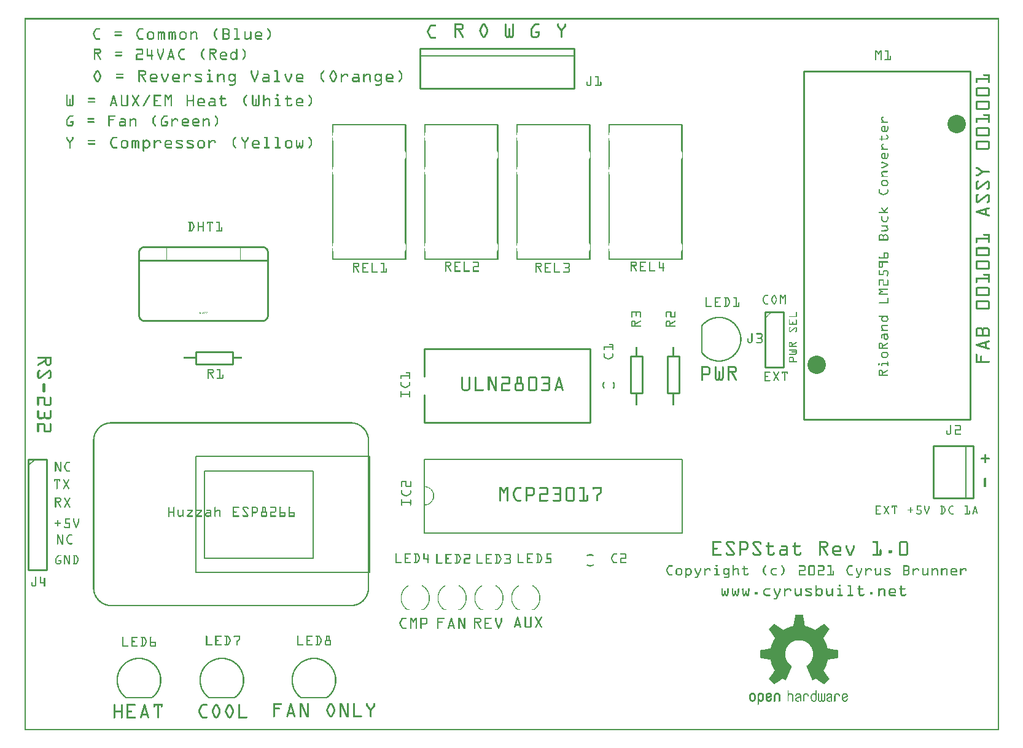
<source format=gto>
G04 MADE WITH FRITZING*
G04 WWW.FRITZING.ORG*
G04 DOUBLE SIDED*
G04 HOLES PLATED*
G04 CONTOUR ON CENTER OF CONTOUR VECTOR*
%ASAXBY*%
%FSLAX23Y23*%
%MOIN*%
%OFA0B0*%
%SFA1.0B1.0*%
%ADD10C,0.100000*%
%ADD11R,1.405916X0.405916X1.394084X0.394084*%
%ADD12C,0.005916*%
%ADD13C,0.010000*%
%ADD14C,0.008000*%
%ADD15C,0.005000*%
%ADD16R,0.001000X0.001000*%
%LNSILK1*%
G90*
G70*
G54D10*
X5062Y3291D03*
X4300Y1984D03*
G54D12*
X2172Y1472D02*
X3572Y1472D01*
X3572Y1072D01*
X2172Y1072D01*
X2172Y1472D01*
D02*
G54D13*
X2172Y1672D02*
X3072Y1672D01*
D02*
X3072Y1672D02*
X3072Y2072D01*
D02*
X3072Y2072D02*
X2172Y2072D01*
D02*
X2172Y1672D02*
X2172Y1822D01*
D02*
X2172Y1922D02*
X2172Y2072D01*
G54D14*
D02*
X2069Y2559D02*
X1675Y2559D01*
D02*
X1675Y3287D02*
X2069Y3287D01*
D02*
X2569Y2559D02*
X2175Y2559D01*
D02*
X2175Y3287D02*
X2569Y3287D01*
D02*
X3069Y2559D02*
X2675Y2559D01*
D02*
X2675Y3287D02*
X3069Y3287D01*
D02*
X3569Y2559D02*
X3175Y2559D01*
D02*
X3175Y3287D02*
X3569Y3287D01*
G54D13*
D02*
X2148Y3484D02*
X2985Y3484D01*
D02*
X2985Y3484D02*
X2985Y3700D01*
D02*
X2985Y3700D02*
X2148Y3700D01*
D02*
X2148Y3700D02*
X2148Y3484D01*
G54D15*
D02*
X2985Y3660D02*
X2148Y3660D01*
G54D13*
D02*
X932Y2055D02*
X1132Y2055D01*
D02*
X1132Y2055D02*
X1132Y1989D01*
D02*
X1132Y1989D02*
X932Y1989D01*
D02*
X932Y1989D02*
X932Y2055D01*
D02*
X3489Y1832D02*
X3489Y2032D01*
D02*
X3489Y2032D02*
X3555Y2032D01*
D02*
X3555Y2032D02*
X3555Y1832D01*
D02*
X3555Y1832D02*
X3489Y1832D01*
D02*
X5135Y1687D02*
X5135Y3577D01*
D02*
X4229Y1687D02*
X4229Y3577D01*
D02*
X5135Y1687D02*
X4229Y1687D01*
D02*
X5135Y3577D02*
X4229Y3577D01*
G54D15*
D02*
X1874Y1487D02*
X1874Y857D01*
D02*
X1874Y857D02*
X929Y857D01*
D02*
X929Y857D02*
X929Y1487D01*
D02*
X929Y1487D02*
X1874Y1487D01*
D02*
X1567Y1408D02*
X1567Y936D01*
D02*
X1567Y936D02*
X976Y936D01*
D02*
X976Y936D02*
X976Y1408D01*
D02*
X976Y1408D02*
X1567Y1408D01*
G54D14*
D02*
X1870Y1487D02*
X1870Y857D01*
D02*
X1872Y1487D02*
X1870Y1487D01*
D02*
X1872Y857D02*
X1870Y857D01*
G54D13*
D02*
X3289Y1832D02*
X3289Y2032D01*
D02*
X3289Y2032D02*
X3355Y2032D01*
D02*
X3355Y2032D02*
X3355Y1832D01*
D02*
X3355Y1832D02*
X3289Y1832D01*
D02*
X4934Y1546D02*
X4934Y1260D01*
D02*
X4934Y1260D02*
X5150Y1260D01*
D02*
X5150Y1260D02*
X5150Y1546D01*
D02*
X5150Y1546D02*
X4934Y1546D01*
G54D15*
D02*
X5110Y1260D02*
X5110Y1546D01*
G54D13*
D02*
X4022Y2272D02*
X4022Y1972D01*
D02*
X4022Y1972D02*
X4122Y1972D01*
D02*
X4122Y1972D02*
X4122Y2272D01*
D02*
X4122Y2272D02*
X4022Y2272D01*
D02*
X22Y1472D02*
X22Y872D01*
D02*
X22Y872D02*
X122Y872D01*
D02*
X122Y872D02*
X122Y1472D01*
D02*
X122Y1472D02*
X22Y1472D01*
G54D15*
D02*
X22Y1437D02*
X57Y1472D01*
G54D16*
X0Y3867D02*
X5290Y3867D01*
X0Y3866D02*
X5290Y3866D01*
X0Y3865D02*
X5290Y3865D01*
X0Y3864D02*
X5290Y3864D01*
X0Y3863D02*
X5290Y3863D01*
X0Y3862D02*
X5290Y3862D01*
X0Y3861D02*
X5290Y3861D01*
X0Y3860D02*
X5290Y3860D01*
X0Y3859D02*
X7Y3859D01*
X5283Y3859D02*
X5290Y3859D01*
X0Y3858D02*
X7Y3858D01*
X5283Y3858D02*
X5290Y3858D01*
X0Y3857D02*
X7Y3857D01*
X5283Y3857D02*
X5290Y3857D01*
X0Y3856D02*
X7Y3856D01*
X5283Y3856D02*
X5290Y3856D01*
X0Y3855D02*
X7Y3855D01*
X5283Y3855D02*
X5290Y3855D01*
X0Y3854D02*
X7Y3854D01*
X5283Y3854D02*
X5290Y3854D01*
X0Y3853D02*
X7Y3853D01*
X5283Y3853D02*
X5290Y3853D01*
X0Y3852D02*
X7Y3852D01*
X5283Y3852D02*
X5290Y3852D01*
X0Y3851D02*
X7Y3851D01*
X5283Y3851D02*
X5290Y3851D01*
X0Y3850D02*
X7Y3850D01*
X5283Y3850D02*
X5290Y3850D01*
X0Y3849D02*
X7Y3849D01*
X5283Y3849D02*
X5290Y3849D01*
X0Y3848D02*
X7Y3848D01*
X5283Y3848D02*
X5290Y3848D01*
X0Y3847D02*
X7Y3847D01*
X5283Y3847D02*
X5290Y3847D01*
X0Y3846D02*
X7Y3846D01*
X5283Y3846D02*
X5290Y3846D01*
X0Y3845D02*
X7Y3845D01*
X5283Y3845D02*
X5290Y3845D01*
X0Y3844D02*
X7Y3844D01*
X5283Y3844D02*
X5290Y3844D01*
X0Y3843D02*
X7Y3843D01*
X5283Y3843D02*
X5290Y3843D01*
X0Y3842D02*
X7Y3842D01*
X5283Y3842D02*
X5290Y3842D01*
X0Y3841D02*
X7Y3841D01*
X5283Y3841D02*
X5290Y3841D01*
X0Y3840D02*
X7Y3840D01*
X5283Y3840D02*
X5290Y3840D01*
X0Y3839D02*
X7Y3839D01*
X5283Y3839D02*
X5290Y3839D01*
X0Y3838D02*
X7Y3838D01*
X5283Y3838D02*
X5290Y3838D01*
X0Y3837D02*
X7Y3837D01*
X2336Y3837D02*
X2371Y3837D01*
X2492Y3837D02*
X2495Y3837D01*
X2612Y3837D02*
X2613Y3837D01*
X2652Y3837D02*
X2653Y3837D01*
X2775Y3837D02*
X2792Y3837D01*
X2896Y3837D02*
X2896Y3837D01*
X2935Y3837D02*
X2936Y3837D01*
X5283Y3837D02*
X5290Y3837D01*
X0Y3836D02*
X7Y3836D01*
X2336Y3836D02*
X2375Y3836D01*
X2489Y3836D02*
X2499Y3836D01*
X2610Y3836D02*
X2615Y3836D01*
X2650Y3836D02*
X2655Y3836D01*
X2771Y3836D02*
X2794Y3836D01*
X2893Y3836D02*
X2899Y3836D01*
X2933Y3836D02*
X2938Y3836D01*
X5283Y3836D02*
X5290Y3836D01*
X0Y3835D02*
X7Y3835D01*
X2336Y3835D02*
X2377Y3835D01*
X2487Y3835D02*
X2500Y3835D01*
X2609Y3835D02*
X2616Y3835D01*
X2649Y3835D02*
X2656Y3835D01*
X2769Y3835D02*
X2795Y3835D01*
X2892Y3835D02*
X2900Y3835D01*
X2932Y3835D02*
X2939Y3835D01*
X5283Y3835D02*
X5290Y3835D01*
X0Y3834D02*
X7Y3834D01*
X2336Y3834D02*
X2379Y3834D01*
X2486Y3834D02*
X2501Y3834D01*
X2609Y3834D02*
X2617Y3834D01*
X2648Y3834D02*
X2657Y3834D01*
X2767Y3834D02*
X2795Y3834D01*
X2892Y3834D02*
X2900Y3834D01*
X2931Y3834D02*
X2940Y3834D01*
X5283Y3834D02*
X5290Y3834D01*
X0Y3833D02*
X7Y3833D01*
X2336Y3833D02*
X2380Y3833D01*
X2485Y3833D02*
X2503Y3833D01*
X2608Y3833D02*
X2617Y3833D01*
X2648Y3833D02*
X2657Y3833D01*
X2766Y3833D02*
X2796Y3833D01*
X2892Y3833D02*
X2900Y3833D01*
X2931Y3833D02*
X2940Y3833D01*
X5283Y3833D02*
X5290Y3833D01*
X0Y3832D02*
X7Y3832D01*
X2336Y3832D02*
X2381Y3832D01*
X2484Y3832D02*
X2503Y3832D01*
X2608Y3832D02*
X2617Y3832D01*
X2648Y3832D02*
X2657Y3832D01*
X2765Y3832D02*
X2796Y3832D01*
X2891Y3832D02*
X2901Y3832D01*
X2931Y3832D02*
X2940Y3832D01*
X5283Y3832D02*
X5290Y3832D01*
X0Y3831D02*
X7Y3831D01*
X2208Y3831D02*
X2232Y3831D01*
X2336Y3831D02*
X2382Y3831D01*
X2483Y3831D02*
X2504Y3831D01*
X2608Y3831D02*
X2617Y3831D01*
X2648Y3831D02*
X2657Y3831D01*
X2765Y3831D02*
X2796Y3831D01*
X2891Y3831D02*
X2901Y3831D01*
X2931Y3831D02*
X2940Y3831D01*
X5283Y3831D02*
X5290Y3831D01*
X0Y3830D02*
X7Y3830D01*
X2205Y3830D02*
X2233Y3830D01*
X2336Y3830D02*
X2382Y3830D01*
X2482Y3830D02*
X2505Y3830D01*
X2608Y3830D02*
X2617Y3830D01*
X2648Y3830D02*
X2657Y3830D01*
X2764Y3830D02*
X2795Y3830D01*
X2891Y3830D02*
X2901Y3830D01*
X2931Y3830D02*
X2940Y3830D01*
X5283Y3830D02*
X5290Y3830D01*
X0Y3829D02*
X7Y3829D01*
X2203Y3829D02*
X2234Y3829D01*
X2336Y3829D02*
X2383Y3829D01*
X2482Y3829D02*
X2505Y3829D01*
X2608Y3829D02*
X2617Y3829D01*
X2648Y3829D02*
X2657Y3829D01*
X2763Y3829D02*
X2795Y3829D01*
X2891Y3829D02*
X2901Y3829D01*
X2931Y3829D02*
X2940Y3829D01*
X5283Y3829D02*
X5290Y3829D01*
X0Y3828D02*
X7Y3828D01*
X2202Y3828D02*
X2235Y3828D01*
X2336Y3828D02*
X2384Y3828D01*
X2481Y3828D02*
X2506Y3828D01*
X2608Y3828D02*
X2617Y3828D01*
X2648Y3828D02*
X2657Y3828D01*
X2762Y3828D02*
X2793Y3828D01*
X2891Y3828D02*
X2901Y3828D01*
X2931Y3828D02*
X2940Y3828D01*
X5283Y3828D02*
X5290Y3828D01*
X0Y3827D02*
X7Y3827D01*
X2201Y3827D02*
X2235Y3827D01*
X2336Y3827D02*
X2345Y3827D01*
X2371Y3827D02*
X2384Y3827D01*
X2481Y3827D02*
X2493Y3827D01*
X2495Y3827D02*
X2506Y3827D01*
X2608Y3827D02*
X2617Y3827D01*
X2648Y3827D02*
X2657Y3827D01*
X2761Y3827D02*
X2775Y3827D01*
X2891Y3827D02*
X2901Y3827D01*
X2931Y3827D02*
X2940Y3827D01*
X5283Y3827D02*
X5290Y3827D01*
X0Y3826D02*
X7Y3826D01*
X2200Y3826D02*
X2235Y3826D01*
X2336Y3826D02*
X2345Y3826D01*
X2374Y3826D02*
X2384Y3826D01*
X2480Y3826D02*
X2491Y3826D01*
X2496Y3826D02*
X2507Y3826D01*
X2608Y3826D02*
X2617Y3826D01*
X2648Y3826D02*
X2657Y3826D01*
X2761Y3826D02*
X2773Y3826D01*
X2891Y3826D02*
X2901Y3826D01*
X2931Y3826D02*
X2940Y3826D01*
X5283Y3826D02*
X5290Y3826D01*
X0Y3825D02*
X7Y3825D01*
X2199Y3825D02*
X2234Y3825D01*
X2336Y3825D02*
X2345Y3825D01*
X2375Y3825D02*
X2384Y3825D01*
X2480Y3825D02*
X2490Y3825D01*
X2497Y3825D02*
X2507Y3825D01*
X2608Y3825D02*
X2617Y3825D01*
X2648Y3825D02*
X2657Y3825D01*
X2760Y3825D02*
X2772Y3825D01*
X2891Y3825D02*
X2901Y3825D01*
X2931Y3825D02*
X2940Y3825D01*
X5283Y3825D02*
X5290Y3825D01*
X0Y3824D02*
X7Y3824D01*
X2199Y3824D02*
X2234Y3824D01*
X2336Y3824D02*
X2345Y3824D01*
X2375Y3824D02*
X2385Y3824D01*
X2479Y3824D02*
X2490Y3824D01*
X2497Y3824D02*
X2508Y3824D01*
X2608Y3824D02*
X2617Y3824D01*
X2648Y3824D02*
X2657Y3824D01*
X2759Y3824D02*
X2771Y3824D01*
X2891Y3824D02*
X2902Y3824D01*
X2930Y3824D02*
X2940Y3824D01*
X5283Y3824D02*
X5290Y3824D01*
X0Y3823D02*
X7Y3823D01*
X2198Y3823D02*
X2233Y3823D01*
X2336Y3823D02*
X2345Y3823D01*
X2375Y3823D02*
X2385Y3823D01*
X2479Y3823D02*
X2489Y3823D01*
X2498Y3823D02*
X2508Y3823D01*
X2608Y3823D02*
X2617Y3823D01*
X2648Y3823D02*
X2657Y3823D01*
X2758Y3823D02*
X2770Y3823D01*
X2891Y3823D02*
X2902Y3823D01*
X2929Y3823D02*
X2940Y3823D01*
X5283Y3823D02*
X5290Y3823D01*
X0Y3822D02*
X7Y3822D01*
X2198Y3822D02*
X2232Y3822D01*
X2336Y3822D02*
X2345Y3822D01*
X2376Y3822D02*
X2385Y3822D01*
X2478Y3822D02*
X2489Y3822D01*
X2498Y3822D02*
X2509Y3822D01*
X2608Y3822D02*
X2617Y3822D01*
X2648Y3822D02*
X2657Y3822D01*
X2758Y3822D02*
X2769Y3822D01*
X2892Y3822D02*
X2903Y3822D01*
X2928Y3822D02*
X2940Y3822D01*
X5283Y3822D02*
X5290Y3822D01*
X0Y3821D02*
X7Y3821D01*
X2197Y3821D02*
X2209Y3821D01*
X2336Y3821D02*
X2345Y3821D01*
X2376Y3821D02*
X2385Y3821D01*
X2478Y3821D02*
X2488Y3821D01*
X2499Y3821D02*
X2509Y3821D01*
X2608Y3821D02*
X2617Y3821D01*
X2648Y3821D02*
X2657Y3821D01*
X2757Y3821D02*
X2769Y3821D01*
X2892Y3821D02*
X2904Y3821D01*
X2928Y3821D02*
X2940Y3821D01*
X5283Y3821D02*
X5290Y3821D01*
X0Y3820D02*
X7Y3820D01*
X2197Y3820D02*
X2208Y3820D01*
X2336Y3820D02*
X2345Y3820D01*
X2376Y3820D02*
X2385Y3820D01*
X2477Y3820D02*
X2488Y3820D01*
X2499Y3820D02*
X2510Y3820D01*
X2608Y3820D02*
X2617Y3820D01*
X2648Y3820D02*
X2657Y3820D01*
X2756Y3820D02*
X2768Y3820D01*
X2893Y3820D02*
X2905Y3820D01*
X2927Y3820D02*
X2939Y3820D01*
X5283Y3820D02*
X5290Y3820D01*
X0Y3819D02*
X7Y3819D01*
X2196Y3819D02*
X2207Y3819D01*
X2336Y3819D02*
X2345Y3819D01*
X2376Y3819D02*
X2385Y3819D01*
X2477Y3819D02*
X2487Y3819D01*
X2500Y3819D02*
X2510Y3819D01*
X2608Y3819D02*
X2617Y3819D01*
X2648Y3819D02*
X2657Y3819D01*
X2755Y3819D02*
X2767Y3819D01*
X2894Y3819D02*
X2906Y3819D01*
X2926Y3819D02*
X2938Y3819D01*
X5283Y3819D02*
X5290Y3819D01*
X0Y3818D02*
X7Y3818D01*
X2196Y3818D02*
X2206Y3818D01*
X2336Y3818D02*
X2345Y3818D01*
X2376Y3818D02*
X2385Y3818D01*
X2476Y3818D02*
X2487Y3818D01*
X2500Y3818D02*
X2511Y3818D01*
X2608Y3818D02*
X2617Y3818D01*
X2648Y3818D02*
X2657Y3818D01*
X2754Y3818D02*
X2766Y3818D01*
X2894Y3818D02*
X2906Y3818D01*
X2925Y3818D02*
X2937Y3818D01*
X5283Y3818D02*
X5290Y3818D01*
X0Y3817D02*
X7Y3817D01*
X2195Y3817D02*
X2206Y3817D01*
X2336Y3817D02*
X2345Y3817D01*
X2376Y3817D02*
X2385Y3817D01*
X2476Y3817D02*
X2486Y3817D01*
X2501Y3817D02*
X2511Y3817D01*
X2608Y3817D02*
X2617Y3817D01*
X2648Y3817D02*
X2657Y3817D01*
X2754Y3817D02*
X2766Y3817D01*
X2895Y3817D02*
X2907Y3817D01*
X2925Y3817D02*
X2936Y3817D01*
X5283Y3817D02*
X5290Y3817D01*
X0Y3816D02*
X7Y3816D01*
X2195Y3816D02*
X2205Y3816D01*
X2336Y3816D02*
X2345Y3816D01*
X2376Y3816D02*
X2385Y3816D01*
X2475Y3816D02*
X2486Y3816D01*
X2501Y3816D02*
X2512Y3816D01*
X2608Y3816D02*
X2617Y3816D01*
X2648Y3816D02*
X2657Y3816D01*
X2753Y3816D02*
X2765Y3816D01*
X2896Y3816D02*
X2908Y3816D01*
X2924Y3816D02*
X2936Y3816D01*
X5283Y3816D02*
X5290Y3816D01*
X0Y3815D02*
X7Y3815D01*
X2194Y3815D02*
X2205Y3815D01*
X2336Y3815D02*
X2345Y3815D01*
X2375Y3815D02*
X2385Y3815D01*
X2475Y3815D02*
X2485Y3815D01*
X2502Y3815D02*
X2512Y3815D01*
X2608Y3815D02*
X2617Y3815D01*
X2648Y3815D02*
X2657Y3815D01*
X2752Y3815D02*
X2764Y3815D01*
X2897Y3815D02*
X2909Y3815D01*
X2923Y3815D02*
X2935Y3815D01*
X5283Y3815D02*
X5290Y3815D01*
X0Y3814D02*
X7Y3814D01*
X2194Y3814D02*
X2204Y3814D01*
X2336Y3814D02*
X2345Y3814D01*
X2375Y3814D02*
X2385Y3814D01*
X2474Y3814D02*
X2485Y3814D01*
X2503Y3814D02*
X2513Y3814D01*
X2608Y3814D02*
X2617Y3814D01*
X2648Y3814D02*
X2657Y3814D01*
X2751Y3814D02*
X2763Y3814D01*
X2898Y3814D02*
X2909Y3814D01*
X2922Y3814D02*
X2934Y3814D01*
X5283Y3814D02*
X5290Y3814D01*
X0Y3813D02*
X7Y3813D01*
X2193Y3813D02*
X2204Y3813D01*
X2336Y3813D02*
X2345Y3813D01*
X2374Y3813D02*
X2384Y3813D01*
X2474Y3813D02*
X2484Y3813D01*
X2503Y3813D02*
X2513Y3813D01*
X2608Y3813D02*
X2617Y3813D01*
X2648Y3813D02*
X2657Y3813D01*
X2751Y3813D02*
X2762Y3813D01*
X2898Y3813D02*
X2910Y3813D01*
X2921Y3813D02*
X2933Y3813D01*
X5283Y3813D02*
X5290Y3813D01*
X0Y3812D02*
X7Y3812D01*
X2193Y3812D02*
X2203Y3812D01*
X2336Y3812D02*
X2345Y3812D01*
X2372Y3812D02*
X2384Y3812D01*
X2473Y3812D02*
X2484Y3812D01*
X2504Y3812D02*
X2514Y3812D01*
X2608Y3812D02*
X2617Y3812D01*
X2648Y3812D02*
X2657Y3812D01*
X2750Y3812D02*
X2762Y3812D01*
X2899Y3812D02*
X2911Y3812D01*
X2921Y3812D02*
X2933Y3812D01*
X5283Y3812D02*
X5290Y3812D01*
X0Y3811D02*
X7Y3811D01*
X389Y3811D02*
X410Y3811D01*
X624Y3811D02*
X644Y3811D01*
X1043Y3811D02*
X1046Y3811D01*
X1075Y3811D02*
X1103Y3811D01*
X1140Y3811D02*
X1155Y3811D01*
X1320Y3811D02*
X1323Y3811D01*
X2192Y3811D02*
X2203Y3811D01*
X2336Y3811D02*
X2384Y3811D01*
X2473Y3811D02*
X2483Y3811D01*
X2504Y3811D02*
X2514Y3811D01*
X2608Y3811D02*
X2617Y3811D01*
X2631Y3811D02*
X2634Y3811D01*
X2648Y3811D02*
X2657Y3811D01*
X2749Y3811D02*
X2761Y3811D01*
X2900Y3811D02*
X2912Y3811D01*
X2920Y3811D02*
X2932Y3811D01*
X5283Y3811D02*
X5290Y3811D01*
X0Y3810D02*
X7Y3810D01*
X387Y3810D02*
X411Y3810D01*
X621Y3810D02*
X645Y3810D01*
X1042Y3810D02*
X1047Y3810D01*
X1075Y3810D02*
X1105Y3810D01*
X1139Y3810D02*
X1156Y3810D01*
X1319Y3810D02*
X1324Y3810D01*
X2192Y3810D02*
X2202Y3810D01*
X2336Y3810D02*
X2383Y3810D01*
X2472Y3810D02*
X2483Y3810D01*
X2505Y3810D02*
X2515Y3810D01*
X2608Y3810D02*
X2617Y3810D01*
X2629Y3810D02*
X2636Y3810D01*
X2648Y3810D02*
X2657Y3810D01*
X2749Y3810D02*
X2760Y3810D01*
X2901Y3810D02*
X2913Y3810D01*
X2919Y3810D02*
X2931Y3810D01*
X5283Y3810D02*
X5290Y3810D01*
X0Y3809D02*
X7Y3809D01*
X386Y3809D02*
X411Y3809D01*
X620Y3809D02*
X646Y3809D01*
X1041Y3809D02*
X1048Y3809D01*
X1075Y3809D02*
X1107Y3809D01*
X1138Y3809D02*
X1157Y3809D01*
X1318Y3809D02*
X1325Y3809D01*
X2191Y3809D02*
X2202Y3809D01*
X2336Y3809D02*
X2383Y3809D01*
X2472Y3809D02*
X2482Y3809D01*
X2505Y3809D02*
X2515Y3809D01*
X2608Y3809D02*
X2617Y3809D01*
X2629Y3809D02*
X2636Y3809D01*
X2648Y3809D02*
X2657Y3809D01*
X2749Y3809D02*
X2759Y3809D01*
X2902Y3809D02*
X2913Y3809D01*
X2918Y3809D02*
X2930Y3809D01*
X5283Y3809D02*
X5290Y3809D01*
X0Y3808D02*
X7Y3808D01*
X385Y3808D02*
X411Y3808D01*
X619Y3808D02*
X646Y3808D01*
X1040Y3808D02*
X1048Y3808D01*
X1075Y3808D02*
X1108Y3808D01*
X1138Y3808D02*
X1157Y3808D01*
X1318Y3808D02*
X1326Y3808D01*
X2191Y3808D02*
X2201Y3808D01*
X2336Y3808D02*
X2382Y3808D01*
X2472Y3808D02*
X2482Y3808D01*
X2506Y3808D02*
X2516Y3808D01*
X2608Y3808D02*
X2617Y3808D01*
X2628Y3808D02*
X2637Y3808D01*
X2648Y3808D02*
X2657Y3808D01*
X2748Y3808D02*
X2758Y3808D01*
X2902Y3808D02*
X2914Y3808D01*
X2918Y3808D02*
X2929Y3808D01*
X5283Y3808D02*
X5290Y3808D01*
X0Y3807D02*
X7Y3807D01*
X384Y3807D02*
X411Y3807D01*
X618Y3807D02*
X646Y3807D01*
X1039Y3807D02*
X1048Y3807D01*
X1075Y3807D02*
X1110Y3807D01*
X1138Y3807D02*
X1157Y3807D01*
X1318Y3807D02*
X1326Y3807D01*
X2190Y3807D02*
X2201Y3807D01*
X2336Y3807D02*
X2381Y3807D01*
X2471Y3807D02*
X2481Y3807D01*
X2506Y3807D02*
X2516Y3807D01*
X2608Y3807D02*
X2617Y3807D01*
X2628Y3807D02*
X2637Y3807D01*
X2648Y3807D02*
X2657Y3807D01*
X2748Y3807D02*
X2758Y3807D01*
X2903Y3807D02*
X2915Y3807D01*
X2917Y3807D02*
X2929Y3807D01*
X5283Y3807D02*
X5290Y3807D01*
X0Y3806D02*
X7Y3806D01*
X383Y3806D02*
X411Y3806D01*
X617Y3806D02*
X646Y3806D01*
X1038Y3806D02*
X1048Y3806D01*
X1075Y3806D02*
X1110Y3806D01*
X1138Y3806D02*
X1157Y3806D01*
X1318Y3806D02*
X1327Y3806D01*
X2190Y3806D02*
X2200Y3806D01*
X2336Y3806D02*
X2380Y3806D01*
X2471Y3806D02*
X2481Y3806D01*
X2507Y3806D02*
X2517Y3806D01*
X2608Y3806D02*
X2617Y3806D01*
X2628Y3806D02*
X2637Y3806D01*
X2648Y3806D02*
X2657Y3806D01*
X2748Y3806D02*
X2757Y3806D01*
X2904Y3806D02*
X2928Y3806D01*
X5283Y3806D02*
X5290Y3806D01*
X0Y3805D02*
X7Y3805D01*
X382Y3805D02*
X411Y3805D01*
X617Y3805D02*
X645Y3805D01*
X1038Y3805D02*
X1047Y3805D01*
X1075Y3805D02*
X1111Y3805D01*
X1139Y3805D02*
X1157Y3805D01*
X1319Y3805D02*
X1328Y3805D01*
X2189Y3805D02*
X2200Y3805D01*
X2336Y3805D02*
X2379Y3805D01*
X2470Y3805D02*
X2480Y3805D01*
X2507Y3805D02*
X2517Y3805D01*
X2608Y3805D02*
X2617Y3805D01*
X2628Y3805D02*
X2637Y3805D01*
X2648Y3805D02*
X2657Y3805D01*
X2747Y3805D02*
X2757Y3805D01*
X2905Y3805D02*
X2927Y3805D01*
X5283Y3805D02*
X5290Y3805D01*
X0Y3804D02*
X7Y3804D01*
X382Y3804D02*
X409Y3804D01*
X616Y3804D02*
X644Y3804D01*
X1037Y3804D02*
X1046Y3804D01*
X1075Y3804D02*
X1112Y3804D01*
X1140Y3804D02*
X1157Y3804D01*
X1319Y3804D02*
X1329Y3804D01*
X2189Y3804D02*
X2199Y3804D01*
X2336Y3804D02*
X2378Y3804D01*
X2470Y3804D02*
X2480Y3804D01*
X2508Y3804D02*
X2517Y3804D01*
X2608Y3804D02*
X2617Y3804D01*
X2628Y3804D02*
X2637Y3804D01*
X2648Y3804D02*
X2657Y3804D01*
X2747Y3804D02*
X2756Y3804D01*
X2905Y3804D02*
X2926Y3804D01*
X5283Y3804D02*
X5290Y3804D01*
X0Y3803D02*
X7Y3803D01*
X381Y3803D02*
X390Y3803D01*
X616Y3803D02*
X625Y3803D01*
X1036Y3803D02*
X1046Y3803D01*
X1075Y3803D02*
X1083Y3803D01*
X1102Y3803D02*
X1113Y3803D01*
X1150Y3803D02*
X1157Y3803D01*
X1320Y3803D02*
X1330Y3803D01*
X2188Y3803D02*
X2199Y3803D01*
X2336Y3803D02*
X2376Y3803D01*
X2470Y3803D02*
X2479Y3803D01*
X2508Y3803D02*
X2518Y3803D01*
X2608Y3803D02*
X2617Y3803D01*
X2628Y3803D02*
X2637Y3803D01*
X2648Y3803D02*
X2657Y3803D01*
X2747Y3803D02*
X2756Y3803D01*
X2906Y3803D02*
X2925Y3803D01*
X5283Y3803D02*
X5290Y3803D01*
X0Y3802D02*
X7Y3802D01*
X381Y3802D02*
X389Y3802D01*
X615Y3802D02*
X624Y3802D01*
X1035Y3802D02*
X1045Y3802D01*
X1075Y3802D02*
X1083Y3802D01*
X1104Y3802D02*
X1113Y3802D01*
X1150Y3802D02*
X1157Y3802D01*
X1321Y3802D02*
X1330Y3802D01*
X2188Y3802D02*
X2198Y3802D01*
X2336Y3802D02*
X2373Y3802D01*
X2470Y3802D02*
X2479Y3802D01*
X2508Y3802D02*
X2518Y3802D01*
X2608Y3802D02*
X2617Y3802D01*
X2628Y3802D02*
X2637Y3802D01*
X2648Y3802D02*
X2657Y3802D01*
X2747Y3802D02*
X2756Y3802D01*
X2907Y3802D02*
X2925Y3802D01*
X5283Y3802D02*
X5290Y3802D01*
X0Y3801D02*
X7Y3801D01*
X380Y3801D02*
X389Y3801D01*
X615Y3801D02*
X623Y3801D01*
X1035Y3801D02*
X1044Y3801D01*
X1075Y3801D02*
X1083Y3801D01*
X1105Y3801D02*
X1114Y3801D01*
X1150Y3801D02*
X1157Y3801D01*
X1322Y3801D02*
X1331Y3801D01*
X2188Y3801D02*
X2198Y3801D01*
X2336Y3801D02*
X2345Y3801D01*
X2353Y3801D02*
X2364Y3801D01*
X2469Y3801D02*
X2479Y3801D01*
X2509Y3801D02*
X2518Y3801D01*
X2608Y3801D02*
X2617Y3801D01*
X2628Y3801D02*
X2637Y3801D01*
X2648Y3801D02*
X2657Y3801D01*
X2747Y3801D02*
X2756Y3801D01*
X2908Y3801D02*
X2924Y3801D01*
X5283Y3801D02*
X5290Y3801D01*
X0Y3800D02*
X7Y3800D01*
X380Y3800D02*
X388Y3800D01*
X614Y3800D02*
X623Y3800D01*
X1034Y3800D02*
X1043Y3800D01*
X1075Y3800D02*
X1083Y3800D01*
X1106Y3800D02*
X1114Y3800D01*
X1150Y3800D02*
X1157Y3800D01*
X1322Y3800D02*
X1332Y3800D01*
X2187Y3800D02*
X2197Y3800D01*
X2336Y3800D02*
X2345Y3800D01*
X2354Y3800D02*
X2365Y3800D01*
X2469Y3800D02*
X2479Y3800D01*
X2509Y3800D02*
X2518Y3800D01*
X2608Y3800D02*
X2617Y3800D01*
X2628Y3800D02*
X2637Y3800D01*
X2648Y3800D02*
X2657Y3800D01*
X2747Y3800D02*
X2756Y3800D01*
X2909Y3800D02*
X2923Y3800D01*
X5283Y3800D02*
X5290Y3800D01*
X0Y3799D02*
X7Y3799D01*
X379Y3799D02*
X388Y3799D01*
X614Y3799D02*
X622Y3799D01*
X1033Y3799D02*
X1042Y3799D01*
X1075Y3799D02*
X1083Y3799D01*
X1107Y3799D02*
X1114Y3799D01*
X1150Y3799D02*
X1157Y3799D01*
X1323Y3799D02*
X1333Y3799D01*
X2187Y3799D02*
X2197Y3799D01*
X2336Y3799D02*
X2345Y3799D01*
X2354Y3799D02*
X2365Y3799D01*
X2469Y3799D02*
X2478Y3799D01*
X2509Y3799D02*
X2518Y3799D01*
X2608Y3799D02*
X2617Y3799D01*
X2628Y3799D02*
X2637Y3799D01*
X2648Y3799D02*
X2657Y3799D01*
X2747Y3799D02*
X2756Y3799D01*
X2909Y3799D02*
X2922Y3799D01*
X5283Y3799D02*
X5290Y3799D01*
X0Y3798D02*
X7Y3798D01*
X379Y3798D02*
X387Y3798D01*
X613Y3798D02*
X622Y3798D01*
X1032Y3798D02*
X1042Y3798D01*
X1075Y3798D02*
X1083Y3798D01*
X1107Y3798D02*
X1114Y3798D01*
X1150Y3798D02*
X1157Y3798D01*
X1324Y3798D02*
X1333Y3798D01*
X2187Y3798D02*
X2196Y3798D01*
X2336Y3798D02*
X2345Y3798D01*
X2355Y3798D02*
X2366Y3798D01*
X2469Y3798D02*
X2478Y3798D01*
X2509Y3798D02*
X2518Y3798D01*
X2608Y3798D02*
X2617Y3798D01*
X2628Y3798D02*
X2637Y3798D01*
X2648Y3798D02*
X2657Y3798D01*
X2747Y3798D02*
X2756Y3798D01*
X2910Y3798D02*
X2922Y3798D01*
X5283Y3798D02*
X5290Y3798D01*
X0Y3797D02*
X7Y3797D01*
X378Y3797D02*
X387Y3797D01*
X613Y3797D02*
X621Y3797D01*
X1032Y3797D02*
X1041Y3797D01*
X1075Y3797D02*
X1083Y3797D01*
X1107Y3797D02*
X1115Y3797D01*
X1150Y3797D02*
X1157Y3797D01*
X1325Y3797D02*
X1334Y3797D01*
X2186Y3797D02*
X2196Y3797D01*
X2336Y3797D02*
X2345Y3797D01*
X2356Y3797D02*
X2366Y3797D01*
X2469Y3797D02*
X2479Y3797D01*
X2509Y3797D02*
X2518Y3797D01*
X2608Y3797D02*
X2617Y3797D01*
X2628Y3797D02*
X2637Y3797D01*
X2648Y3797D02*
X2657Y3797D01*
X2747Y3797D02*
X2756Y3797D01*
X2911Y3797D02*
X2921Y3797D01*
X5283Y3797D02*
X5290Y3797D01*
X0Y3796D02*
X7Y3796D01*
X378Y3796D02*
X386Y3796D01*
X612Y3796D02*
X621Y3796D01*
X1031Y3796D02*
X1040Y3796D01*
X1075Y3796D02*
X1083Y3796D01*
X1107Y3796D02*
X1115Y3796D01*
X1150Y3796D02*
X1157Y3796D01*
X1326Y3796D02*
X1335Y3796D01*
X2186Y3796D02*
X2196Y3796D01*
X2336Y3796D02*
X2345Y3796D01*
X2356Y3796D02*
X2367Y3796D01*
X2469Y3796D02*
X2479Y3796D01*
X2509Y3796D02*
X2518Y3796D01*
X2608Y3796D02*
X2617Y3796D01*
X2628Y3796D02*
X2637Y3796D01*
X2648Y3796D02*
X2657Y3796D01*
X2747Y3796D02*
X2756Y3796D01*
X2911Y3796D02*
X2920Y3796D01*
X5283Y3796D02*
X5290Y3796D01*
X0Y3795D02*
X7Y3795D01*
X377Y3795D02*
X386Y3795D01*
X612Y3795D02*
X620Y3795D01*
X1030Y3795D02*
X1039Y3795D01*
X1075Y3795D02*
X1083Y3795D01*
X1107Y3795D02*
X1115Y3795D01*
X1150Y3795D02*
X1157Y3795D01*
X1326Y3795D02*
X1335Y3795D01*
X2186Y3795D02*
X2195Y3795D01*
X2336Y3795D02*
X2345Y3795D01*
X2357Y3795D02*
X2368Y3795D01*
X2470Y3795D02*
X2479Y3795D01*
X2508Y3795D02*
X2518Y3795D01*
X2608Y3795D02*
X2617Y3795D01*
X2628Y3795D02*
X2637Y3795D01*
X2648Y3795D02*
X2657Y3795D01*
X2747Y3795D02*
X2756Y3795D01*
X2911Y3795D02*
X2920Y3795D01*
X5283Y3795D02*
X5290Y3795D01*
X0Y3794D02*
X7Y3794D01*
X377Y3794D02*
X385Y3794D01*
X492Y3794D02*
X526Y3794D01*
X611Y3794D02*
X619Y3794D01*
X677Y3794D02*
X693Y3794D01*
X725Y3794D02*
X728Y3794D01*
X735Y3794D02*
X740Y3794D01*
X752Y3794D02*
X755Y3794D01*
X784Y3794D02*
X787Y3794D01*
X794Y3794D02*
X799Y3794D01*
X810Y3794D02*
X813Y3794D01*
X853Y3794D02*
X868Y3794D01*
X902Y3794D02*
X904Y3794D01*
X919Y3794D02*
X929Y3794D01*
X1030Y3794D02*
X1039Y3794D01*
X1075Y3794D02*
X1083Y3794D01*
X1107Y3794D02*
X1115Y3794D01*
X1150Y3794D02*
X1157Y3794D01*
X1195Y3794D02*
X1197Y3794D01*
X1227Y3794D02*
X1230Y3794D01*
X1263Y3794D02*
X1279Y3794D01*
X1327Y3794D02*
X1336Y3794D01*
X2186Y3794D02*
X2195Y3794D01*
X2336Y3794D02*
X2345Y3794D01*
X2357Y3794D02*
X2368Y3794D01*
X2470Y3794D02*
X2479Y3794D01*
X2508Y3794D02*
X2518Y3794D01*
X2608Y3794D02*
X2617Y3794D01*
X2628Y3794D02*
X2637Y3794D01*
X2648Y3794D02*
X2657Y3794D01*
X2747Y3794D02*
X2756Y3794D01*
X2774Y3794D02*
X2796Y3794D01*
X2911Y3794D02*
X2920Y3794D01*
X5283Y3794D02*
X5290Y3794D01*
X0Y3793D02*
X7Y3793D01*
X376Y3793D02*
X385Y3793D01*
X490Y3793D02*
X528Y3793D01*
X611Y3793D02*
X619Y3793D01*
X674Y3793D02*
X695Y3793D01*
X724Y3793D02*
X729Y3793D01*
X733Y3793D02*
X742Y3793D01*
X749Y3793D02*
X757Y3793D01*
X783Y3793D02*
X788Y3793D01*
X792Y3793D02*
X801Y3793D01*
X808Y3793D02*
X816Y3793D01*
X850Y3793D02*
X871Y3793D01*
X901Y3793D02*
X906Y3793D01*
X916Y3793D02*
X931Y3793D01*
X1030Y3793D02*
X1038Y3793D01*
X1075Y3793D02*
X1083Y3793D01*
X1107Y3793D02*
X1115Y3793D01*
X1150Y3793D02*
X1157Y3793D01*
X1194Y3793D02*
X1199Y3793D01*
X1226Y3793D02*
X1231Y3793D01*
X1260Y3793D02*
X1281Y3793D01*
X1328Y3793D02*
X1336Y3793D01*
X2186Y3793D02*
X2195Y3793D01*
X2336Y3793D02*
X2345Y3793D01*
X2358Y3793D02*
X2369Y3793D01*
X2470Y3793D02*
X2479Y3793D01*
X2508Y3793D02*
X2517Y3793D01*
X2608Y3793D02*
X2617Y3793D01*
X2628Y3793D02*
X2637Y3793D01*
X2648Y3793D02*
X2657Y3793D01*
X2747Y3793D02*
X2756Y3793D01*
X2773Y3793D02*
X2796Y3793D01*
X2911Y3793D02*
X2920Y3793D01*
X5283Y3793D02*
X5290Y3793D01*
X0Y3792D02*
X7Y3792D01*
X376Y3792D02*
X384Y3792D01*
X490Y3792D02*
X528Y3792D01*
X610Y3792D02*
X618Y3792D01*
X673Y3792D02*
X697Y3792D01*
X723Y3792D02*
X730Y3792D01*
X732Y3792D02*
X744Y3792D01*
X748Y3792D02*
X759Y3792D01*
X782Y3792D02*
X802Y3792D01*
X806Y3792D02*
X818Y3792D01*
X849Y3792D02*
X872Y3792D01*
X900Y3792D02*
X906Y3792D01*
X915Y3792D02*
X933Y3792D01*
X1029Y3792D02*
X1037Y3792D01*
X1075Y3792D02*
X1083Y3792D01*
X1107Y3792D02*
X1115Y3792D01*
X1150Y3792D02*
X1157Y3792D01*
X1193Y3792D02*
X1199Y3792D01*
X1225Y3792D02*
X1231Y3792D01*
X1259Y3792D02*
X1283Y3792D01*
X1329Y3792D02*
X1336Y3792D01*
X2186Y3792D02*
X2195Y3792D01*
X2336Y3792D02*
X2345Y3792D01*
X2359Y3792D02*
X2369Y3792D01*
X2470Y3792D02*
X2480Y3792D01*
X2507Y3792D02*
X2517Y3792D01*
X2608Y3792D02*
X2617Y3792D01*
X2628Y3792D02*
X2637Y3792D01*
X2648Y3792D02*
X2657Y3792D01*
X2747Y3792D02*
X2756Y3792D01*
X2772Y3792D02*
X2796Y3792D01*
X2911Y3792D02*
X2920Y3792D01*
X5283Y3792D02*
X5290Y3792D01*
X0Y3791D02*
X7Y3791D01*
X375Y3791D02*
X384Y3791D01*
X490Y3791D02*
X529Y3791D01*
X610Y3791D02*
X618Y3791D01*
X672Y3791D02*
X698Y3791D01*
X723Y3791D02*
X760Y3791D01*
X782Y3791D02*
X803Y3791D01*
X805Y3791D02*
X819Y3791D01*
X847Y3791D02*
X874Y3791D01*
X900Y3791D02*
X907Y3791D01*
X913Y3791D02*
X934Y3791D01*
X1029Y3791D02*
X1037Y3791D01*
X1075Y3791D02*
X1083Y3791D01*
X1107Y3791D02*
X1115Y3791D01*
X1150Y3791D02*
X1157Y3791D01*
X1193Y3791D02*
X1200Y3791D01*
X1225Y3791D02*
X1232Y3791D01*
X1258Y3791D02*
X1284Y3791D01*
X1329Y3791D02*
X1337Y3791D01*
X2186Y3791D02*
X2195Y3791D01*
X2336Y3791D02*
X2345Y3791D01*
X2359Y3791D02*
X2370Y3791D01*
X2470Y3791D02*
X2480Y3791D01*
X2507Y3791D02*
X2517Y3791D01*
X2608Y3791D02*
X2617Y3791D01*
X2628Y3791D02*
X2637Y3791D01*
X2648Y3791D02*
X2657Y3791D01*
X2747Y3791D02*
X2756Y3791D01*
X2772Y3791D02*
X2796Y3791D01*
X2911Y3791D02*
X2920Y3791D01*
X5283Y3791D02*
X5290Y3791D01*
X0Y3790D02*
X7Y3790D01*
X375Y3790D02*
X383Y3790D01*
X489Y3790D02*
X529Y3790D01*
X609Y3790D02*
X617Y3790D01*
X671Y3790D02*
X699Y3790D01*
X723Y3790D02*
X761Y3790D01*
X782Y3790D02*
X819Y3790D01*
X846Y3790D02*
X875Y3790D01*
X900Y3790D02*
X907Y3790D01*
X911Y3790D02*
X935Y3790D01*
X1029Y3790D02*
X1036Y3790D01*
X1075Y3790D02*
X1083Y3790D01*
X1107Y3790D02*
X1114Y3790D01*
X1150Y3790D02*
X1157Y3790D01*
X1193Y3790D02*
X1200Y3790D01*
X1225Y3790D02*
X1232Y3790D01*
X1256Y3790D02*
X1285Y3790D01*
X1329Y3790D02*
X1337Y3790D01*
X2186Y3790D02*
X2195Y3790D01*
X2336Y3790D02*
X2345Y3790D01*
X2360Y3790D02*
X2371Y3790D01*
X2471Y3790D02*
X2481Y3790D01*
X2506Y3790D02*
X2516Y3790D01*
X2608Y3790D02*
X2617Y3790D01*
X2628Y3790D02*
X2637Y3790D01*
X2648Y3790D02*
X2657Y3790D01*
X2747Y3790D02*
X2756Y3790D01*
X2772Y3790D02*
X2796Y3790D01*
X2911Y3790D02*
X2920Y3790D01*
X5283Y3790D02*
X5290Y3790D01*
X0Y3789D02*
X7Y3789D01*
X374Y3789D02*
X383Y3789D01*
X490Y3789D02*
X528Y3789D01*
X609Y3789D02*
X617Y3789D01*
X669Y3789D02*
X700Y3789D01*
X723Y3789D02*
X761Y3789D01*
X782Y3789D02*
X820Y3789D01*
X845Y3789D02*
X876Y3789D01*
X900Y3789D02*
X907Y3789D01*
X910Y3789D02*
X936Y3789D01*
X1029Y3789D02*
X1036Y3789D01*
X1075Y3789D02*
X1083Y3789D01*
X1107Y3789D02*
X1114Y3789D01*
X1150Y3789D02*
X1157Y3789D01*
X1193Y3789D02*
X1200Y3789D01*
X1225Y3789D02*
X1232Y3789D01*
X1255Y3789D02*
X1286Y3789D01*
X1330Y3789D02*
X1337Y3789D01*
X2186Y3789D02*
X2196Y3789D01*
X2336Y3789D02*
X2345Y3789D01*
X2360Y3789D02*
X2371Y3789D01*
X2471Y3789D02*
X2481Y3789D01*
X2506Y3789D02*
X2516Y3789D01*
X2608Y3789D02*
X2617Y3789D01*
X2628Y3789D02*
X2637Y3789D01*
X2648Y3789D02*
X2657Y3789D01*
X2747Y3789D02*
X2756Y3789D01*
X2772Y3789D02*
X2796Y3789D01*
X2911Y3789D02*
X2920Y3789D01*
X5283Y3789D02*
X5290Y3789D01*
X0Y3788D02*
X7Y3788D01*
X374Y3788D02*
X382Y3788D01*
X490Y3788D02*
X528Y3788D01*
X608Y3788D02*
X616Y3788D01*
X668Y3788D02*
X701Y3788D01*
X723Y3788D02*
X762Y3788D01*
X782Y3788D02*
X820Y3788D01*
X844Y3788D02*
X877Y3788D01*
X900Y3788D02*
X936Y3788D01*
X1029Y3788D02*
X1036Y3788D01*
X1075Y3788D02*
X1083Y3788D01*
X1106Y3788D02*
X1114Y3788D01*
X1150Y3788D02*
X1157Y3788D01*
X1193Y3788D02*
X1200Y3788D01*
X1225Y3788D02*
X1232Y3788D01*
X1254Y3788D02*
X1287Y3788D01*
X1330Y3788D02*
X1337Y3788D01*
X2186Y3788D02*
X2196Y3788D01*
X2336Y3788D02*
X2345Y3788D01*
X2361Y3788D02*
X2372Y3788D01*
X2472Y3788D02*
X2482Y3788D01*
X2505Y3788D02*
X2516Y3788D01*
X2608Y3788D02*
X2617Y3788D01*
X2628Y3788D02*
X2637Y3788D01*
X2648Y3788D02*
X2657Y3788D01*
X2747Y3788D02*
X2756Y3788D01*
X2772Y3788D02*
X2796Y3788D01*
X2911Y3788D02*
X2920Y3788D01*
X5283Y3788D02*
X5290Y3788D01*
X0Y3787D02*
X7Y3787D01*
X374Y3787D02*
X382Y3787D01*
X491Y3787D02*
X527Y3787D01*
X608Y3787D02*
X616Y3787D01*
X668Y3787D02*
X702Y3787D01*
X723Y3787D02*
X762Y3787D01*
X782Y3787D02*
X821Y3787D01*
X843Y3787D02*
X878Y3787D01*
X900Y3787D02*
X937Y3787D01*
X1029Y3787D02*
X1036Y3787D01*
X1075Y3787D02*
X1083Y3787D01*
X1105Y3787D02*
X1114Y3787D01*
X1150Y3787D02*
X1157Y3787D01*
X1193Y3787D02*
X1200Y3787D01*
X1225Y3787D02*
X1232Y3787D01*
X1254Y3787D02*
X1288Y3787D01*
X1330Y3787D02*
X1337Y3787D01*
X2187Y3787D02*
X2196Y3787D01*
X2336Y3787D02*
X2345Y3787D01*
X2361Y3787D02*
X2372Y3787D01*
X2472Y3787D02*
X2482Y3787D01*
X2505Y3787D02*
X2515Y3787D01*
X2608Y3787D02*
X2617Y3787D01*
X2628Y3787D02*
X2637Y3787D01*
X2648Y3787D02*
X2657Y3787D01*
X2747Y3787D02*
X2756Y3787D01*
X2773Y3787D02*
X2796Y3787D01*
X2911Y3787D02*
X2920Y3787D01*
X5283Y3787D02*
X5290Y3787D01*
X0Y3786D02*
X7Y3786D01*
X373Y3786D02*
X381Y3786D01*
X608Y3786D02*
X615Y3786D01*
X667Y3786D02*
X678Y3786D01*
X692Y3786D02*
X703Y3786D01*
X723Y3786D02*
X736Y3786D01*
X739Y3786D02*
X752Y3786D01*
X755Y3786D02*
X762Y3786D01*
X782Y3786D02*
X795Y3786D01*
X798Y3786D02*
X811Y3786D01*
X813Y3786D02*
X821Y3786D01*
X843Y3786D02*
X853Y3786D01*
X868Y3786D02*
X879Y3786D01*
X900Y3786D02*
X919Y3786D01*
X928Y3786D02*
X937Y3786D01*
X1029Y3786D02*
X1036Y3786D01*
X1075Y3786D02*
X1083Y3786D01*
X1104Y3786D02*
X1113Y3786D01*
X1150Y3786D02*
X1157Y3786D01*
X1193Y3786D02*
X1200Y3786D01*
X1225Y3786D02*
X1232Y3786D01*
X1253Y3786D02*
X1264Y3786D01*
X1278Y3786D02*
X1289Y3786D01*
X1330Y3786D02*
X1337Y3786D01*
X2187Y3786D02*
X2197Y3786D01*
X2336Y3786D02*
X2345Y3786D01*
X2362Y3786D02*
X2373Y3786D01*
X2473Y3786D02*
X2483Y3786D01*
X2504Y3786D02*
X2515Y3786D01*
X2608Y3786D02*
X2617Y3786D01*
X2628Y3786D02*
X2637Y3786D01*
X2648Y3786D02*
X2657Y3786D01*
X2747Y3786D02*
X2756Y3786D01*
X2774Y3786D02*
X2796Y3786D01*
X2911Y3786D02*
X2920Y3786D01*
X5283Y3786D02*
X5290Y3786D01*
X0Y3785D02*
X7Y3785D01*
X373Y3785D02*
X381Y3785D01*
X607Y3785D02*
X615Y3785D01*
X666Y3785D02*
X676Y3785D01*
X694Y3785D02*
X703Y3785D01*
X723Y3785D02*
X735Y3785D01*
X740Y3785D02*
X751Y3785D01*
X755Y3785D02*
X762Y3785D01*
X782Y3785D02*
X793Y3785D01*
X798Y3785D02*
X810Y3785D01*
X814Y3785D02*
X821Y3785D01*
X842Y3785D02*
X852Y3785D01*
X869Y3785D02*
X879Y3785D01*
X900Y3785D02*
X918Y3785D01*
X929Y3785D02*
X938Y3785D01*
X1029Y3785D02*
X1036Y3785D01*
X1075Y3785D02*
X1083Y3785D01*
X1103Y3785D02*
X1113Y3785D01*
X1150Y3785D02*
X1157Y3785D01*
X1193Y3785D02*
X1200Y3785D01*
X1225Y3785D02*
X1232Y3785D01*
X1252Y3785D02*
X1262Y3785D01*
X1280Y3785D02*
X1289Y3785D01*
X1330Y3785D02*
X1337Y3785D01*
X2187Y3785D02*
X2197Y3785D01*
X2336Y3785D02*
X2345Y3785D01*
X2363Y3785D02*
X2373Y3785D01*
X2473Y3785D02*
X2483Y3785D01*
X2504Y3785D02*
X2514Y3785D01*
X2608Y3785D02*
X2617Y3785D01*
X2628Y3785D02*
X2637Y3785D01*
X2648Y3785D02*
X2657Y3785D01*
X2747Y3785D02*
X2756Y3785D01*
X2775Y3785D02*
X2796Y3785D01*
X2911Y3785D02*
X2920Y3785D01*
X5283Y3785D02*
X5290Y3785D01*
X0Y3784D02*
X7Y3784D01*
X373Y3784D02*
X380Y3784D01*
X607Y3784D02*
X615Y3784D01*
X666Y3784D02*
X675Y3784D01*
X695Y3784D02*
X704Y3784D01*
X723Y3784D02*
X734Y3784D01*
X740Y3784D02*
X750Y3784D01*
X755Y3784D02*
X763Y3784D01*
X782Y3784D02*
X792Y3784D01*
X798Y3784D02*
X808Y3784D01*
X814Y3784D02*
X821Y3784D01*
X842Y3784D02*
X851Y3784D01*
X871Y3784D02*
X880Y3784D01*
X900Y3784D02*
X916Y3784D01*
X930Y3784D02*
X938Y3784D01*
X1029Y3784D02*
X1036Y3784D01*
X1075Y3784D02*
X1112Y3784D01*
X1150Y3784D02*
X1157Y3784D01*
X1193Y3784D02*
X1200Y3784D01*
X1225Y3784D02*
X1232Y3784D01*
X1252Y3784D02*
X1261Y3784D01*
X1281Y3784D02*
X1290Y3784D01*
X1330Y3784D02*
X1337Y3784D01*
X2188Y3784D02*
X2198Y3784D01*
X2336Y3784D02*
X2345Y3784D01*
X2363Y3784D02*
X2374Y3784D01*
X2474Y3784D02*
X2484Y3784D01*
X2503Y3784D02*
X2514Y3784D01*
X2608Y3784D02*
X2617Y3784D01*
X2628Y3784D02*
X2637Y3784D01*
X2648Y3784D02*
X2657Y3784D01*
X2747Y3784D02*
X2756Y3784D01*
X2787Y3784D02*
X2796Y3784D01*
X2911Y3784D02*
X2920Y3784D01*
X5283Y3784D02*
X5290Y3784D01*
X0Y3783D02*
X7Y3783D01*
X372Y3783D02*
X380Y3783D01*
X607Y3783D02*
X614Y3783D01*
X666Y3783D02*
X674Y3783D01*
X696Y3783D02*
X704Y3783D01*
X723Y3783D02*
X733Y3783D01*
X740Y3783D02*
X749Y3783D01*
X755Y3783D02*
X763Y3783D01*
X782Y3783D02*
X791Y3783D01*
X798Y3783D02*
X807Y3783D01*
X814Y3783D02*
X821Y3783D01*
X841Y3783D02*
X850Y3783D01*
X872Y3783D02*
X880Y3783D01*
X900Y3783D02*
X915Y3783D01*
X931Y3783D02*
X938Y3783D01*
X1029Y3783D02*
X1036Y3783D01*
X1075Y3783D02*
X1112Y3783D01*
X1150Y3783D02*
X1157Y3783D01*
X1193Y3783D02*
X1200Y3783D01*
X1225Y3783D02*
X1232Y3783D01*
X1252Y3783D02*
X1260Y3783D01*
X1282Y3783D02*
X1290Y3783D01*
X1330Y3783D02*
X1337Y3783D01*
X2188Y3783D02*
X2198Y3783D01*
X2336Y3783D02*
X2345Y3783D01*
X2364Y3783D02*
X2375Y3783D01*
X2474Y3783D02*
X2484Y3783D01*
X2503Y3783D02*
X2513Y3783D01*
X2608Y3783D02*
X2617Y3783D01*
X2628Y3783D02*
X2637Y3783D01*
X2648Y3783D02*
X2657Y3783D01*
X2747Y3783D02*
X2756Y3783D01*
X2787Y3783D02*
X2796Y3783D01*
X2911Y3783D02*
X2920Y3783D01*
X5283Y3783D02*
X5290Y3783D01*
X0Y3782D02*
X7Y3782D01*
X372Y3782D02*
X380Y3782D01*
X607Y3782D02*
X614Y3782D01*
X665Y3782D02*
X673Y3782D01*
X697Y3782D02*
X704Y3782D01*
X723Y3782D02*
X731Y3782D01*
X740Y3782D02*
X747Y3782D01*
X755Y3782D02*
X763Y3782D01*
X782Y3782D02*
X790Y3782D01*
X798Y3782D02*
X806Y3782D01*
X814Y3782D02*
X821Y3782D01*
X841Y3782D02*
X849Y3782D01*
X872Y3782D02*
X880Y3782D01*
X900Y3782D02*
X913Y3782D01*
X931Y3782D02*
X938Y3782D01*
X1029Y3782D02*
X1036Y3782D01*
X1075Y3782D02*
X1111Y3782D01*
X1150Y3782D02*
X1157Y3782D01*
X1193Y3782D02*
X1200Y3782D01*
X1225Y3782D02*
X1232Y3782D01*
X1251Y3782D02*
X1259Y3782D01*
X1283Y3782D02*
X1290Y3782D01*
X1330Y3782D02*
X1337Y3782D01*
X2189Y3782D02*
X2199Y3782D01*
X2336Y3782D02*
X2345Y3782D01*
X2364Y3782D02*
X2375Y3782D01*
X2475Y3782D02*
X2485Y3782D01*
X2502Y3782D02*
X2513Y3782D01*
X2608Y3782D02*
X2617Y3782D01*
X2628Y3782D02*
X2637Y3782D01*
X2648Y3782D02*
X2657Y3782D01*
X2747Y3782D02*
X2756Y3782D01*
X2787Y3782D02*
X2796Y3782D01*
X2911Y3782D02*
X2920Y3782D01*
X5283Y3782D02*
X5290Y3782D01*
X0Y3781D02*
X7Y3781D01*
X372Y3781D02*
X379Y3781D01*
X607Y3781D02*
X614Y3781D01*
X665Y3781D02*
X673Y3781D01*
X697Y3781D02*
X704Y3781D01*
X723Y3781D02*
X730Y3781D01*
X740Y3781D02*
X747Y3781D01*
X755Y3781D02*
X763Y3781D01*
X782Y3781D02*
X789Y3781D01*
X798Y3781D02*
X806Y3781D01*
X814Y3781D02*
X821Y3781D01*
X841Y3781D02*
X848Y3781D01*
X873Y3781D02*
X880Y3781D01*
X900Y3781D02*
X912Y3781D01*
X931Y3781D02*
X938Y3781D01*
X1029Y3781D02*
X1036Y3781D01*
X1075Y3781D02*
X1110Y3781D01*
X1150Y3781D02*
X1157Y3781D01*
X1193Y3781D02*
X1200Y3781D01*
X1225Y3781D02*
X1232Y3781D01*
X1251Y3781D02*
X1259Y3781D01*
X1283Y3781D02*
X1290Y3781D01*
X1330Y3781D02*
X1337Y3781D01*
X2189Y3781D02*
X2199Y3781D01*
X2336Y3781D02*
X2345Y3781D01*
X2365Y3781D02*
X2376Y3781D01*
X2475Y3781D02*
X2485Y3781D01*
X2502Y3781D02*
X2512Y3781D01*
X2608Y3781D02*
X2617Y3781D01*
X2628Y3781D02*
X2637Y3781D01*
X2648Y3781D02*
X2657Y3781D01*
X2747Y3781D02*
X2756Y3781D01*
X2787Y3781D02*
X2796Y3781D01*
X2911Y3781D02*
X2920Y3781D01*
X5283Y3781D02*
X5290Y3781D01*
X0Y3780D02*
X7Y3780D01*
X372Y3780D02*
X379Y3780D01*
X607Y3780D02*
X614Y3780D01*
X665Y3780D02*
X672Y3780D01*
X697Y3780D02*
X705Y3780D01*
X723Y3780D02*
X730Y3780D01*
X740Y3780D02*
X747Y3780D01*
X756Y3780D02*
X763Y3780D01*
X782Y3780D02*
X789Y3780D01*
X798Y3780D02*
X806Y3780D01*
X814Y3780D02*
X821Y3780D01*
X841Y3780D02*
X848Y3780D01*
X873Y3780D02*
X880Y3780D01*
X900Y3780D02*
X910Y3780D01*
X931Y3780D02*
X938Y3780D01*
X1029Y3780D02*
X1036Y3780D01*
X1075Y3780D02*
X1109Y3780D01*
X1150Y3780D02*
X1157Y3780D01*
X1193Y3780D02*
X1200Y3780D01*
X1225Y3780D02*
X1232Y3780D01*
X1251Y3780D02*
X1258Y3780D01*
X1283Y3780D02*
X1290Y3780D01*
X1330Y3780D02*
X1337Y3780D01*
X2190Y3780D02*
X2200Y3780D01*
X2336Y3780D02*
X2345Y3780D01*
X2366Y3780D02*
X2376Y3780D01*
X2476Y3780D02*
X2486Y3780D01*
X2501Y3780D02*
X2512Y3780D01*
X2608Y3780D02*
X2617Y3780D01*
X2628Y3780D02*
X2637Y3780D01*
X2648Y3780D02*
X2657Y3780D01*
X2747Y3780D02*
X2756Y3780D01*
X2787Y3780D02*
X2796Y3780D01*
X2911Y3780D02*
X2920Y3780D01*
X5283Y3780D02*
X5290Y3780D01*
X0Y3779D02*
X7Y3779D01*
X372Y3779D02*
X379Y3779D01*
X607Y3779D02*
X614Y3779D01*
X665Y3779D02*
X672Y3779D01*
X697Y3779D02*
X705Y3779D01*
X723Y3779D02*
X730Y3779D01*
X740Y3779D02*
X747Y3779D01*
X756Y3779D02*
X763Y3779D01*
X782Y3779D02*
X789Y3779D01*
X798Y3779D02*
X806Y3779D01*
X814Y3779D02*
X821Y3779D01*
X841Y3779D02*
X848Y3779D01*
X873Y3779D02*
X880Y3779D01*
X900Y3779D02*
X909Y3779D01*
X931Y3779D02*
X938Y3779D01*
X1029Y3779D02*
X1036Y3779D01*
X1075Y3779D02*
X1110Y3779D01*
X1150Y3779D02*
X1157Y3779D01*
X1193Y3779D02*
X1200Y3779D01*
X1225Y3779D02*
X1232Y3779D01*
X1251Y3779D02*
X1258Y3779D01*
X1283Y3779D02*
X1290Y3779D01*
X1330Y3779D02*
X1337Y3779D01*
X2190Y3779D02*
X2200Y3779D01*
X2336Y3779D02*
X2345Y3779D01*
X2366Y3779D02*
X2377Y3779D01*
X2476Y3779D02*
X2486Y3779D01*
X2501Y3779D02*
X2511Y3779D01*
X2608Y3779D02*
X2617Y3779D01*
X2628Y3779D02*
X2637Y3779D01*
X2648Y3779D02*
X2657Y3779D01*
X2747Y3779D02*
X2756Y3779D01*
X2787Y3779D02*
X2796Y3779D01*
X2911Y3779D02*
X2920Y3779D01*
X5283Y3779D02*
X5290Y3779D01*
X0Y3778D02*
X7Y3778D01*
X372Y3778D02*
X380Y3778D01*
X607Y3778D02*
X614Y3778D01*
X665Y3778D02*
X672Y3778D01*
X697Y3778D02*
X705Y3778D01*
X723Y3778D02*
X730Y3778D01*
X740Y3778D02*
X747Y3778D01*
X756Y3778D02*
X763Y3778D01*
X782Y3778D02*
X789Y3778D01*
X798Y3778D02*
X806Y3778D01*
X814Y3778D02*
X821Y3778D01*
X841Y3778D02*
X848Y3778D01*
X873Y3778D02*
X880Y3778D01*
X900Y3778D02*
X907Y3778D01*
X931Y3778D02*
X938Y3778D01*
X1029Y3778D02*
X1036Y3778D01*
X1075Y3778D02*
X1111Y3778D01*
X1150Y3778D02*
X1157Y3778D01*
X1193Y3778D02*
X1200Y3778D01*
X1225Y3778D02*
X1232Y3778D01*
X1251Y3778D02*
X1258Y3778D01*
X1283Y3778D02*
X1290Y3778D01*
X1330Y3778D02*
X1337Y3778D01*
X2190Y3778D02*
X2201Y3778D01*
X2336Y3778D02*
X2345Y3778D01*
X2367Y3778D02*
X2378Y3778D01*
X2477Y3778D02*
X2487Y3778D01*
X2500Y3778D02*
X2511Y3778D01*
X2608Y3778D02*
X2617Y3778D01*
X2628Y3778D02*
X2637Y3778D01*
X2648Y3778D02*
X2657Y3778D01*
X2747Y3778D02*
X2756Y3778D01*
X2787Y3778D02*
X2796Y3778D01*
X2911Y3778D02*
X2920Y3778D01*
X5283Y3778D02*
X5290Y3778D01*
X0Y3777D02*
X7Y3777D01*
X372Y3777D02*
X380Y3777D01*
X492Y3777D02*
X526Y3777D01*
X607Y3777D02*
X614Y3777D01*
X665Y3777D02*
X672Y3777D01*
X697Y3777D02*
X705Y3777D01*
X723Y3777D02*
X730Y3777D01*
X740Y3777D02*
X747Y3777D01*
X756Y3777D02*
X763Y3777D01*
X782Y3777D02*
X789Y3777D01*
X798Y3777D02*
X806Y3777D01*
X814Y3777D02*
X821Y3777D01*
X841Y3777D02*
X848Y3777D01*
X873Y3777D02*
X880Y3777D01*
X900Y3777D02*
X907Y3777D01*
X931Y3777D02*
X938Y3777D01*
X1029Y3777D02*
X1036Y3777D01*
X1075Y3777D02*
X1112Y3777D01*
X1150Y3777D02*
X1157Y3777D01*
X1193Y3777D02*
X1200Y3777D01*
X1225Y3777D02*
X1232Y3777D01*
X1251Y3777D02*
X1258Y3777D01*
X1283Y3777D02*
X1290Y3777D01*
X1330Y3777D02*
X1337Y3777D01*
X2191Y3777D02*
X2201Y3777D01*
X2336Y3777D02*
X2345Y3777D01*
X2367Y3777D02*
X2378Y3777D01*
X2477Y3777D02*
X2487Y3777D01*
X2500Y3777D02*
X2510Y3777D01*
X2608Y3777D02*
X2617Y3777D01*
X2628Y3777D02*
X2637Y3777D01*
X2648Y3777D02*
X2657Y3777D01*
X2747Y3777D02*
X2756Y3777D01*
X2787Y3777D02*
X2796Y3777D01*
X2911Y3777D02*
X2920Y3777D01*
X5283Y3777D02*
X5290Y3777D01*
X0Y3776D02*
X7Y3776D01*
X373Y3776D02*
X380Y3776D01*
X491Y3776D02*
X528Y3776D01*
X607Y3776D02*
X615Y3776D01*
X665Y3776D02*
X672Y3776D01*
X697Y3776D02*
X705Y3776D01*
X723Y3776D02*
X730Y3776D01*
X740Y3776D02*
X747Y3776D01*
X756Y3776D02*
X763Y3776D01*
X782Y3776D02*
X789Y3776D01*
X798Y3776D02*
X806Y3776D01*
X814Y3776D02*
X821Y3776D01*
X841Y3776D02*
X848Y3776D01*
X873Y3776D02*
X880Y3776D01*
X900Y3776D02*
X907Y3776D01*
X931Y3776D02*
X938Y3776D01*
X1029Y3776D02*
X1036Y3776D01*
X1075Y3776D02*
X1083Y3776D01*
X1099Y3776D02*
X1112Y3776D01*
X1150Y3776D02*
X1157Y3776D01*
X1193Y3776D02*
X1200Y3776D01*
X1225Y3776D02*
X1232Y3776D01*
X1251Y3776D02*
X1258Y3776D01*
X1283Y3776D02*
X1290Y3776D01*
X1330Y3776D02*
X1337Y3776D01*
X2191Y3776D02*
X2202Y3776D01*
X2336Y3776D02*
X2345Y3776D01*
X2368Y3776D02*
X2379Y3776D01*
X2478Y3776D02*
X2488Y3776D01*
X2499Y3776D02*
X2510Y3776D01*
X2608Y3776D02*
X2617Y3776D01*
X2628Y3776D02*
X2637Y3776D01*
X2648Y3776D02*
X2657Y3776D01*
X2747Y3776D02*
X2756Y3776D01*
X2787Y3776D02*
X2796Y3776D01*
X2911Y3776D02*
X2920Y3776D01*
X5283Y3776D02*
X5290Y3776D01*
X0Y3775D02*
X7Y3775D01*
X373Y3775D02*
X381Y3775D01*
X490Y3775D02*
X528Y3775D01*
X607Y3775D02*
X615Y3775D01*
X665Y3775D02*
X672Y3775D01*
X697Y3775D02*
X705Y3775D01*
X723Y3775D02*
X730Y3775D01*
X740Y3775D02*
X747Y3775D01*
X756Y3775D02*
X763Y3775D01*
X782Y3775D02*
X789Y3775D01*
X798Y3775D02*
X806Y3775D01*
X814Y3775D02*
X821Y3775D01*
X841Y3775D02*
X848Y3775D01*
X873Y3775D02*
X880Y3775D01*
X900Y3775D02*
X907Y3775D01*
X931Y3775D02*
X938Y3775D01*
X1029Y3775D02*
X1036Y3775D01*
X1075Y3775D02*
X1083Y3775D01*
X1103Y3775D02*
X1113Y3775D01*
X1150Y3775D02*
X1157Y3775D01*
X1193Y3775D02*
X1200Y3775D01*
X1225Y3775D02*
X1232Y3775D01*
X1251Y3775D02*
X1258Y3775D01*
X1283Y3775D02*
X1290Y3775D01*
X1330Y3775D02*
X1337Y3775D01*
X2192Y3775D02*
X2202Y3775D01*
X2336Y3775D02*
X2345Y3775D01*
X2369Y3775D02*
X2379Y3775D01*
X2478Y3775D02*
X2488Y3775D01*
X2499Y3775D02*
X2509Y3775D01*
X2608Y3775D02*
X2617Y3775D01*
X2628Y3775D02*
X2637Y3775D01*
X2648Y3775D02*
X2657Y3775D01*
X2747Y3775D02*
X2756Y3775D01*
X2787Y3775D02*
X2796Y3775D01*
X2911Y3775D02*
X2920Y3775D01*
X5283Y3775D02*
X5290Y3775D01*
X0Y3774D02*
X7Y3774D01*
X373Y3774D02*
X381Y3774D01*
X490Y3774D02*
X529Y3774D01*
X608Y3774D02*
X616Y3774D01*
X665Y3774D02*
X672Y3774D01*
X697Y3774D02*
X705Y3774D01*
X723Y3774D02*
X730Y3774D01*
X740Y3774D02*
X747Y3774D01*
X756Y3774D02*
X763Y3774D01*
X782Y3774D02*
X789Y3774D01*
X798Y3774D02*
X806Y3774D01*
X814Y3774D02*
X821Y3774D01*
X841Y3774D02*
X848Y3774D01*
X873Y3774D02*
X880Y3774D01*
X900Y3774D02*
X907Y3774D01*
X931Y3774D02*
X938Y3774D01*
X1029Y3774D02*
X1036Y3774D01*
X1075Y3774D02*
X1083Y3774D01*
X1105Y3774D02*
X1113Y3774D01*
X1150Y3774D02*
X1157Y3774D01*
X1193Y3774D02*
X1200Y3774D01*
X1225Y3774D02*
X1232Y3774D01*
X1251Y3774D02*
X1259Y3774D01*
X1283Y3774D02*
X1290Y3774D01*
X1330Y3774D02*
X1337Y3774D01*
X2192Y3774D02*
X2203Y3774D01*
X2336Y3774D02*
X2345Y3774D01*
X2369Y3774D02*
X2380Y3774D01*
X2479Y3774D02*
X2489Y3774D01*
X2498Y3774D02*
X2509Y3774D01*
X2608Y3774D02*
X2617Y3774D01*
X2628Y3774D02*
X2637Y3774D01*
X2648Y3774D02*
X2657Y3774D01*
X2747Y3774D02*
X2756Y3774D01*
X2787Y3774D02*
X2796Y3774D01*
X2911Y3774D02*
X2920Y3774D01*
X5283Y3774D02*
X5290Y3774D01*
X0Y3773D02*
X7Y3773D01*
X374Y3773D02*
X382Y3773D01*
X489Y3773D02*
X529Y3773D01*
X608Y3773D02*
X616Y3773D01*
X665Y3773D02*
X672Y3773D01*
X697Y3773D02*
X705Y3773D01*
X723Y3773D02*
X730Y3773D01*
X740Y3773D02*
X747Y3773D01*
X756Y3773D02*
X763Y3773D01*
X782Y3773D02*
X789Y3773D01*
X798Y3773D02*
X806Y3773D01*
X814Y3773D02*
X822Y3773D01*
X841Y3773D02*
X848Y3773D01*
X873Y3773D02*
X880Y3773D01*
X900Y3773D02*
X907Y3773D01*
X931Y3773D02*
X938Y3773D01*
X1029Y3773D02*
X1036Y3773D01*
X1075Y3773D02*
X1083Y3773D01*
X1106Y3773D02*
X1114Y3773D01*
X1150Y3773D02*
X1157Y3773D01*
X1193Y3773D02*
X1200Y3773D01*
X1225Y3773D02*
X1232Y3773D01*
X1251Y3773D02*
X1290Y3773D01*
X1330Y3773D02*
X1337Y3773D01*
X2193Y3773D02*
X2203Y3773D01*
X2336Y3773D02*
X2345Y3773D01*
X2370Y3773D02*
X2380Y3773D01*
X2479Y3773D02*
X2489Y3773D01*
X2498Y3773D02*
X2508Y3773D01*
X2608Y3773D02*
X2618Y3773D01*
X2627Y3773D02*
X2638Y3773D01*
X2647Y3773D02*
X2657Y3773D01*
X2747Y3773D02*
X2756Y3773D01*
X2786Y3773D02*
X2796Y3773D01*
X2911Y3773D02*
X2920Y3773D01*
X5283Y3773D02*
X5290Y3773D01*
X0Y3772D02*
X7Y3772D01*
X374Y3772D02*
X382Y3772D01*
X490Y3772D02*
X529Y3772D01*
X608Y3772D02*
X617Y3772D01*
X665Y3772D02*
X672Y3772D01*
X697Y3772D02*
X705Y3772D01*
X723Y3772D02*
X730Y3772D01*
X740Y3772D02*
X747Y3772D01*
X756Y3772D02*
X763Y3772D01*
X782Y3772D02*
X789Y3772D01*
X798Y3772D02*
X806Y3772D01*
X814Y3772D02*
X822Y3772D01*
X841Y3772D02*
X848Y3772D01*
X873Y3772D02*
X880Y3772D01*
X900Y3772D02*
X907Y3772D01*
X931Y3772D02*
X938Y3772D01*
X1029Y3772D02*
X1036Y3772D01*
X1075Y3772D02*
X1083Y3772D01*
X1106Y3772D02*
X1114Y3772D01*
X1150Y3772D02*
X1157Y3772D01*
X1193Y3772D02*
X1200Y3772D01*
X1225Y3772D02*
X1232Y3772D01*
X1251Y3772D02*
X1290Y3772D01*
X1330Y3772D02*
X1337Y3772D01*
X2193Y3772D02*
X2204Y3772D01*
X2336Y3772D02*
X2345Y3772D01*
X2370Y3772D02*
X2381Y3772D01*
X2480Y3772D02*
X2490Y3772D01*
X2497Y3772D02*
X2508Y3772D01*
X2608Y3772D02*
X2618Y3772D01*
X2627Y3772D02*
X2638Y3772D01*
X2647Y3772D02*
X2657Y3772D01*
X2747Y3772D02*
X2757Y3772D01*
X2786Y3772D02*
X2796Y3772D01*
X2911Y3772D02*
X2920Y3772D01*
X5283Y3772D02*
X5290Y3772D01*
X0Y3771D02*
X7Y3771D01*
X374Y3771D02*
X383Y3771D01*
X490Y3771D02*
X528Y3771D01*
X609Y3771D02*
X617Y3771D01*
X665Y3771D02*
X672Y3771D01*
X697Y3771D02*
X705Y3771D01*
X723Y3771D02*
X730Y3771D01*
X740Y3771D02*
X747Y3771D01*
X756Y3771D02*
X763Y3771D01*
X782Y3771D02*
X789Y3771D01*
X798Y3771D02*
X806Y3771D01*
X814Y3771D02*
X822Y3771D01*
X841Y3771D02*
X848Y3771D01*
X873Y3771D02*
X880Y3771D01*
X900Y3771D02*
X907Y3771D01*
X931Y3771D02*
X938Y3771D01*
X1029Y3771D02*
X1036Y3771D01*
X1075Y3771D02*
X1083Y3771D01*
X1107Y3771D02*
X1114Y3771D01*
X1150Y3771D02*
X1157Y3771D01*
X1193Y3771D02*
X1200Y3771D01*
X1225Y3771D02*
X1232Y3771D01*
X1251Y3771D02*
X1290Y3771D01*
X1330Y3771D02*
X1337Y3771D01*
X2194Y3771D02*
X2204Y3771D01*
X2336Y3771D02*
X2345Y3771D01*
X2371Y3771D02*
X2382Y3771D01*
X2480Y3771D02*
X2491Y3771D01*
X2497Y3771D02*
X2507Y3771D01*
X2608Y3771D02*
X2619Y3771D01*
X2626Y3771D02*
X2639Y3771D01*
X2646Y3771D02*
X2657Y3771D01*
X2747Y3771D02*
X2758Y3771D01*
X2785Y3771D02*
X2795Y3771D01*
X2911Y3771D02*
X2920Y3771D01*
X5283Y3771D02*
X5290Y3771D01*
X0Y3770D02*
X7Y3770D01*
X375Y3770D02*
X383Y3770D01*
X491Y3770D02*
X527Y3770D01*
X609Y3770D02*
X618Y3770D01*
X665Y3770D02*
X672Y3770D01*
X697Y3770D02*
X705Y3770D01*
X723Y3770D02*
X730Y3770D01*
X740Y3770D02*
X747Y3770D01*
X756Y3770D02*
X763Y3770D01*
X782Y3770D02*
X789Y3770D01*
X798Y3770D02*
X806Y3770D01*
X814Y3770D02*
X822Y3770D01*
X841Y3770D02*
X848Y3770D01*
X873Y3770D02*
X880Y3770D01*
X900Y3770D02*
X907Y3770D01*
X931Y3770D02*
X938Y3770D01*
X1029Y3770D02*
X1036Y3770D01*
X1075Y3770D02*
X1083Y3770D01*
X1107Y3770D02*
X1114Y3770D01*
X1150Y3770D02*
X1157Y3770D01*
X1193Y3770D02*
X1200Y3770D01*
X1225Y3770D02*
X1232Y3770D01*
X1251Y3770D02*
X1290Y3770D01*
X1329Y3770D02*
X1337Y3770D01*
X2194Y3770D02*
X2205Y3770D01*
X2336Y3770D02*
X2345Y3770D01*
X2371Y3770D02*
X2382Y3770D01*
X2481Y3770D02*
X2491Y3770D01*
X2496Y3770D02*
X2507Y3770D01*
X2609Y3770D02*
X2620Y3770D01*
X2626Y3770D02*
X2639Y3770D01*
X2645Y3770D02*
X2656Y3770D01*
X2748Y3770D02*
X2759Y3770D01*
X2784Y3770D02*
X2795Y3770D01*
X2911Y3770D02*
X2920Y3770D01*
X5283Y3770D02*
X5290Y3770D01*
X0Y3769D02*
X7Y3769D01*
X376Y3769D02*
X384Y3769D01*
X610Y3769D02*
X618Y3769D01*
X665Y3769D02*
X672Y3769D01*
X697Y3769D02*
X705Y3769D01*
X723Y3769D02*
X730Y3769D01*
X740Y3769D02*
X747Y3769D01*
X756Y3769D02*
X763Y3769D01*
X782Y3769D02*
X789Y3769D01*
X798Y3769D02*
X806Y3769D01*
X815Y3769D02*
X822Y3769D01*
X841Y3769D02*
X848Y3769D01*
X873Y3769D02*
X880Y3769D01*
X900Y3769D02*
X907Y3769D01*
X931Y3769D02*
X938Y3769D01*
X1029Y3769D02*
X1037Y3769D01*
X1075Y3769D02*
X1083Y3769D01*
X1107Y3769D02*
X1115Y3769D01*
X1150Y3769D02*
X1157Y3769D01*
X1193Y3769D02*
X1200Y3769D01*
X1225Y3769D02*
X1232Y3769D01*
X1251Y3769D02*
X1290Y3769D01*
X1329Y3769D02*
X1337Y3769D01*
X2195Y3769D02*
X2205Y3769D01*
X2336Y3769D02*
X2345Y3769D01*
X2372Y3769D02*
X2383Y3769D01*
X2481Y3769D02*
X2506Y3769D01*
X2610Y3769D02*
X2656Y3769D01*
X2748Y3769D02*
X2795Y3769D01*
X2911Y3769D02*
X2920Y3769D01*
X5283Y3769D02*
X5290Y3769D01*
X0Y3768D02*
X7Y3768D01*
X376Y3768D02*
X384Y3768D01*
X610Y3768D02*
X619Y3768D01*
X665Y3768D02*
X672Y3768D01*
X697Y3768D02*
X705Y3768D01*
X723Y3768D02*
X730Y3768D01*
X740Y3768D02*
X747Y3768D01*
X756Y3768D02*
X763Y3768D01*
X782Y3768D02*
X789Y3768D01*
X798Y3768D02*
X806Y3768D01*
X815Y3768D02*
X822Y3768D01*
X841Y3768D02*
X848Y3768D01*
X873Y3768D02*
X880Y3768D01*
X900Y3768D02*
X907Y3768D01*
X931Y3768D02*
X938Y3768D01*
X1029Y3768D02*
X1037Y3768D01*
X1075Y3768D02*
X1083Y3768D01*
X1107Y3768D02*
X1115Y3768D01*
X1150Y3768D02*
X1157Y3768D01*
X1193Y3768D02*
X1200Y3768D01*
X1225Y3768D02*
X1232Y3768D01*
X1251Y3768D02*
X1290Y3768D01*
X1328Y3768D02*
X1336Y3768D01*
X2196Y3768D02*
X2206Y3768D01*
X2336Y3768D02*
X2345Y3768D01*
X2373Y3768D02*
X2383Y3768D01*
X2482Y3768D02*
X2506Y3768D01*
X2610Y3768D02*
X2655Y3768D01*
X2748Y3768D02*
X2794Y3768D01*
X2911Y3768D02*
X2920Y3768D01*
X5283Y3768D02*
X5290Y3768D01*
X0Y3767D02*
X7Y3767D01*
X377Y3767D02*
X385Y3767D01*
X611Y3767D02*
X619Y3767D01*
X665Y3767D02*
X672Y3767D01*
X697Y3767D02*
X705Y3767D01*
X723Y3767D02*
X730Y3767D01*
X740Y3767D02*
X747Y3767D01*
X756Y3767D02*
X763Y3767D01*
X782Y3767D02*
X789Y3767D01*
X798Y3767D02*
X806Y3767D01*
X815Y3767D02*
X822Y3767D01*
X841Y3767D02*
X848Y3767D01*
X873Y3767D02*
X880Y3767D01*
X900Y3767D02*
X907Y3767D01*
X931Y3767D02*
X938Y3767D01*
X1030Y3767D02*
X1038Y3767D01*
X1075Y3767D02*
X1083Y3767D01*
X1107Y3767D02*
X1115Y3767D01*
X1150Y3767D02*
X1157Y3767D01*
X1193Y3767D02*
X1200Y3767D01*
X1225Y3767D02*
X1232Y3767D01*
X1251Y3767D02*
X1289Y3767D01*
X1328Y3767D02*
X1336Y3767D01*
X2196Y3767D02*
X2206Y3767D01*
X2336Y3767D02*
X2345Y3767D01*
X2373Y3767D02*
X2384Y3767D01*
X2482Y3767D02*
X2505Y3767D01*
X2611Y3767D02*
X2654Y3767D01*
X2749Y3767D02*
X2794Y3767D01*
X2911Y3767D02*
X2920Y3767D01*
X5283Y3767D02*
X5290Y3767D01*
X0Y3766D02*
X7Y3766D01*
X377Y3766D02*
X385Y3766D01*
X611Y3766D02*
X620Y3766D01*
X665Y3766D02*
X672Y3766D01*
X697Y3766D02*
X705Y3766D01*
X723Y3766D02*
X730Y3766D01*
X740Y3766D02*
X747Y3766D01*
X756Y3766D02*
X763Y3766D01*
X782Y3766D02*
X789Y3766D01*
X798Y3766D02*
X806Y3766D01*
X815Y3766D02*
X822Y3766D01*
X841Y3766D02*
X848Y3766D01*
X873Y3766D02*
X880Y3766D01*
X900Y3766D02*
X907Y3766D01*
X931Y3766D02*
X938Y3766D01*
X1030Y3766D02*
X1039Y3766D01*
X1075Y3766D02*
X1083Y3766D01*
X1107Y3766D02*
X1115Y3766D01*
X1150Y3766D02*
X1157Y3766D01*
X1193Y3766D02*
X1200Y3766D01*
X1225Y3766D02*
X1232Y3766D01*
X1251Y3766D02*
X1288Y3766D01*
X1327Y3766D02*
X1336Y3766D01*
X2197Y3766D02*
X2207Y3766D01*
X2336Y3766D02*
X2345Y3766D01*
X2374Y3766D02*
X2384Y3766D01*
X2483Y3766D02*
X2505Y3766D01*
X2611Y3766D02*
X2654Y3766D01*
X2750Y3766D02*
X2793Y3766D01*
X2911Y3766D02*
X2920Y3766D01*
X5283Y3766D02*
X5290Y3766D01*
X0Y3765D02*
X7Y3765D01*
X378Y3765D02*
X386Y3765D01*
X612Y3765D02*
X620Y3765D01*
X665Y3765D02*
X672Y3765D01*
X697Y3765D02*
X705Y3765D01*
X723Y3765D02*
X730Y3765D01*
X740Y3765D02*
X747Y3765D01*
X756Y3765D02*
X763Y3765D01*
X782Y3765D02*
X789Y3765D01*
X798Y3765D02*
X806Y3765D01*
X815Y3765D02*
X822Y3765D01*
X841Y3765D02*
X848Y3765D01*
X873Y3765D02*
X880Y3765D01*
X900Y3765D02*
X907Y3765D01*
X931Y3765D02*
X938Y3765D01*
X1030Y3765D02*
X1039Y3765D01*
X1075Y3765D02*
X1083Y3765D01*
X1107Y3765D02*
X1115Y3765D01*
X1150Y3765D02*
X1157Y3765D01*
X1193Y3765D02*
X1201Y3765D01*
X1224Y3765D02*
X1232Y3765D01*
X1251Y3765D02*
X1258Y3765D01*
X1326Y3765D02*
X1335Y3765D01*
X2197Y3765D02*
X2208Y3765D01*
X2336Y3765D02*
X2345Y3765D01*
X2374Y3765D02*
X2385Y3765D01*
X2483Y3765D02*
X2504Y3765D01*
X2612Y3765D02*
X2653Y3765D01*
X2750Y3765D02*
X2792Y3765D01*
X2911Y3765D02*
X2920Y3765D01*
X5283Y3765D02*
X5290Y3765D01*
X0Y3764D02*
X7Y3764D01*
X378Y3764D02*
X386Y3764D01*
X612Y3764D02*
X621Y3764D01*
X665Y3764D02*
X672Y3764D01*
X697Y3764D02*
X705Y3764D01*
X723Y3764D02*
X730Y3764D01*
X740Y3764D02*
X747Y3764D01*
X756Y3764D02*
X763Y3764D01*
X782Y3764D02*
X789Y3764D01*
X798Y3764D02*
X806Y3764D01*
X815Y3764D02*
X822Y3764D01*
X841Y3764D02*
X848Y3764D01*
X873Y3764D02*
X880Y3764D01*
X900Y3764D02*
X907Y3764D01*
X931Y3764D02*
X938Y3764D01*
X1031Y3764D02*
X1040Y3764D01*
X1075Y3764D02*
X1083Y3764D01*
X1107Y3764D02*
X1115Y3764D01*
X1150Y3764D02*
X1157Y3764D01*
X1193Y3764D02*
X1201Y3764D01*
X1223Y3764D02*
X1232Y3764D01*
X1251Y3764D02*
X1258Y3764D01*
X1326Y3764D02*
X1335Y3764D01*
X2198Y3764D02*
X2209Y3764D01*
X2336Y3764D02*
X2345Y3764D01*
X2375Y3764D02*
X2385Y3764D01*
X2484Y3764D02*
X2503Y3764D01*
X2612Y3764D02*
X2653Y3764D01*
X2751Y3764D02*
X2792Y3764D01*
X2911Y3764D02*
X2920Y3764D01*
X5283Y3764D02*
X5290Y3764D01*
X0Y3763D02*
X7Y3763D01*
X379Y3763D02*
X387Y3763D01*
X613Y3763D02*
X621Y3763D01*
X665Y3763D02*
X672Y3763D01*
X697Y3763D02*
X705Y3763D01*
X723Y3763D02*
X730Y3763D01*
X740Y3763D02*
X747Y3763D01*
X756Y3763D02*
X763Y3763D01*
X782Y3763D02*
X789Y3763D01*
X798Y3763D02*
X806Y3763D01*
X815Y3763D02*
X822Y3763D01*
X841Y3763D02*
X848Y3763D01*
X873Y3763D02*
X880Y3763D01*
X900Y3763D02*
X907Y3763D01*
X931Y3763D02*
X938Y3763D01*
X1032Y3763D02*
X1041Y3763D01*
X1075Y3763D02*
X1083Y3763D01*
X1107Y3763D02*
X1115Y3763D01*
X1150Y3763D02*
X1157Y3763D01*
X1193Y3763D02*
X1201Y3763D01*
X1221Y3763D02*
X1232Y3763D01*
X1251Y3763D02*
X1258Y3763D01*
X1325Y3763D02*
X1334Y3763D01*
X2198Y3763D02*
X2232Y3763D01*
X2336Y3763D02*
X2345Y3763D01*
X2376Y3763D02*
X2385Y3763D01*
X2485Y3763D02*
X2502Y3763D01*
X2613Y3763D02*
X2652Y3763D01*
X2752Y3763D02*
X2791Y3763D01*
X2912Y3763D02*
X2920Y3763D01*
X5283Y3763D02*
X5290Y3763D01*
X0Y3762D02*
X7Y3762D01*
X379Y3762D02*
X387Y3762D01*
X613Y3762D02*
X622Y3762D01*
X665Y3762D02*
X673Y3762D01*
X697Y3762D02*
X704Y3762D01*
X723Y3762D02*
X730Y3762D01*
X740Y3762D02*
X747Y3762D01*
X756Y3762D02*
X763Y3762D01*
X782Y3762D02*
X789Y3762D01*
X798Y3762D02*
X806Y3762D01*
X815Y3762D02*
X822Y3762D01*
X841Y3762D02*
X848Y3762D01*
X873Y3762D02*
X880Y3762D01*
X900Y3762D02*
X907Y3762D01*
X931Y3762D02*
X939Y3762D01*
X1032Y3762D02*
X1042Y3762D01*
X1075Y3762D02*
X1083Y3762D01*
X1107Y3762D02*
X1114Y3762D01*
X1150Y3762D02*
X1157Y3762D01*
X1193Y3762D02*
X1201Y3762D01*
X1220Y3762D02*
X1232Y3762D01*
X1251Y3762D02*
X1258Y3762D01*
X1324Y3762D02*
X1333Y3762D01*
X2199Y3762D02*
X2233Y3762D01*
X2337Y3762D02*
X2344Y3762D01*
X2376Y3762D02*
X2384Y3762D01*
X2486Y3762D02*
X2501Y3762D01*
X2614Y3762D02*
X2651Y3762D01*
X2753Y3762D02*
X2789Y3762D01*
X2912Y3762D02*
X2920Y3762D01*
X5283Y3762D02*
X5290Y3762D01*
X0Y3761D02*
X7Y3761D01*
X380Y3761D02*
X388Y3761D01*
X614Y3761D02*
X622Y3761D01*
X665Y3761D02*
X673Y3761D01*
X697Y3761D02*
X704Y3761D01*
X723Y3761D02*
X730Y3761D01*
X740Y3761D02*
X747Y3761D01*
X756Y3761D02*
X763Y3761D01*
X782Y3761D02*
X789Y3761D01*
X798Y3761D02*
X806Y3761D01*
X815Y3761D02*
X822Y3761D01*
X841Y3761D02*
X849Y3761D01*
X872Y3761D02*
X880Y3761D01*
X900Y3761D02*
X907Y3761D01*
X931Y3761D02*
X939Y3761D01*
X1033Y3761D02*
X1043Y3761D01*
X1075Y3761D02*
X1083Y3761D01*
X1106Y3761D02*
X1114Y3761D01*
X1150Y3761D02*
X1157Y3761D01*
X1193Y3761D02*
X1201Y3761D01*
X1218Y3761D02*
X1232Y3761D01*
X1251Y3761D02*
X1259Y3761D01*
X1323Y3761D02*
X1333Y3761D01*
X2199Y3761D02*
X2234Y3761D01*
X2337Y3761D02*
X2344Y3761D01*
X2377Y3761D02*
X2383Y3761D01*
X2488Y3761D02*
X2500Y3761D01*
X2614Y3761D02*
X2631Y3761D01*
X2634Y3761D02*
X2651Y3761D01*
X2755Y3761D02*
X2788Y3761D01*
X2913Y3761D02*
X2919Y3761D01*
X5283Y3761D02*
X5290Y3761D01*
X0Y3760D02*
X7Y3760D01*
X380Y3760D02*
X388Y3760D01*
X614Y3760D02*
X623Y3760D01*
X666Y3760D02*
X674Y3760D01*
X696Y3760D02*
X704Y3760D01*
X723Y3760D02*
X730Y3760D01*
X740Y3760D02*
X747Y3760D01*
X756Y3760D02*
X763Y3760D01*
X782Y3760D02*
X789Y3760D01*
X798Y3760D02*
X806Y3760D01*
X815Y3760D02*
X822Y3760D01*
X841Y3760D02*
X850Y3760D01*
X872Y3760D02*
X880Y3760D01*
X900Y3760D02*
X907Y3760D01*
X931Y3760D02*
X939Y3760D01*
X1034Y3760D02*
X1043Y3760D01*
X1075Y3760D02*
X1083Y3760D01*
X1106Y3760D02*
X1114Y3760D01*
X1150Y3760D02*
X1157Y3760D01*
X1194Y3760D02*
X1201Y3760D01*
X1217Y3760D02*
X1232Y3760D01*
X1251Y3760D02*
X1260Y3760D01*
X1322Y3760D02*
X1332Y3760D01*
X2200Y3760D02*
X2235Y3760D01*
X2338Y3760D02*
X2343Y3760D01*
X2378Y3760D02*
X2382Y3760D01*
X2490Y3760D02*
X2498Y3760D01*
X2615Y3760D02*
X2630Y3760D01*
X2635Y3760D02*
X2650Y3760D01*
X2757Y3760D02*
X2785Y3760D01*
X2914Y3760D02*
X2918Y3760D01*
X5283Y3760D02*
X5290Y3760D01*
X0Y3759D02*
X7Y3759D01*
X381Y3759D02*
X389Y3759D01*
X615Y3759D02*
X623Y3759D01*
X666Y3759D02*
X675Y3759D01*
X695Y3759D02*
X704Y3759D01*
X723Y3759D02*
X730Y3759D01*
X740Y3759D02*
X747Y3759D01*
X756Y3759D02*
X763Y3759D01*
X782Y3759D02*
X789Y3759D01*
X798Y3759D02*
X806Y3759D01*
X815Y3759D02*
X822Y3759D01*
X842Y3759D02*
X851Y3759D01*
X870Y3759D02*
X880Y3759D01*
X900Y3759D02*
X907Y3759D01*
X931Y3759D02*
X939Y3759D01*
X1035Y3759D02*
X1044Y3759D01*
X1075Y3759D02*
X1083Y3759D01*
X1105Y3759D02*
X1114Y3759D01*
X1150Y3759D02*
X1157Y3759D01*
X1194Y3759D02*
X1201Y3759D01*
X1215Y3759D02*
X1232Y3759D01*
X1252Y3759D02*
X1261Y3759D01*
X1322Y3759D02*
X1331Y3759D01*
X2201Y3759D02*
X2235Y3759D01*
X5283Y3759D02*
X5290Y3759D01*
X0Y3758D02*
X7Y3758D01*
X381Y3758D02*
X389Y3758D01*
X615Y3758D02*
X624Y3758D01*
X666Y3758D02*
X676Y3758D01*
X693Y3758D02*
X703Y3758D01*
X723Y3758D02*
X730Y3758D01*
X740Y3758D02*
X747Y3758D01*
X756Y3758D02*
X763Y3758D01*
X782Y3758D02*
X789Y3758D01*
X798Y3758D02*
X806Y3758D01*
X815Y3758D02*
X822Y3758D01*
X842Y3758D02*
X852Y3758D01*
X869Y3758D02*
X879Y3758D01*
X900Y3758D02*
X907Y3758D01*
X932Y3758D02*
X939Y3758D01*
X1035Y3758D02*
X1045Y3758D01*
X1075Y3758D02*
X1083Y3758D01*
X1104Y3758D02*
X1113Y3758D01*
X1150Y3758D02*
X1157Y3758D01*
X1194Y3758D02*
X1202Y3758D01*
X1214Y3758D02*
X1232Y3758D01*
X1252Y3758D02*
X1262Y3758D01*
X1321Y3758D02*
X1330Y3758D01*
X2202Y3758D02*
X2235Y3758D01*
X5283Y3758D02*
X5290Y3758D01*
X0Y3757D02*
X7Y3757D01*
X382Y3757D02*
X391Y3757D01*
X616Y3757D02*
X625Y3757D01*
X667Y3757D02*
X678Y3757D01*
X692Y3757D02*
X703Y3757D01*
X723Y3757D02*
X730Y3757D01*
X740Y3757D02*
X747Y3757D01*
X756Y3757D02*
X764Y3757D01*
X782Y3757D02*
X789Y3757D01*
X798Y3757D02*
X806Y3757D01*
X815Y3757D02*
X822Y3757D01*
X843Y3757D02*
X854Y3757D01*
X868Y3757D02*
X879Y3757D01*
X900Y3757D02*
X907Y3757D01*
X932Y3757D02*
X939Y3757D01*
X1036Y3757D02*
X1046Y3757D01*
X1075Y3757D02*
X1083Y3757D01*
X1102Y3757D02*
X1113Y3757D01*
X1150Y3757D02*
X1157Y3757D01*
X1194Y3757D02*
X1203Y3757D01*
X1212Y3757D02*
X1232Y3757D01*
X1253Y3757D02*
X1264Y3757D01*
X1320Y3757D02*
X1329Y3757D01*
X2203Y3757D02*
X2234Y3757D01*
X5283Y3757D02*
X5290Y3757D01*
X0Y3756D02*
X7Y3756D01*
X382Y3756D02*
X410Y3756D01*
X616Y3756D02*
X644Y3756D01*
X667Y3756D02*
X702Y3756D01*
X723Y3756D02*
X730Y3756D01*
X740Y3756D02*
X747Y3756D01*
X756Y3756D02*
X764Y3756D01*
X782Y3756D02*
X789Y3756D01*
X798Y3756D02*
X806Y3756D01*
X815Y3756D02*
X822Y3756D01*
X843Y3756D02*
X878Y3756D01*
X900Y3756D02*
X907Y3756D01*
X932Y3756D02*
X939Y3756D01*
X1037Y3756D02*
X1046Y3756D01*
X1075Y3756D02*
X1112Y3756D01*
X1140Y3756D02*
X1167Y3756D01*
X1194Y3756D02*
X1232Y3756D01*
X1253Y3756D02*
X1288Y3756D01*
X1319Y3756D02*
X1329Y3756D01*
X2204Y3756D02*
X2234Y3756D01*
X5283Y3756D02*
X5290Y3756D01*
X0Y3755D02*
X7Y3755D01*
X383Y3755D02*
X411Y3755D01*
X617Y3755D02*
X645Y3755D01*
X668Y3755D02*
X701Y3755D01*
X723Y3755D02*
X730Y3755D01*
X740Y3755D02*
X747Y3755D01*
X756Y3755D02*
X764Y3755D01*
X782Y3755D02*
X789Y3755D01*
X798Y3755D02*
X806Y3755D01*
X815Y3755D02*
X822Y3755D01*
X844Y3755D02*
X877Y3755D01*
X900Y3755D02*
X907Y3755D01*
X932Y3755D02*
X939Y3755D01*
X1038Y3755D02*
X1047Y3755D01*
X1075Y3755D02*
X1111Y3755D01*
X1139Y3755D02*
X1168Y3755D01*
X1195Y3755D02*
X1232Y3755D01*
X1254Y3755D02*
X1290Y3755D01*
X1318Y3755D02*
X1328Y3755D01*
X2206Y3755D02*
X2233Y3755D01*
X5283Y3755D02*
X5290Y3755D01*
X0Y3754D02*
X7Y3754D01*
X383Y3754D02*
X411Y3754D01*
X618Y3754D02*
X646Y3754D01*
X669Y3754D02*
X700Y3754D01*
X723Y3754D02*
X730Y3754D01*
X740Y3754D02*
X747Y3754D01*
X756Y3754D02*
X764Y3754D01*
X782Y3754D02*
X789Y3754D01*
X798Y3754D02*
X806Y3754D01*
X815Y3754D02*
X822Y3754D01*
X845Y3754D02*
X876Y3754D01*
X900Y3754D02*
X907Y3754D01*
X932Y3754D02*
X939Y3754D01*
X1039Y3754D02*
X1048Y3754D01*
X1075Y3754D02*
X1110Y3754D01*
X1138Y3754D02*
X1169Y3754D01*
X1195Y3754D02*
X1221Y3754D01*
X1225Y3754D02*
X1232Y3754D01*
X1255Y3754D02*
X1290Y3754D01*
X1318Y3754D02*
X1327Y3754D01*
X2209Y3754D02*
X2231Y3754D01*
X5283Y3754D02*
X5290Y3754D01*
X0Y3753D02*
X7Y3753D01*
X384Y3753D02*
X411Y3753D01*
X618Y3753D02*
X646Y3753D01*
X670Y3753D02*
X699Y3753D01*
X723Y3753D02*
X730Y3753D01*
X740Y3753D02*
X747Y3753D01*
X756Y3753D02*
X764Y3753D01*
X782Y3753D02*
X789Y3753D01*
X798Y3753D02*
X806Y3753D01*
X815Y3753D02*
X822Y3753D01*
X846Y3753D02*
X875Y3753D01*
X900Y3753D02*
X907Y3753D01*
X932Y3753D02*
X939Y3753D01*
X1039Y3753D02*
X1048Y3753D01*
X1075Y3753D02*
X1109Y3753D01*
X1138Y3753D02*
X1169Y3753D01*
X1196Y3753D02*
X1220Y3753D01*
X1225Y3753D02*
X1232Y3753D01*
X1256Y3753D02*
X1290Y3753D01*
X1318Y3753D02*
X1326Y3753D01*
X5283Y3753D02*
X5290Y3753D01*
X0Y3752D02*
X7Y3752D01*
X385Y3752D02*
X411Y3752D01*
X619Y3752D02*
X646Y3752D01*
X672Y3752D02*
X698Y3752D01*
X723Y3752D02*
X730Y3752D01*
X740Y3752D02*
X747Y3752D01*
X757Y3752D02*
X764Y3752D01*
X782Y3752D02*
X789Y3752D01*
X799Y3752D02*
X805Y3752D01*
X815Y3752D02*
X822Y3752D01*
X847Y3752D02*
X874Y3752D01*
X900Y3752D02*
X907Y3752D01*
X932Y3752D02*
X939Y3752D01*
X1040Y3752D02*
X1048Y3752D01*
X1075Y3752D02*
X1108Y3752D01*
X1138Y3752D02*
X1169Y3752D01*
X1197Y3752D02*
X1218Y3752D01*
X1225Y3752D02*
X1232Y3752D01*
X1257Y3752D02*
X1290Y3752D01*
X1318Y3752D02*
X1326Y3752D01*
X5283Y3752D02*
X5290Y3752D01*
X0Y3751D02*
X7Y3751D01*
X386Y3751D02*
X411Y3751D01*
X620Y3751D02*
X646Y3751D01*
X673Y3751D02*
X697Y3751D01*
X723Y3751D02*
X730Y3751D01*
X740Y3751D02*
X747Y3751D01*
X757Y3751D02*
X763Y3751D01*
X782Y3751D02*
X789Y3751D01*
X799Y3751D02*
X805Y3751D01*
X815Y3751D02*
X822Y3751D01*
X849Y3751D02*
X873Y3751D01*
X900Y3751D02*
X906Y3751D01*
X932Y3751D02*
X938Y3751D01*
X1041Y3751D02*
X1048Y3751D01*
X1075Y3751D02*
X1107Y3751D01*
X1138Y3751D02*
X1169Y3751D01*
X1198Y3751D02*
X1217Y3751D01*
X1225Y3751D02*
X1231Y3751D01*
X1259Y3751D02*
X1290Y3751D01*
X1318Y3751D02*
X1325Y3751D01*
X5283Y3751D02*
X5290Y3751D01*
X0Y3750D02*
X7Y3750D01*
X388Y3750D02*
X411Y3750D01*
X622Y3750D02*
X645Y3750D01*
X674Y3750D02*
X695Y3750D01*
X724Y3750D02*
X729Y3750D01*
X741Y3750D02*
X746Y3750D01*
X758Y3750D02*
X763Y3750D01*
X783Y3750D02*
X788Y3750D01*
X799Y3750D02*
X805Y3750D01*
X816Y3750D02*
X821Y3750D01*
X850Y3750D02*
X871Y3750D01*
X901Y3750D02*
X906Y3750D01*
X933Y3750D02*
X938Y3750D01*
X1042Y3750D02*
X1047Y3750D01*
X1075Y3750D02*
X1105Y3750D01*
X1139Y3750D02*
X1168Y3750D01*
X1200Y3750D02*
X1215Y3750D01*
X1226Y3750D02*
X1231Y3750D01*
X1260Y3750D02*
X1289Y3750D01*
X1319Y3750D02*
X1324Y3750D01*
X5283Y3750D02*
X5290Y3750D01*
X0Y3749D02*
X7Y3749D01*
X390Y3749D02*
X409Y3749D01*
X624Y3749D02*
X644Y3749D01*
X677Y3749D02*
X693Y3749D01*
X725Y3749D02*
X728Y3749D01*
X742Y3749D02*
X745Y3749D01*
X759Y3749D02*
X762Y3749D01*
X784Y3749D02*
X787Y3749D01*
X801Y3749D02*
X803Y3749D01*
X817Y3749D02*
X820Y3749D01*
X853Y3749D02*
X869Y3749D01*
X902Y3749D02*
X905Y3749D01*
X934Y3749D02*
X937Y3749D01*
X1043Y3749D02*
X1046Y3749D01*
X1075Y3749D02*
X1102Y3749D01*
X1140Y3749D02*
X1167Y3749D01*
X1202Y3749D02*
X1213Y3749D01*
X1227Y3749D02*
X1230Y3749D01*
X1263Y3749D02*
X1288Y3749D01*
X1320Y3749D02*
X1323Y3749D01*
X5283Y3749D02*
X5290Y3749D01*
X0Y3748D02*
X7Y3748D01*
X5283Y3748D02*
X5290Y3748D01*
X0Y3747D02*
X7Y3747D01*
X5283Y3747D02*
X5290Y3747D01*
X0Y3746D02*
X7Y3746D01*
X5283Y3746D02*
X5290Y3746D01*
X0Y3745D02*
X7Y3745D01*
X5283Y3745D02*
X5290Y3745D01*
X0Y3744D02*
X7Y3744D01*
X5283Y3744D02*
X5290Y3744D01*
X0Y3743D02*
X7Y3743D01*
X5283Y3743D02*
X5290Y3743D01*
X0Y3742D02*
X7Y3742D01*
X5283Y3742D02*
X5290Y3742D01*
X0Y3741D02*
X7Y3741D01*
X5283Y3741D02*
X5290Y3741D01*
X0Y3740D02*
X7Y3740D01*
X5283Y3740D02*
X5290Y3740D01*
X0Y3739D02*
X7Y3739D01*
X5283Y3739D02*
X5290Y3739D01*
X0Y3738D02*
X7Y3738D01*
X5283Y3738D02*
X5290Y3738D01*
X0Y3737D02*
X7Y3737D01*
X5283Y3737D02*
X5290Y3737D01*
X0Y3736D02*
X7Y3736D01*
X5283Y3736D02*
X5290Y3736D01*
X0Y3735D02*
X7Y3735D01*
X5283Y3735D02*
X5290Y3735D01*
X0Y3734D02*
X7Y3734D01*
X5283Y3734D02*
X5290Y3734D01*
X0Y3733D02*
X7Y3733D01*
X5283Y3733D02*
X5290Y3733D01*
X0Y3732D02*
X7Y3732D01*
X5283Y3732D02*
X5290Y3732D01*
X0Y3731D02*
X7Y3731D01*
X5283Y3731D02*
X5290Y3731D01*
X0Y3730D02*
X7Y3730D01*
X5283Y3730D02*
X5290Y3730D01*
X0Y3729D02*
X7Y3729D01*
X5283Y3729D02*
X5290Y3729D01*
X0Y3728D02*
X7Y3728D01*
X5283Y3728D02*
X5290Y3728D01*
X0Y3727D02*
X7Y3727D01*
X5283Y3727D02*
X5290Y3727D01*
X0Y3726D02*
X7Y3726D01*
X5283Y3726D02*
X5290Y3726D01*
X0Y3725D02*
X7Y3725D01*
X5283Y3725D02*
X5290Y3725D01*
X0Y3724D02*
X7Y3724D01*
X5283Y3724D02*
X5290Y3724D01*
X0Y3723D02*
X7Y3723D01*
X5283Y3723D02*
X5290Y3723D01*
X0Y3722D02*
X7Y3722D01*
X5283Y3722D02*
X5290Y3722D01*
X0Y3721D02*
X7Y3721D01*
X5283Y3721D02*
X5290Y3721D01*
X0Y3720D02*
X7Y3720D01*
X5283Y3720D02*
X5290Y3720D01*
X0Y3719D02*
X7Y3719D01*
X5283Y3719D02*
X5290Y3719D01*
X0Y3718D02*
X7Y3718D01*
X5283Y3718D02*
X5290Y3718D01*
X0Y3717D02*
X7Y3717D01*
X5283Y3717D02*
X5290Y3717D01*
X0Y3716D02*
X7Y3716D01*
X5283Y3716D02*
X5290Y3716D01*
X0Y3715D02*
X7Y3715D01*
X5283Y3715D02*
X5290Y3715D01*
X0Y3714D02*
X7Y3714D01*
X5283Y3714D02*
X5290Y3714D01*
X0Y3713D02*
X7Y3713D01*
X5283Y3713D02*
X5290Y3713D01*
X0Y3712D02*
X7Y3712D01*
X5283Y3712D02*
X5290Y3712D01*
X0Y3711D02*
X7Y3711D01*
X5283Y3711D02*
X5290Y3711D01*
X0Y3710D02*
X7Y3710D01*
X5283Y3710D02*
X5290Y3710D01*
X0Y3709D02*
X7Y3709D01*
X5283Y3709D02*
X5290Y3709D01*
X0Y3708D02*
X7Y3708D01*
X5283Y3708D02*
X5290Y3708D01*
X0Y3707D02*
X7Y3707D01*
X5283Y3707D02*
X5290Y3707D01*
X0Y3706D02*
X7Y3706D01*
X5283Y3706D02*
X5290Y3706D01*
X0Y3705D02*
X7Y3705D01*
X5283Y3705D02*
X5290Y3705D01*
X0Y3704D02*
X7Y3704D01*
X5283Y3704D02*
X5290Y3704D01*
X0Y3703D02*
X7Y3703D01*
X5283Y3703D02*
X5290Y3703D01*
X0Y3702D02*
X7Y3702D01*
X5283Y3702D02*
X5290Y3702D01*
X0Y3701D02*
X7Y3701D01*
X5283Y3701D02*
X5290Y3701D01*
X0Y3700D02*
X7Y3700D01*
X378Y3700D02*
X409Y3700D01*
X607Y3700D02*
X639Y3700D01*
X666Y3700D02*
X670Y3700D01*
X721Y3700D02*
X725Y3700D01*
X752Y3700D02*
X756Y3700D01*
X794Y3700D02*
X797Y3700D01*
X850Y3700D02*
X870Y3700D01*
X972Y3700D02*
X976Y3700D01*
X1004Y3700D02*
X1035Y3700D01*
X1151Y3700D02*
X1155Y3700D01*
X1184Y3700D02*
X1188Y3700D01*
X5283Y3700D02*
X5290Y3700D01*
X0Y3699D02*
X7Y3699D01*
X378Y3699D02*
X411Y3699D01*
X606Y3699D02*
X641Y3699D01*
X665Y3699D02*
X671Y3699D01*
X720Y3699D02*
X726Y3699D01*
X751Y3699D02*
X757Y3699D01*
X793Y3699D02*
X798Y3699D01*
X847Y3699D02*
X871Y3699D01*
X971Y3699D02*
X977Y3699D01*
X1004Y3699D02*
X1037Y3699D01*
X1150Y3699D02*
X1155Y3699D01*
X1183Y3699D02*
X1189Y3699D01*
X5283Y3699D02*
X5290Y3699D01*
X0Y3698D02*
X7Y3698D01*
X378Y3698D02*
X412Y3698D01*
X606Y3698D02*
X642Y3698D01*
X665Y3698D02*
X671Y3698D01*
X720Y3698D02*
X726Y3698D01*
X751Y3698D02*
X758Y3698D01*
X792Y3698D02*
X799Y3698D01*
X846Y3698D02*
X871Y3698D01*
X970Y3698D02*
X977Y3698D01*
X1004Y3698D02*
X1038Y3698D01*
X1149Y3698D02*
X1156Y3698D01*
X1183Y3698D02*
X1190Y3698D01*
X5283Y3698D02*
X5290Y3698D01*
X0Y3697D02*
X7Y3697D01*
X378Y3697D02*
X413Y3697D01*
X606Y3697D02*
X643Y3697D01*
X665Y3697D02*
X671Y3697D01*
X720Y3697D02*
X726Y3697D01*
X751Y3697D02*
X758Y3697D01*
X792Y3697D02*
X799Y3697D01*
X845Y3697D02*
X872Y3697D01*
X970Y3697D02*
X978Y3697D01*
X1004Y3697D02*
X1039Y3697D01*
X1149Y3697D02*
X1156Y3697D01*
X1183Y3697D02*
X1191Y3697D01*
X5283Y3697D02*
X5290Y3697D01*
X0Y3696D02*
X7Y3696D01*
X378Y3696D02*
X414Y3696D01*
X606Y3696D02*
X643Y3696D01*
X664Y3696D02*
X671Y3696D01*
X720Y3696D02*
X726Y3696D01*
X751Y3696D02*
X758Y3696D01*
X792Y3696D02*
X799Y3696D01*
X844Y3696D02*
X871Y3696D01*
X969Y3696D02*
X977Y3696D01*
X1004Y3696D02*
X1040Y3696D01*
X1149Y3696D02*
X1156Y3696D01*
X1183Y3696D02*
X1191Y3696D01*
X5283Y3696D02*
X5290Y3696D01*
X0Y3695D02*
X7Y3695D01*
X378Y3695D02*
X414Y3695D01*
X606Y3695D02*
X644Y3695D01*
X664Y3695D02*
X671Y3695D01*
X720Y3695D02*
X726Y3695D01*
X751Y3695D02*
X758Y3695D01*
X791Y3695D02*
X800Y3695D01*
X844Y3695D02*
X871Y3695D01*
X968Y3695D02*
X977Y3695D01*
X1004Y3695D02*
X1041Y3695D01*
X1149Y3695D02*
X1156Y3695D01*
X1183Y3695D02*
X1192Y3695D01*
X5283Y3695D02*
X5290Y3695D01*
X0Y3694D02*
X7Y3694D01*
X378Y3694D02*
X415Y3694D01*
X607Y3694D02*
X644Y3694D01*
X664Y3694D02*
X671Y3694D01*
X691Y3694D02*
X692Y3694D01*
X720Y3694D02*
X726Y3694D01*
X751Y3694D02*
X758Y3694D01*
X791Y3694D02*
X800Y3694D01*
X843Y3694D02*
X870Y3694D01*
X967Y3694D02*
X976Y3694D01*
X1004Y3694D02*
X1041Y3694D01*
X1149Y3694D02*
X1156Y3694D01*
X1184Y3694D02*
X1193Y3694D01*
X5283Y3694D02*
X5290Y3694D01*
X0Y3693D02*
X7Y3693D01*
X378Y3693D02*
X415Y3693D01*
X609Y3693D02*
X644Y3693D01*
X664Y3693D02*
X671Y3693D01*
X689Y3693D02*
X694Y3693D01*
X720Y3693D02*
X726Y3693D01*
X751Y3693D02*
X758Y3693D01*
X791Y3693D02*
X800Y3693D01*
X843Y3693D02*
X868Y3693D01*
X966Y3693D02*
X976Y3693D01*
X1004Y3693D02*
X1042Y3693D01*
X1149Y3693D02*
X1156Y3693D01*
X1185Y3693D02*
X1194Y3693D01*
X5283Y3693D02*
X5290Y3693D01*
X0Y3692D02*
X7Y3692D01*
X378Y3692D02*
X385Y3692D01*
X408Y3692D02*
X416Y3692D01*
X637Y3692D02*
X644Y3692D01*
X664Y3692D02*
X671Y3692D01*
X688Y3692D02*
X694Y3692D01*
X720Y3692D02*
X726Y3692D01*
X751Y3692D02*
X758Y3692D01*
X790Y3692D02*
X801Y3692D01*
X842Y3692D02*
X850Y3692D01*
X966Y3692D02*
X975Y3692D01*
X1004Y3692D02*
X1011Y3692D01*
X1034Y3692D02*
X1042Y3692D01*
X1149Y3692D02*
X1156Y3692D01*
X1185Y3692D02*
X1195Y3692D01*
X5283Y3692D02*
X5290Y3692D01*
X0Y3691D02*
X7Y3691D01*
X378Y3691D02*
X385Y3691D01*
X409Y3691D02*
X416Y3691D01*
X637Y3691D02*
X644Y3691D01*
X664Y3691D02*
X671Y3691D01*
X688Y3691D02*
X695Y3691D01*
X720Y3691D02*
X726Y3691D01*
X751Y3691D02*
X758Y3691D01*
X790Y3691D02*
X801Y3691D01*
X842Y3691D02*
X850Y3691D01*
X965Y3691D02*
X974Y3691D01*
X1004Y3691D02*
X1011Y3691D01*
X1035Y3691D02*
X1042Y3691D01*
X1149Y3691D02*
X1156Y3691D01*
X1186Y3691D02*
X1195Y3691D01*
X5283Y3691D02*
X5290Y3691D01*
X0Y3690D02*
X7Y3690D01*
X378Y3690D02*
X385Y3690D01*
X409Y3690D02*
X416Y3690D01*
X637Y3690D02*
X644Y3690D01*
X664Y3690D02*
X671Y3690D01*
X688Y3690D02*
X695Y3690D01*
X720Y3690D02*
X726Y3690D01*
X751Y3690D02*
X758Y3690D01*
X790Y3690D02*
X801Y3690D01*
X841Y3690D02*
X849Y3690D01*
X964Y3690D02*
X973Y3690D01*
X1004Y3690D02*
X1011Y3690D01*
X1035Y3690D02*
X1042Y3690D01*
X1149Y3690D02*
X1156Y3690D01*
X1187Y3690D02*
X1196Y3690D01*
X4619Y3690D02*
X4627Y3690D01*
X4644Y3690D02*
X4653Y3690D01*
X4671Y3690D02*
X4689Y3690D01*
X5283Y3690D02*
X5290Y3690D01*
X0Y3689D02*
X7Y3689D01*
X378Y3689D02*
X385Y3689D01*
X409Y3689D02*
X416Y3689D01*
X637Y3689D02*
X644Y3689D01*
X664Y3689D02*
X671Y3689D01*
X688Y3689D02*
X695Y3689D01*
X720Y3689D02*
X726Y3689D01*
X751Y3689D02*
X758Y3689D01*
X790Y3689D02*
X801Y3689D01*
X841Y3689D02*
X849Y3689D01*
X963Y3689D02*
X973Y3689D01*
X1004Y3689D02*
X1011Y3689D01*
X1035Y3689D02*
X1042Y3689D01*
X1149Y3689D02*
X1156Y3689D01*
X1188Y3689D02*
X1197Y3689D01*
X4619Y3689D02*
X4628Y3689D01*
X4644Y3689D02*
X4653Y3689D01*
X4670Y3689D02*
X4689Y3689D01*
X5283Y3689D02*
X5290Y3689D01*
X0Y3688D02*
X7Y3688D01*
X378Y3688D02*
X385Y3688D01*
X409Y3688D02*
X416Y3688D01*
X637Y3688D02*
X644Y3688D01*
X664Y3688D02*
X671Y3688D01*
X688Y3688D02*
X695Y3688D01*
X720Y3688D02*
X726Y3688D01*
X751Y3688D02*
X758Y3688D01*
X789Y3688D02*
X802Y3688D01*
X840Y3688D02*
X848Y3688D01*
X963Y3688D02*
X972Y3688D01*
X1004Y3688D02*
X1011Y3688D01*
X1035Y3688D02*
X1042Y3688D01*
X1149Y3688D02*
X1156Y3688D01*
X1188Y3688D02*
X1198Y3688D01*
X4619Y3688D02*
X4629Y3688D01*
X4643Y3688D02*
X4653Y3688D01*
X4669Y3688D02*
X4689Y3688D01*
X5283Y3688D02*
X5290Y3688D01*
X0Y3687D02*
X7Y3687D01*
X378Y3687D02*
X385Y3687D01*
X409Y3687D02*
X416Y3687D01*
X637Y3687D02*
X644Y3687D01*
X664Y3687D02*
X671Y3687D01*
X688Y3687D02*
X695Y3687D01*
X720Y3687D02*
X726Y3687D01*
X751Y3687D02*
X758Y3687D01*
X789Y3687D02*
X802Y3687D01*
X840Y3687D02*
X848Y3687D01*
X962Y3687D02*
X971Y3687D01*
X1004Y3687D02*
X1011Y3687D01*
X1035Y3687D02*
X1042Y3687D01*
X1149Y3687D02*
X1156Y3687D01*
X1189Y3687D02*
X1198Y3687D01*
X4619Y3687D02*
X4630Y3687D01*
X4642Y3687D02*
X4653Y3687D01*
X4669Y3687D02*
X4689Y3687D01*
X5283Y3687D02*
X5290Y3687D01*
X0Y3686D02*
X7Y3686D01*
X378Y3686D02*
X385Y3686D01*
X409Y3686D02*
X416Y3686D01*
X637Y3686D02*
X644Y3686D01*
X664Y3686D02*
X671Y3686D01*
X688Y3686D02*
X695Y3686D01*
X720Y3686D02*
X726Y3686D01*
X751Y3686D02*
X758Y3686D01*
X789Y3686D02*
X802Y3686D01*
X839Y3686D02*
X847Y3686D01*
X961Y3686D02*
X970Y3686D01*
X1004Y3686D02*
X1011Y3686D01*
X1035Y3686D02*
X1042Y3686D01*
X1149Y3686D02*
X1156Y3686D01*
X1190Y3686D02*
X1199Y3686D01*
X4619Y3686D02*
X4630Y3686D01*
X4642Y3686D02*
X4653Y3686D01*
X4670Y3686D02*
X4689Y3686D01*
X5283Y3686D02*
X5290Y3686D01*
X0Y3685D02*
X7Y3685D01*
X378Y3685D02*
X385Y3685D01*
X409Y3685D02*
X416Y3685D01*
X637Y3685D02*
X644Y3685D01*
X664Y3685D02*
X671Y3685D01*
X688Y3685D02*
X695Y3685D01*
X720Y3685D02*
X726Y3685D01*
X751Y3685D02*
X758Y3685D01*
X788Y3685D02*
X803Y3685D01*
X839Y3685D02*
X847Y3685D01*
X961Y3685D02*
X969Y3685D01*
X1004Y3685D02*
X1011Y3685D01*
X1035Y3685D02*
X1042Y3685D01*
X1149Y3685D02*
X1156Y3685D01*
X1191Y3685D02*
X1200Y3685D01*
X4619Y3685D02*
X4631Y3685D01*
X4641Y3685D02*
X4653Y3685D01*
X4670Y3685D02*
X4689Y3685D01*
X5283Y3685D02*
X5290Y3685D01*
X0Y3684D02*
X7Y3684D01*
X378Y3684D02*
X385Y3684D01*
X409Y3684D02*
X416Y3684D01*
X495Y3684D02*
X527Y3684D01*
X637Y3684D02*
X644Y3684D01*
X664Y3684D02*
X671Y3684D01*
X688Y3684D02*
X695Y3684D01*
X720Y3684D02*
X727Y3684D01*
X751Y3684D02*
X758Y3684D01*
X788Y3684D02*
X803Y3684D01*
X838Y3684D02*
X846Y3684D01*
X960Y3684D02*
X969Y3684D01*
X1004Y3684D02*
X1011Y3684D01*
X1035Y3684D02*
X1042Y3684D01*
X1074Y3684D02*
X1086Y3684D01*
X1131Y3684D02*
X1139Y3684D01*
X1149Y3684D02*
X1156Y3684D01*
X1192Y3684D02*
X1200Y3684D01*
X4619Y3684D02*
X4632Y3684D01*
X4640Y3684D02*
X4653Y3684D01*
X4672Y3684D02*
X4689Y3684D01*
X5283Y3684D02*
X5290Y3684D01*
X0Y3683D02*
X7Y3683D01*
X378Y3683D02*
X385Y3683D01*
X409Y3683D02*
X416Y3683D01*
X493Y3683D02*
X529Y3683D01*
X637Y3683D02*
X644Y3683D01*
X664Y3683D02*
X671Y3683D01*
X688Y3683D02*
X695Y3683D01*
X720Y3683D02*
X727Y3683D01*
X750Y3683D02*
X758Y3683D01*
X788Y3683D02*
X803Y3683D01*
X838Y3683D02*
X846Y3683D01*
X960Y3683D02*
X968Y3683D01*
X1004Y3683D02*
X1011Y3683D01*
X1035Y3683D02*
X1042Y3683D01*
X1071Y3683D02*
X1090Y3683D01*
X1128Y3683D02*
X1143Y3683D01*
X1149Y3683D02*
X1156Y3683D01*
X1192Y3683D02*
X1200Y3683D01*
X4619Y3683D02*
X4632Y3683D01*
X4639Y3683D02*
X4653Y3683D01*
X4683Y3683D02*
X4689Y3683D01*
X5283Y3683D02*
X5290Y3683D01*
X0Y3682D02*
X7Y3682D01*
X378Y3682D02*
X385Y3682D01*
X408Y3682D02*
X416Y3682D01*
X492Y3682D02*
X530Y3682D01*
X637Y3682D02*
X644Y3682D01*
X664Y3682D02*
X671Y3682D01*
X688Y3682D02*
X695Y3682D01*
X720Y3682D02*
X727Y3682D01*
X750Y3682D02*
X757Y3682D01*
X788Y3682D02*
X803Y3682D01*
X837Y3682D02*
X845Y3682D01*
X959Y3682D02*
X967Y3682D01*
X1004Y3682D02*
X1011Y3682D01*
X1034Y3682D02*
X1042Y3682D01*
X1069Y3682D02*
X1091Y3682D01*
X1126Y3682D02*
X1144Y3682D01*
X1149Y3682D02*
X1156Y3682D01*
X1193Y3682D02*
X1201Y3682D01*
X4619Y3682D02*
X4633Y3682D01*
X4639Y3682D02*
X4653Y3682D01*
X4683Y3682D02*
X4689Y3682D01*
X5283Y3682D02*
X5290Y3682D01*
X0Y3681D02*
X7Y3681D01*
X378Y3681D02*
X385Y3681D01*
X406Y3681D02*
X416Y3681D01*
X492Y3681D02*
X530Y3681D01*
X637Y3681D02*
X644Y3681D01*
X664Y3681D02*
X671Y3681D01*
X688Y3681D02*
X695Y3681D01*
X720Y3681D02*
X728Y3681D01*
X750Y3681D02*
X757Y3681D01*
X787Y3681D02*
X794Y3681D01*
X796Y3681D02*
X804Y3681D01*
X837Y3681D02*
X845Y3681D01*
X959Y3681D02*
X967Y3681D01*
X1004Y3681D02*
X1011Y3681D01*
X1032Y3681D02*
X1042Y3681D01*
X1068Y3681D02*
X1093Y3681D01*
X1125Y3681D02*
X1146Y3681D01*
X1149Y3681D02*
X1156Y3681D01*
X1194Y3681D02*
X1201Y3681D01*
X4619Y3681D02*
X4634Y3681D01*
X4638Y3681D02*
X4653Y3681D01*
X4683Y3681D02*
X4689Y3681D01*
X5283Y3681D02*
X5290Y3681D01*
X0Y3680D02*
X7Y3680D01*
X378Y3680D02*
X415Y3680D01*
X492Y3680D02*
X530Y3680D01*
X637Y3680D02*
X644Y3680D01*
X664Y3680D02*
X671Y3680D01*
X688Y3680D02*
X695Y3680D01*
X721Y3680D02*
X728Y3680D01*
X749Y3680D02*
X757Y3680D01*
X787Y3680D02*
X794Y3680D01*
X797Y3680D02*
X804Y3680D01*
X836Y3680D02*
X844Y3680D01*
X959Y3680D02*
X966Y3680D01*
X1004Y3680D02*
X1041Y3680D01*
X1067Y3680D02*
X1094Y3680D01*
X1123Y3680D02*
X1147Y3680D01*
X1149Y3680D02*
X1156Y3680D01*
X1194Y3680D02*
X1201Y3680D01*
X4619Y3680D02*
X4625Y3680D01*
X4627Y3680D02*
X4634Y3680D01*
X4637Y3680D02*
X4645Y3680D01*
X4647Y3680D02*
X4653Y3680D01*
X4683Y3680D02*
X4689Y3680D01*
X5283Y3680D02*
X5290Y3680D01*
X0Y3679D02*
X7Y3679D01*
X378Y3679D02*
X415Y3679D01*
X492Y3679D02*
X530Y3679D01*
X637Y3679D02*
X644Y3679D01*
X664Y3679D02*
X671Y3679D01*
X688Y3679D02*
X695Y3679D01*
X721Y3679D02*
X729Y3679D01*
X749Y3679D02*
X756Y3679D01*
X787Y3679D02*
X794Y3679D01*
X797Y3679D02*
X804Y3679D01*
X836Y3679D02*
X844Y3679D01*
X959Y3679D02*
X966Y3679D01*
X1004Y3679D02*
X1041Y3679D01*
X1065Y3679D02*
X1095Y3679D01*
X1122Y3679D02*
X1156Y3679D01*
X1194Y3679D02*
X1201Y3679D01*
X4619Y3679D02*
X4625Y3679D01*
X4628Y3679D02*
X4644Y3679D01*
X4647Y3679D02*
X4653Y3679D01*
X4683Y3679D02*
X4689Y3679D01*
X5283Y3679D02*
X5290Y3679D01*
X0Y3678D02*
X7Y3678D01*
X378Y3678D02*
X414Y3678D01*
X493Y3678D02*
X529Y3678D01*
X637Y3678D02*
X644Y3678D01*
X664Y3678D02*
X671Y3678D01*
X688Y3678D02*
X695Y3678D01*
X721Y3678D02*
X729Y3678D01*
X748Y3678D02*
X756Y3678D01*
X786Y3678D02*
X794Y3678D01*
X797Y3678D02*
X805Y3678D01*
X835Y3678D02*
X843Y3678D01*
X959Y3678D02*
X966Y3678D01*
X1004Y3678D02*
X1040Y3678D01*
X1064Y3678D02*
X1096Y3678D01*
X1121Y3678D02*
X1156Y3678D01*
X1194Y3678D02*
X1201Y3678D01*
X4619Y3678D02*
X4625Y3678D01*
X4628Y3678D02*
X4644Y3678D01*
X4647Y3678D02*
X4653Y3678D01*
X4683Y3678D02*
X4689Y3678D01*
X5283Y3678D02*
X5290Y3678D01*
X0Y3677D02*
X7Y3677D01*
X378Y3677D02*
X413Y3677D01*
X493Y3677D02*
X528Y3677D01*
X637Y3677D02*
X644Y3677D01*
X664Y3677D02*
X671Y3677D01*
X688Y3677D02*
X695Y3677D01*
X722Y3677D02*
X729Y3677D01*
X748Y3677D02*
X755Y3677D01*
X786Y3677D02*
X793Y3677D01*
X798Y3677D02*
X805Y3677D01*
X835Y3677D02*
X843Y3677D01*
X959Y3677D02*
X966Y3677D01*
X1004Y3677D02*
X1039Y3677D01*
X1064Y3677D02*
X1097Y3677D01*
X1120Y3677D02*
X1156Y3677D01*
X1194Y3677D02*
X1201Y3677D01*
X4619Y3677D02*
X4625Y3677D01*
X4629Y3677D02*
X4643Y3677D01*
X4647Y3677D02*
X4653Y3677D01*
X4683Y3677D02*
X4689Y3677D01*
X5283Y3677D02*
X5290Y3677D01*
X0Y3676D02*
X7Y3676D01*
X378Y3676D02*
X412Y3676D01*
X637Y3676D02*
X644Y3676D01*
X664Y3676D02*
X671Y3676D01*
X688Y3676D02*
X695Y3676D01*
X722Y3676D02*
X730Y3676D01*
X748Y3676D02*
X755Y3676D01*
X786Y3676D02*
X793Y3676D01*
X798Y3676D02*
X805Y3676D01*
X834Y3676D02*
X842Y3676D01*
X959Y3676D02*
X966Y3676D01*
X1004Y3676D02*
X1038Y3676D01*
X1063Y3676D02*
X1073Y3676D01*
X1087Y3676D02*
X1098Y3676D01*
X1120Y3676D02*
X1130Y3676D01*
X1140Y3676D02*
X1156Y3676D01*
X1194Y3676D02*
X1201Y3676D01*
X4619Y3676D02*
X4625Y3676D01*
X4630Y3676D02*
X4642Y3676D01*
X4647Y3676D02*
X4653Y3676D01*
X4683Y3676D02*
X4689Y3676D01*
X5283Y3676D02*
X5290Y3676D01*
X0Y3675D02*
X7Y3675D01*
X378Y3675D02*
X411Y3675D01*
X637Y3675D02*
X644Y3675D01*
X664Y3675D02*
X671Y3675D01*
X688Y3675D02*
X695Y3675D01*
X723Y3675D02*
X730Y3675D01*
X747Y3675D02*
X755Y3675D01*
X785Y3675D02*
X793Y3675D01*
X798Y3675D02*
X806Y3675D01*
X834Y3675D02*
X841Y3675D01*
X959Y3675D02*
X966Y3675D01*
X1004Y3675D02*
X1037Y3675D01*
X1062Y3675D02*
X1072Y3675D01*
X1089Y3675D02*
X1098Y3675D01*
X1119Y3675D02*
X1129Y3675D01*
X1141Y3675D02*
X1156Y3675D01*
X1194Y3675D02*
X1201Y3675D01*
X4619Y3675D02*
X4625Y3675D01*
X4630Y3675D02*
X4641Y3675D01*
X4647Y3675D02*
X4653Y3675D01*
X4683Y3675D02*
X4689Y3675D01*
X5283Y3675D02*
X5290Y3675D01*
X0Y3674D02*
X7Y3674D01*
X378Y3674D02*
X409Y3674D01*
X613Y3674D02*
X644Y3674D01*
X664Y3674D02*
X671Y3674D01*
X688Y3674D02*
X695Y3674D01*
X723Y3674D02*
X730Y3674D01*
X747Y3674D02*
X754Y3674D01*
X785Y3674D02*
X792Y3674D01*
X799Y3674D02*
X806Y3674D01*
X834Y3674D02*
X841Y3674D01*
X959Y3674D02*
X966Y3674D01*
X1004Y3674D02*
X1035Y3674D01*
X1062Y3674D02*
X1071Y3674D01*
X1090Y3674D02*
X1098Y3674D01*
X1119Y3674D02*
X1128Y3674D01*
X1143Y3674D02*
X1156Y3674D01*
X1194Y3674D02*
X1201Y3674D01*
X4619Y3674D02*
X4625Y3674D01*
X4631Y3674D02*
X4641Y3674D01*
X4647Y3674D02*
X4653Y3674D01*
X4683Y3674D02*
X4689Y3674D01*
X5283Y3674D02*
X5290Y3674D01*
X0Y3673D02*
X7Y3673D01*
X378Y3673D02*
X406Y3673D01*
X610Y3673D02*
X644Y3673D01*
X664Y3673D02*
X671Y3673D01*
X688Y3673D02*
X695Y3673D01*
X723Y3673D02*
X731Y3673D01*
X746Y3673D02*
X754Y3673D01*
X785Y3673D02*
X792Y3673D01*
X799Y3673D02*
X806Y3673D01*
X834Y3673D02*
X841Y3673D01*
X959Y3673D02*
X966Y3673D01*
X1004Y3673D02*
X1032Y3673D01*
X1062Y3673D02*
X1070Y3673D01*
X1091Y3673D02*
X1099Y3673D01*
X1118Y3673D02*
X1126Y3673D01*
X1144Y3673D02*
X1156Y3673D01*
X1194Y3673D02*
X1201Y3673D01*
X4619Y3673D02*
X4625Y3673D01*
X4632Y3673D02*
X4640Y3673D01*
X4647Y3673D02*
X4653Y3673D01*
X4683Y3673D02*
X4689Y3673D01*
X5283Y3673D02*
X5290Y3673D01*
X0Y3672D02*
X7Y3672D01*
X378Y3672D02*
X385Y3672D01*
X392Y3672D02*
X400Y3672D01*
X608Y3672D02*
X644Y3672D01*
X664Y3672D02*
X671Y3672D01*
X688Y3672D02*
X695Y3672D01*
X724Y3672D02*
X731Y3672D01*
X746Y3672D02*
X754Y3672D01*
X785Y3672D02*
X792Y3672D01*
X799Y3672D02*
X806Y3672D01*
X833Y3672D02*
X841Y3672D01*
X959Y3672D02*
X966Y3672D01*
X1004Y3672D02*
X1011Y3672D01*
X1018Y3672D02*
X1026Y3672D01*
X1061Y3672D02*
X1069Y3672D01*
X1092Y3672D02*
X1099Y3672D01*
X1118Y3672D02*
X1126Y3672D01*
X1145Y3672D02*
X1156Y3672D01*
X1194Y3672D02*
X1201Y3672D01*
X4619Y3672D02*
X4625Y3672D01*
X4632Y3672D02*
X4639Y3672D01*
X4647Y3672D02*
X4653Y3672D01*
X4683Y3672D02*
X4689Y3672D01*
X5283Y3672D02*
X5290Y3672D01*
X0Y3671D02*
X7Y3671D01*
X378Y3671D02*
X385Y3671D01*
X392Y3671D02*
X401Y3671D01*
X607Y3671D02*
X643Y3671D01*
X664Y3671D02*
X671Y3671D01*
X688Y3671D02*
X695Y3671D01*
X724Y3671D02*
X732Y3671D01*
X746Y3671D02*
X753Y3671D01*
X784Y3671D02*
X792Y3671D01*
X799Y3671D02*
X807Y3671D01*
X833Y3671D02*
X840Y3671D01*
X959Y3671D02*
X966Y3671D01*
X1004Y3671D02*
X1011Y3671D01*
X1019Y3671D02*
X1027Y3671D01*
X1061Y3671D02*
X1068Y3671D01*
X1092Y3671D02*
X1099Y3671D01*
X1118Y3671D02*
X1125Y3671D01*
X1146Y3671D02*
X1156Y3671D01*
X1194Y3671D02*
X1201Y3671D01*
X4619Y3671D02*
X4625Y3671D01*
X4633Y3671D02*
X4639Y3671D01*
X4647Y3671D02*
X4653Y3671D01*
X4683Y3671D02*
X4689Y3671D01*
X5283Y3671D02*
X5290Y3671D01*
X0Y3670D02*
X7Y3670D01*
X378Y3670D02*
X385Y3670D01*
X393Y3670D02*
X401Y3670D01*
X607Y3670D02*
X643Y3670D01*
X664Y3670D02*
X671Y3670D01*
X688Y3670D02*
X695Y3670D01*
X724Y3670D02*
X732Y3670D01*
X745Y3670D02*
X753Y3670D01*
X784Y3670D02*
X791Y3670D01*
X800Y3670D02*
X807Y3670D01*
X833Y3670D02*
X840Y3670D01*
X959Y3670D02*
X966Y3670D01*
X1004Y3670D02*
X1011Y3670D01*
X1019Y3670D02*
X1027Y3670D01*
X1061Y3670D02*
X1068Y3670D01*
X1092Y3670D02*
X1099Y3670D01*
X1118Y3670D02*
X1125Y3670D01*
X1147Y3670D02*
X1156Y3670D01*
X1194Y3670D02*
X1201Y3670D01*
X4619Y3670D02*
X4625Y3670D01*
X4633Y3670D02*
X4639Y3670D01*
X4647Y3670D02*
X4653Y3670D01*
X4683Y3670D02*
X4689Y3670D01*
X5283Y3670D02*
X5290Y3670D01*
X0Y3669D02*
X7Y3669D01*
X378Y3669D02*
X385Y3669D01*
X394Y3669D02*
X402Y3669D01*
X606Y3669D02*
X642Y3669D01*
X664Y3669D02*
X671Y3669D01*
X688Y3669D02*
X695Y3669D01*
X725Y3669D02*
X732Y3669D01*
X745Y3669D02*
X752Y3669D01*
X784Y3669D02*
X791Y3669D01*
X800Y3669D02*
X807Y3669D01*
X833Y3669D02*
X840Y3669D01*
X959Y3669D02*
X966Y3669D01*
X1004Y3669D02*
X1011Y3669D01*
X1020Y3669D02*
X1028Y3669D01*
X1061Y3669D02*
X1068Y3669D01*
X1092Y3669D02*
X1099Y3669D01*
X1118Y3669D02*
X1125Y3669D01*
X1148Y3669D02*
X1156Y3669D01*
X1194Y3669D02*
X1201Y3669D01*
X4619Y3669D02*
X4625Y3669D01*
X4633Y3669D02*
X4639Y3669D01*
X4647Y3669D02*
X4653Y3669D01*
X4683Y3669D02*
X4689Y3669D01*
X5283Y3669D02*
X5290Y3669D01*
X0Y3668D02*
X7Y3668D01*
X378Y3668D02*
X385Y3668D01*
X394Y3668D02*
X403Y3668D01*
X606Y3668D02*
X641Y3668D01*
X664Y3668D02*
X671Y3668D01*
X688Y3668D02*
X695Y3668D01*
X725Y3668D02*
X733Y3668D01*
X744Y3668D02*
X752Y3668D01*
X783Y3668D02*
X791Y3668D01*
X800Y3668D02*
X808Y3668D01*
X834Y3668D02*
X841Y3668D01*
X959Y3668D02*
X966Y3668D01*
X1004Y3668D02*
X1011Y3668D01*
X1020Y3668D02*
X1029Y3668D01*
X1061Y3668D02*
X1068Y3668D01*
X1092Y3668D02*
X1099Y3668D01*
X1118Y3668D02*
X1125Y3668D01*
X1149Y3668D02*
X1156Y3668D01*
X1194Y3668D02*
X1201Y3668D01*
X4619Y3668D02*
X4625Y3668D01*
X4633Y3668D02*
X4638Y3668D01*
X4647Y3668D02*
X4653Y3668D01*
X4683Y3668D02*
X4689Y3668D01*
X5283Y3668D02*
X5290Y3668D01*
X0Y3667D02*
X7Y3667D01*
X378Y3667D02*
X385Y3667D01*
X395Y3667D02*
X403Y3667D01*
X494Y3667D02*
X528Y3667D01*
X606Y3667D02*
X639Y3667D01*
X664Y3667D02*
X697Y3667D01*
X726Y3667D02*
X733Y3667D01*
X744Y3667D02*
X752Y3667D01*
X783Y3667D02*
X790Y3667D01*
X801Y3667D02*
X808Y3667D01*
X834Y3667D02*
X841Y3667D01*
X959Y3667D02*
X966Y3667D01*
X1004Y3667D02*
X1011Y3667D01*
X1021Y3667D02*
X1029Y3667D01*
X1061Y3667D02*
X1068Y3667D01*
X1092Y3667D02*
X1099Y3667D01*
X1118Y3667D02*
X1125Y3667D01*
X1149Y3667D02*
X1156Y3667D01*
X1194Y3667D02*
X1201Y3667D01*
X4619Y3667D02*
X4625Y3667D01*
X4634Y3667D02*
X4638Y3667D01*
X4647Y3667D02*
X4653Y3667D01*
X4683Y3667D02*
X4689Y3667D01*
X5283Y3667D02*
X5290Y3667D01*
X0Y3666D02*
X7Y3666D01*
X378Y3666D02*
X385Y3666D01*
X395Y3666D02*
X404Y3666D01*
X493Y3666D02*
X529Y3666D01*
X606Y3666D02*
X613Y3666D01*
X664Y3666D02*
X698Y3666D01*
X726Y3666D02*
X734Y3666D01*
X744Y3666D02*
X751Y3666D01*
X783Y3666D02*
X790Y3666D01*
X801Y3666D02*
X808Y3666D01*
X834Y3666D02*
X841Y3666D01*
X959Y3666D02*
X966Y3666D01*
X1004Y3666D02*
X1011Y3666D01*
X1021Y3666D02*
X1030Y3666D01*
X1061Y3666D02*
X1068Y3666D01*
X1092Y3666D02*
X1099Y3666D01*
X1118Y3666D02*
X1125Y3666D01*
X1149Y3666D02*
X1156Y3666D01*
X1194Y3666D02*
X1201Y3666D01*
X4619Y3666D02*
X4625Y3666D01*
X4647Y3666D02*
X4653Y3666D01*
X4683Y3666D02*
X4689Y3666D01*
X5283Y3666D02*
X5290Y3666D01*
X0Y3665D02*
X7Y3665D01*
X378Y3665D02*
X385Y3665D01*
X396Y3665D02*
X404Y3665D01*
X492Y3665D02*
X530Y3665D01*
X606Y3665D02*
X613Y3665D01*
X664Y3665D02*
X699Y3665D01*
X726Y3665D02*
X734Y3665D01*
X743Y3665D02*
X751Y3665D01*
X783Y3665D02*
X790Y3665D01*
X801Y3665D02*
X808Y3665D01*
X834Y3665D02*
X842Y3665D01*
X959Y3665D02*
X966Y3665D01*
X1004Y3665D02*
X1011Y3665D01*
X1022Y3665D02*
X1030Y3665D01*
X1061Y3665D02*
X1068Y3665D01*
X1092Y3665D02*
X1099Y3665D01*
X1118Y3665D02*
X1125Y3665D01*
X1149Y3665D02*
X1156Y3665D01*
X1194Y3665D02*
X1201Y3665D01*
X4619Y3665D02*
X4625Y3665D01*
X4647Y3665D02*
X4653Y3665D01*
X4683Y3665D02*
X4689Y3665D01*
X5283Y3665D02*
X5290Y3665D01*
X0Y3664D02*
X7Y3664D01*
X378Y3664D02*
X385Y3664D01*
X397Y3664D02*
X405Y3664D01*
X492Y3664D02*
X530Y3664D01*
X606Y3664D02*
X613Y3664D01*
X664Y3664D02*
X699Y3664D01*
X727Y3664D02*
X734Y3664D01*
X743Y3664D02*
X750Y3664D01*
X782Y3664D02*
X790Y3664D01*
X801Y3664D02*
X809Y3664D01*
X835Y3664D02*
X842Y3664D01*
X959Y3664D02*
X966Y3664D01*
X1004Y3664D02*
X1011Y3664D01*
X1023Y3664D02*
X1031Y3664D01*
X1061Y3664D02*
X1099Y3664D01*
X1118Y3664D02*
X1125Y3664D01*
X1149Y3664D02*
X1156Y3664D01*
X1194Y3664D02*
X1201Y3664D01*
X4619Y3664D02*
X4625Y3664D01*
X4647Y3664D02*
X4653Y3664D01*
X4683Y3664D02*
X4689Y3664D01*
X5283Y3664D02*
X5290Y3664D01*
X0Y3663D02*
X7Y3663D01*
X378Y3663D02*
X385Y3663D01*
X397Y3663D02*
X405Y3663D01*
X492Y3663D02*
X530Y3663D01*
X606Y3663D02*
X613Y3663D01*
X664Y3663D02*
X699Y3663D01*
X727Y3663D02*
X735Y3663D01*
X742Y3663D02*
X750Y3663D01*
X782Y3663D02*
X789Y3663D01*
X802Y3663D02*
X809Y3663D01*
X835Y3663D02*
X843Y3663D01*
X959Y3663D02*
X966Y3663D01*
X1004Y3663D02*
X1011Y3663D01*
X1023Y3663D02*
X1032Y3663D01*
X1061Y3663D02*
X1099Y3663D01*
X1118Y3663D02*
X1125Y3663D01*
X1149Y3663D02*
X1156Y3663D01*
X1194Y3663D02*
X1201Y3663D01*
X4619Y3663D02*
X4625Y3663D01*
X4647Y3663D02*
X4653Y3663D01*
X4683Y3663D02*
X4689Y3663D01*
X5283Y3663D02*
X5290Y3663D01*
X0Y3662D02*
X7Y3662D01*
X378Y3662D02*
X385Y3662D01*
X398Y3662D02*
X406Y3662D01*
X492Y3662D02*
X530Y3662D01*
X606Y3662D02*
X613Y3662D01*
X664Y3662D02*
X699Y3662D01*
X728Y3662D02*
X735Y3662D01*
X742Y3662D02*
X750Y3662D01*
X782Y3662D02*
X789Y3662D01*
X802Y3662D02*
X809Y3662D01*
X835Y3662D02*
X843Y3662D01*
X959Y3662D02*
X966Y3662D01*
X1004Y3662D02*
X1011Y3662D01*
X1024Y3662D02*
X1032Y3662D01*
X1061Y3662D02*
X1099Y3662D01*
X1118Y3662D02*
X1125Y3662D01*
X1149Y3662D02*
X1156Y3662D01*
X1194Y3662D02*
X1201Y3662D01*
X4619Y3662D02*
X4625Y3662D01*
X4647Y3662D02*
X4653Y3662D01*
X4683Y3662D02*
X4689Y3662D01*
X5283Y3662D02*
X5290Y3662D01*
X0Y3661D02*
X7Y3661D01*
X378Y3661D02*
X385Y3661D01*
X398Y3661D02*
X407Y3661D01*
X493Y3661D02*
X529Y3661D01*
X606Y3661D02*
X613Y3661D01*
X664Y3661D02*
X698Y3661D01*
X728Y3661D02*
X736Y3661D01*
X742Y3661D02*
X749Y3661D01*
X781Y3661D02*
X789Y3661D01*
X802Y3661D02*
X810Y3661D01*
X836Y3661D02*
X844Y3661D01*
X959Y3661D02*
X966Y3661D01*
X1004Y3661D02*
X1011Y3661D01*
X1024Y3661D02*
X1033Y3661D01*
X1061Y3661D02*
X1099Y3661D01*
X1118Y3661D02*
X1125Y3661D01*
X1149Y3661D02*
X1156Y3661D01*
X1194Y3661D02*
X1201Y3661D01*
X4619Y3661D02*
X4625Y3661D01*
X4647Y3661D02*
X4653Y3661D01*
X4683Y3661D02*
X4689Y3661D01*
X4699Y3661D02*
X4701Y3661D01*
X5283Y3661D02*
X5290Y3661D01*
X0Y3660D02*
X7Y3660D01*
X378Y3660D02*
X385Y3660D01*
X399Y3660D02*
X407Y3660D01*
X494Y3660D02*
X528Y3660D01*
X606Y3660D02*
X613Y3660D01*
X665Y3660D02*
X697Y3660D01*
X728Y3660D02*
X736Y3660D01*
X741Y3660D02*
X749Y3660D01*
X781Y3660D02*
X810Y3660D01*
X836Y3660D02*
X844Y3660D01*
X959Y3660D02*
X966Y3660D01*
X1004Y3660D02*
X1011Y3660D01*
X1025Y3660D02*
X1033Y3660D01*
X1061Y3660D02*
X1099Y3660D01*
X1118Y3660D02*
X1125Y3660D01*
X1149Y3660D02*
X1156Y3660D01*
X1194Y3660D02*
X1201Y3660D01*
X4619Y3660D02*
X4625Y3660D01*
X4647Y3660D02*
X4653Y3660D01*
X4683Y3660D02*
X4689Y3660D01*
X4698Y3660D02*
X4702Y3660D01*
X5283Y3660D02*
X5290Y3660D01*
X0Y3659D02*
X7Y3659D01*
X378Y3659D02*
X385Y3659D01*
X399Y3659D02*
X408Y3659D01*
X606Y3659D02*
X613Y3659D01*
X688Y3659D02*
X695Y3659D01*
X729Y3659D02*
X736Y3659D01*
X741Y3659D02*
X748Y3659D01*
X781Y3659D02*
X810Y3659D01*
X837Y3659D02*
X845Y3659D01*
X959Y3659D02*
X967Y3659D01*
X1004Y3659D02*
X1011Y3659D01*
X1026Y3659D02*
X1034Y3659D01*
X1061Y3659D02*
X1099Y3659D01*
X1118Y3659D02*
X1125Y3659D01*
X1149Y3659D02*
X1156Y3659D01*
X1193Y3659D02*
X1201Y3659D01*
X4619Y3659D02*
X4625Y3659D01*
X4647Y3659D02*
X4653Y3659D01*
X4683Y3659D02*
X4689Y3659D01*
X4697Y3659D02*
X4703Y3659D01*
X5283Y3659D02*
X5290Y3659D01*
X0Y3658D02*
X7Y3658D01*
X378Y3658D02*
X385Y3658D01*
X400Y3658D02*
X408Y3658D01*
X606Y3658D02*
X613Y3658D01*
X688Y3658D02*
X695Y3658D01*
X729Y3658D02*
X737Y3658D01*
X741Y3658D02*
X748Y3658D01*
X780Y3658D02*
X810Y3658D01*
X837Y3658D02*
X845Y3658D01*
X960Y3658D02*
X967Y3658D01*
X1004Y3658D02*
X1011Y3658D01*
X1026Y3658D02*
X1034Y3658D01*
X1061Y3658D02*
X1099Y3658D01*
X1118Y3658D02*
X1125Y3658D01*
X1149Y3658D02*
X1156Y3658D01*
X1193Y3658D02*
X1201Y3658D01*
X4619Y3658D02*
X4625Y3658D01*
X4647Y3658D02*
X4653Y3658D01*
X4683Y3658D02*
X4689Y3658D01*
X4697Y3658D02*
X4703Y3658D01*
X5283Y3658D02*
X5290Y3658D01*
X0Y3657D02*
X7Y3657D01*
X378Y3657D02*
X385Y3657D01*
X401Y3657D02*
X409Y3657D01*
X606Y3657D02*
X613Y3657D01*
X688Y3657D02*
X695Y3657D01*
X730Y3657D02*
X737Y3657D01*
X740Y3657D02*
X748Y3657D01*
X780Y3657D02*
X811Y3657D01*
X838Y3657D02*
X846Y3657D01*
X960Y3657D02*
X968Y3657D01*
X1004Y3657D02*
X1011Y3657D01*
X1027Y3657D02*
X1035Y3657D01*
X1061Y3657D02*
X1098Y3657D01*
X1118Y3657D02*
X1125Y3657D01*
X1149Y3657D02*
X1156Y3657D01*
X1192Y3657D02*
X1200Y3657D01*
X4619Y3657D02*
X4625Y3657D01*
X4647Y3657D02*
X4653Y3657D01*
X4683Y3657D02*
X4689Y3657D01*
X4697Y3657D02*
X4703Y3657D01*
X5283Y3657D02*
X5290Y3657D01*
X0Y3656D02*
X7Y3656D01*
X378Y3656D02*
X385Y3656D01*
X401Y3656D02*
X410Y3656D01*
X606Y3656D02*
X613Y3656D01*
X688Y3656D02*
X695Y3656D01*
X730Y3656D02*
X738Y3656D01*
X740Y3656D02*
X747Y3656D01*
X780Y3656D02*
X811Y3656D01*
X838Y3656D02*
X846Y3656D01*
X960Y3656D02*
X969Y3656D01*
X1004Y3656D02*
X1011Y3656D01*
X1027Y3656D02*
X1036Y3656D01*
X1061Y3656D02*
X1068Y3656D01*
X1118Y3656D02*
X1125Y3656D01*
X1149Y3656D02*
X1156Y3656D01*
X1191Y3656D02*
X1200Y3656D01*
X4619Y3656D02*
X4625Y3656D01*
X4647Y3656D02*
X4653Y3656D01*
X4683Y3656D02*
X4689Y3656D01*
X4697Y3656D02*
X4703Y3656D01*
X5283Y3656D02*
X5290Y3656D01*
X0Y3655D02*
X7Y3655D01*
X378Y3655D02*
X385Y3655D01*
X402Y3655D02*
X410Y3655D01*
X606Y3655D02*
X613Y3655D01*
X688Y3655D02*
X695Y3655D01*
X730Y3655D02*
X747Y3655D01*
X780Y3655D02*
X811Y3655D01*
X839Y3655D02*
X847Y3655D01*
X961Y3655D02*
X970Y3655D01*
X1004Y3655D02*
X1011Y3655D01*
X1028Y3655D02*
X1036Y3655D01*
X1061Y3655D02*
X1068Y3655D01*
X1118Y3655D02*
X1125Y3655D01*
X1149Y3655D02*
X1156Y3655D01*
X1191Y3655D02*
X1199Y3655D01*
X4619Y3655D02*
X4625Y3655D01*
X4647Y3655D02*
X4653Y3655D01*
X4683Y3655D02*
X4689Y3655D01*
X4697Y3655D02*
X4703Y3655D01*
X5283Y3655D02*
X5290Y3655D01*
X0Y3654D02*
X7Y3654D01*
X378Y3654D02*
X385Y3654D01*
X402Y3654D02*
X411Y3654D01*
X606Y3654D02*
X613Y3654D01*
X688Y3654D02*
X695Y3654D01*
X731Y3654D02*
X747Y3654D01*
X779Y3654D02*
X812Y3654D01*
X839Y3654D02*
X847Y3654D01*
X961Y3654D02*
X970Y3654D01*
X1004Y3654D02*
X1011Y3654D01*
X1029Y3654D02*
X1037Y3654D01*
X1061Y3654D02*
X1068Y3654D01*
X1118Y3654D02*
X1125Y3654D01*
X1148Y3654D02*
X1156Y3654D01*
X1190Y3654D02*
X1199Y3654D01*
X4619Y3654D02*
X4625Y3654D01*
X4647Y3654D02*
X4653Y3654D01*
X4683Y3654D02*
X4689Y3654D01*
X4697Y3654D02*
X4703Y3654D01*
X5283Y3654D02*
X5290Y3654D01*
X0Y3653D02*
X7Y3653D01*
X378Y3653D02*
X385Y3653D01*
X403Y3653D02*
X411Y3653D01*
X606Y3653D02*
X613Y3653D01*
X688Y3653D02*
X695Y3653D01*
X731Y3653D02*
X746Y3653D01*
X779Y3653D02*
X812Y3653D01*
X840Y3653D02*
X848Y3653D01*
X962Y3653D02*
X971Y3653D01*
X1004Y3653D02*
X1011Y3653D01*
X1029Y3653D02*
X1037Y3653D01*
X1061Y3653D02*
X1068Y3653D01*
X1118Y3653D02*
X1125Y3653D01*
X1146Y3653D02*
X1156Y3653D01*
X1189Y3653D02*
X1198Y3653D01*
X4619Y3653D02*
X4625Y3653D01*
X4647Y3653D02*
X4653Y3653D01*
X4683Y3653D02*
X4689Y3653D01*
X4697Y3653D02*
X4703Y3653D01*
X5283Y3653D02*
X5290Y3653D01*
X0Y3652D02*
X7Y3652D01*
X378Y3652D02*
X385Y3652D01*
X404Y3652D02*
X412Y3652D01*
X606Y3652D02*
X613Y3652D01*
X688Y3652D02*
X695Y3652D01*
X731Y3652D02*
X746Y3652D01*
X779Y3652D02*
X786Y3652D01*
X805Y3652D02*
X812Y3652D01*
X840Y3652D02*
X848Y3652D01*
X963Y3652D02*
X972Y3652D01*
X1004Y3652D02*
X1011Y3652D01*
X1030Y3652D02*
X1038Y3652D01*
X1061Y3652D02*
X1068Y3652D01*
X1118Y3652D02*
X1125Y3652D01*
X1145Y3652D02*
X1156Y3652D01*
X1188Y3652D02*
X1197Y3652D01*
X4619Y3652D02*
X4625Y3652D01*
X4647Y3652D02*
X4653Y3652D01*
X4683Y3652D02*
X4689Y3652D01*
X4697Y3652D02*
X4703Y3652D01*
X5283Y3652D02*
X5290Y3652D01*
X0Y3651D02*
X7Y3651D01*
X378Y3651D02*
X385Y3651D01*
X404Y3651D02*
X412Y3651D01*
X606Y3651D02*
X613Y3651D01*
X688Y3651D02*
X695Y3651D01*
X732Y3651D02*
X745Y3651D01*
X778Y3651D02*
X786Y3651D01*
X805Y3651D02*
X813Y3651D01*
X841Y3651D02*
X849Y3651D01*
X964Y3651D02*
X973Y3651D01*
X1004Y3651D02*
X1011Y3651D01*
X1030Y3651D02*
X1039Y3651D01*
X1061Y3651D02*
X1069Y3651D01*
X1118Y3651D02*
X1126Y3651D01*
X1144Y3651D02*
X1156Y3651D01*
X1187Y3651D02*
X1197Y3651D01*
X4619Y3651D02*
X4625Y3651D01*
X4647Y3651D02*
X4653Y3651D01*
X4683Y3651D02*
X4689Y3651D01*
X4697Y3651D02*
X4703Y3651D01*
X5283Y3651D02*
X5290Y3651D01*
X0Y3650D02*
X7Y3650D01*
X378Y3650D02*
X385Y3650D01*
X405Y3650D02*
X413Y3650D01*
X606Y3650D02*
X613Y3650D01*
X688Y3650D02*
X695Y3650D01*
X732Y3650D02*
X745Y3650D01*
X778Y3650D02*
X785Y3650D01*
X806Y3650D02*
X813Y3650D01*
X841Y3650D02*
X849Y3650D01*
X964Y3650D02*
X974Y3650D01*
X1004Y3650D02*
X1011Y3650D01*
X1031Y3650D02*
X1039Y3650D01*
X1062Y3650D02*
X1070Y3650D01*
X1119Y3650D02*
X1127Y3650D01*
X1143Y3650D02*
X1156Y3650D01*
X1187Y3650D02*
X1196Y3650D01*
X4619Y3650D02*
X4625Y3650D01*
X4647Y3650D02*
X4653Y3650D01*
X4683Y3650D02*
X4689Y3650D01*
X4697Y3650D02*
X4703Y3650D01*
X5283Y3650D02*
X5290Y3650D01*
X0Y3649D02*
X7Y3649D01*
X378Y3649D02*
X385Y3649D01*
X405Y3649D02*
X414Y3649D01*
X606Y3649D02*
X613Y3649D01*
X688Y3649D02*
X695Y3649D01*
X733Y3649D02*
X745Y3649D01*
X778Y3649D02*
X785Y3649D01*
X806Y3649D02*
X813Y3649D01*
X842Y3649D02*
X850Y3649D01*
X965Y3649D02*
X974Y3649D01*
X1004Y3649D02*
X1011Y3649D01*
X1031Y3649D02*
X1040Y3649D01*
X1062Y3649D02*
X1071Y3649D01*
X1119Y3649D02*
X1128Y3649D01*
X1142Y3649D02*
X1156Y3649D01*
X1186Y3649D02*
X1195Y3649D01*
X4619Y3649D02*
X4625Y3649D01*
X4647Y3649D02*
X4653Y3649D01*
X4683Y3649D02*
X4689Y3649D01*
X4697Y3649D02*
X4703Y3649D01*
X5283Y3649D02*
X5290Y3649D01*
X0Y3648D02*
X7Y3648D01*
X378Y3648D02*
X385Y3648D01*
X406Y3648D02*
X414Y3648D01*
X606Y3648D02*
X613Y3648D01*
X688Y3648D02*
X695Y3648D01*
X733Y3648D02*
X744Y3648D01*
X778Y3648D02*
X785Y3648D01*
X806Y3648D02*
X813Y3648D01*
X842Y3648D02*
X851Y3648D01*
X966Y3648D02*
X975Y3648D01*
X1004Y3648D02*
X1011Y3648D01*
X1032Y3648D02*
X1040Y3648D01*
X1062Y3648D02*
X1073Y3648D01*
X1119Y3648D02*
X1130Y3648D01*
X1140Y3648D02*
X1156Y3648D01*
X1185Y3648D02*
X1194Y3648D01*
X4619Y3648D02*
X4625Y3648D01*
X4647Y3648D02*
X4653Y3648D01*
X4683Y3648D02*
X4689Y3648D01*
X4697Y3648D02*
X4703Y3648D01*
X5283Y3648D02*
X5290Y3648D01*
X0Y3647D02*
X7Y3647D01*
X378Y3647D02*
X385Y3647D01*
X406Y3647D02*
X415Y3647D01*
X606Y3647D02*
X642Y3647D01*
X688Y3647D02*
X695Y3647D01*
X733Y3647D02*
X744Y3647D01*
X777Y3647D02*
X785Y3647D01*
X806Y3647D02*
X814Y3647D01*
X843Y3647D02*
X869Y3647D01*
X967Y3647D02*
X976Y3647D01*
X1004Y3647D02*
X1011Y3647D01*
X1033Y3647D02*
X1041Y3647D01*
X1063Y3647D02*
X1097Y3647D01*
X1120Y3647D02*
X1156Y3647D01*
X1184Y3647D02*
X1193Y3647D01*
X4619Y3647D02*
X4625Y3647D01*
X4647Y3647D02*
X4653Y3647D01*
X4683Y3647D02*
X4689Y3647D01*
X4697Y3647D02*
X4703Y3647D01*
X5283Y3647D02*
X5290Y3647D01*
X0Y3646D02*
X7Y3646D01*
X378Y3646D02*
X385Y3646D01*
X407Y3646D02*
X415Y3646D01*
X606Y3646D02*
X643Y3646D01*
X688Y3646D02*
X695Y3646D01*
X734Y3646D02*
X743Y3646D01*
X777Y3646D02*
X784Y3646D01*
X807Y3646D02*
X814Y3646D01*
X843Y3646D02*
X871Y3646D01*
X968Y3646D02*
X977Y3646D01*
X1004Y3646D02*
X1011Y3646D01*
X1033Y3646D02*
X1041Y3646D01*
X1064Y3646D02*
X1098Y3646D01*
X1121Y3646D02*
X1156Y3646D01*
X1184Y3646D02*
X1193Y3646D01*
X4619Y3646D02*
X4625Y3646D01*
X4647Y3646D02*
X4653Y3646D01*
X4683Y3646D02*
X4689Y3646D01*
X4697Y3646D02*
X4703Y3646D01*
X5283Y3646D02*
X5290Y3646D01*
X0Y3645D02*
X7Y3645D01*
X378Y3645D02*
X385Y3645D01*
X408Y3645D02*
X416Y3645D01*
X606Y3645D02*
X644Y3645D01*
X688Y3645D02*
X695Y3645D01*
X734Y3645D02*
X743Y3645D01*
X777Y3645D02*
X784Y3645D01*
X807Y3645D02*
X814Y3645D01*
X844Y3645D02*
X871Y3645D01*
X968Y3645D02*
X977Y3645D01*
X1004Y3645D02*
X1011Y3645D01*
X1034Y3645D02*
X1042Y3645D01*
X1065Y3645D02*
X1099Y3645D01*
X1122Y3645D02*
X1156Y3645D01*
X1183Y3645D02*
X1192Y3645D01*
X4619Y3645D02*
X4625Y3645D01*
X4647Y3645D02*
X4653Y3645D01*
X4683Y3645D02*
X4689Y3645D01*
X4697Y3645D02*
X4703Y3645D01*
X5283Y3645D02*
X5290Y3645D01*
X0Y3644D02*
X7Y3644D01*
X378Y3644D02*
X385Y3644D01*
X408Y3644D02*
X416Y3644D01*
X606Y3644D02*
X644Y3644D01*
X688Y3644D02*
X695Y3644D01*
X735Y3644D02*
X743Y3644D01*
X776Y3644D02*
X784Y3644D01*
X807Y3644D02*
X815Y3644D01*
X845Y3644D02*
X871Y3644D01*
X969Y3644D02*
X977Y3644D01*
X1004Y3644D02*
X1011Y3644D01*
X1034Y3644D02*
X1042Y3644D01*
X1066Y3644D02*
X1099Y3644D01*
X1123Y3644D02*
X1147Y3644D01*
X1149Y3644D02*
X1156Y3644D01*
X1183Y3644D02*
X1191Y3644D01*
X4619Y3644D02*
X4625Y3644D01*
X4647Y3644D02*
X4653Y3644D01*
X4683Y3644D02*
X4689Y3644D01*
X4697Y3644D02*
X4703Y3644D01*
X5283Y3644D02*
X5290Y3644D01*
X0Y3643D02*
X7Y3643D01*
X378Y3643D02*
X385Y3643D01*
X409Y3643D02*
X416Y3643D01*
X606Y3643D02*
X644Y3643D01*
X688Y3643D02*
X695Y3643D01*
X735Y3643D02*
X742Y3643D01*
X776Y3643D02*
X783Y3643D01*
X808Y3643D02*
X815Y3643D01*
X846Y3643D02*
X871Y3643D01*
X970Y3643D02*
X977Y3643D01*
X1004Y3643D02*
X1011Y3643D01*
X1035Y3643D02*
X1042Y3643D01*
X1067Y3643D02*
X1099Y3643D01*
X1124Y3643D02*
X1146Y3643D01*
X1149Y3643D02*
X1156Y3643D01*
X1183Y3643D02*
X1190Y3643D01*
X4619Y3643D02*
X4625Y3643D01*
X4647Y3643D02*
X4653Y3643D01*
X4671Y3643D02*
X4703Y3643D01*
X5283Y3643D02*
X5290Y3643D01*
X0Y3642D02*
X7Y3642D01*
X378Y3642D02*
X385Y3642D01*
X409Y3642D02*
X416Y3642D01*
X606Y3642D02*
X644Y3642D01*
X688Y3642D02*
X695Y3642D01*
X735Y3642D02*
X742Y3642D01*
X777Y3642D02*
X783Y3642D01*
X808Y3642D02*
X814Y3642D01*
X847Y3642D02*
X871Y3642D01*
X971Y3642D02*
X977Y3642D01*
X1004Y3642D02*
X1011Y3642D01*
X1036Y3642D02*
X1042Y3642D01*
X1068Y3642D02*
X1099Y3642D01*
X1125Y3642D02*
X1145Y3642D01*
X1150Y3642D02*
X1156Y3642D01*
X1183Y3642D02*
X1190Y3642D01*
X4619Y3642D02*
X4625Y3642D01*
X4647Y3642D02*
X4653Y3642D01*
X4670Y3642D02*
X4703Y3642D01*
X5283Y3642D02*
X5290Y3642D01*
X0Y3641D02*
X7Y3641D01*
X379Y3641D02*
X384Y3641D01*
X410Y3641D02*
X415Y3641D01*
X606Y3641D02*
X643Y3641D01*
X689Y3641D02*
X694Y3641D01*
X736Y3641D02*
X741Y3641D01*
X777Y3641D02*
X782Y3641D01*
X809Y3641D02*
X814Y3641D01*
X848Y3641D02*
X871Y3641D01*
X971Y3641D02*
X977Y3641D01*
X1005Y3641D02*
X1010Y3641D01*
X1036Y3641D02*
X1041Y3641D01*
X1070Y3641D02*
X1098Y3641D01*
X1127Y3641D02*
X1143Y3641D01*
X1150Y3641D02*
X1155Y3641D01*
X1184Y3641D02*
X1189Y3641D01*
X4619Y3641D02*
X4625Y3641D01*
X4647Y3641D02*
X4653Y3641D01*
X4669Y3641D02*
X4703Y3641D01*
X5283Y3641D02*
X5290Y3641D01*
X0Y3640D02*
X7Y3640D01*
X380Y3640D02*
X383Y3640D01*
X411Y3640D02*
X414Y3640D01*
X606Y3640D02*
X642Y3640D01*
X690Y3640D02*
X693Y3640D01*
X737Y3640D02*
X740Y3640D01*
X778Y3640D02*
X781Y3640D01*
X810Y3640D02*
X813Y3640D01*
X850Y3640D02*
X869Y3640D01*
X973Y3640D02*
X976Y3640D01*
X1006Y3640D02*
X1009Y3640D01*
X1037Y3640D02*
X1040Y3640D01*
X1072Y3640D02*
X1097Y3640D01*
X1129Y3640D02*
X1141Y3640D01*
X1151Y3640D02*
X1154Y3640D01*
X1185Y3640D02*
X1188Y3640D01*
X4619Y3640D02*
X4625Y3640D01*
X4647Y3640D02*
X4653Y3640D01*
X4669Y3640D02*
X4703Y3640D01*
X5283Y3640D02*
X5290Y3640D01*
X0Y3639D02*
X7Y3639D01*
X4619Y3639D02*
X4625Y3639D01*
X4647Y3639D02*
X4652Y3639D01*
X4670Y3639D02*
X4703Y3639D01*
X5283Y3639D02*
X5290Y3639D01*
X0Y3638D02*
X7Y3638D01*
X4620Y3638D02*
X4624Y3638D01*
X4647Y3638D02*
X4652Y3638D01*
X4670Y3638D02*
X4702Y3638D01*
X5283Y3638D02*
X5290Y3638D01*
X0Y3637D02*
X7Y3637D01*
X4621Y3637D02*
X4623Y3637D01*
X4649Y3637D02*
X4651Y3637D01*
X4671Y3637D02*
X4701Y3637D01*
X5283Y3637D02*
X5290Y3637D01*
X0Y3636D02*
X7Y3636D01*
X5283Y3636D02*
X5290Y3636D01*
X0Y3635D02*
X7Y3635D01*
X5283Y3635D02*
X5290Y3635D01*
X0Y3634D02*
X7Y3634D01*
X5283Y3634D02*
X5290Y3634D01*
X0Y3633D02*
X7Y3633D01*
X5283Y3633D02*
X5290Y3633D01*
X0Y3632D02*
X7Y3632D01*
X5283Y3632D02*
X5290Y3632D01*
X0Y3631D02*
X7Y3631D01*
X5283Y3631D02*
X5290Y3631D01*
X0Y3630D02*
X7Y3630D01*
X5283Y3630D02*
X5290Y3630D01*
X0Y3629D02*
X7Y3629D01*
X5283Y3629D02*
X5290Y3629D01*
X0Y3628D02*
X7Y3628D01*
X5283Y3628D02*
X5290Y3628D01*
X0Y3627D02*
X7Y3627D01*
X5283Y3627D02*
X5290Y3627D01*
X0Y3626D02*
X7Y3626D01*
X5283Y3626D02*
X5290Y3626D01*
X0Y3625D02*
X7Y3625D01*
X5283Y3625D02*
X5290Y3625D01*
X0Y3624D02*
X7Y3624D01*
X5283Y3624D02*
X5290Y3624D01*
X0Y3623D02*
X7Y3623D01*
X5283Y3623D02*
X5290Y3623D01*
X0Y3622D02*
X7Y3622D01*
X5283Y3622D02*
X5290Y3622D01*
X0Y3621D02*
X7Y3621D01*
X5283Y3621D02*
X5290Y3621D01*
X0Y3620D02*
X7Y3620D01*
X5283Y3620D02*
X5290Y3620D01*
X0Y3619D02*
X7Y3619D01*
X5283Y3619D02*
X5290Y3619D01*
X0Y3618D02*
X7Y3618D01*
X5283Y3618D02*
X5290Y3618D01*
X0Y3617D02*
X7Y3617D01*
X5283Y3617D02*
X5290Y3617D01*
X0Y3616D02*
X7Y3616D01*
X5283Y3616D02*
X5290Y3616D01*
X0Y3615D02*
X7Y3615D01*
X5283Y3615D02*
X5290Y3615D01*
X0Y3614D02*
X7Y3614D01*
X5283Y3614D02*
X5290Y3614D01*
X0Y3613D02*
X7Y3613D01*
X5283Y3613D02*
X5290Y3613D01*
X0Y3612D02*
X7Y3612D01*
X5283Y3612D02*
X5290Y3612D01*
X0Y3611D02*
X7Y3611D01*
X5283Y3611D02*
X5290Y3611D01*
X0Y3610D02*
X7Y3610D01*
X5283Y3610D02*
X5290Y3610D01*
X0Y3609D02*
X7Y3609D01*
X5283Y3609D02*
X5290Y3609D01*
X0Y3608D02*
X7Y3608D01*
X5283Y3608D02*
X5290Y3608D01*
X0Y3607D02*
X7Y3607D01*
X5283Y3607D02*
X5290Y3607D01*
X0Y3606D02*
X7Y3606D01*
X5283Y3606D02*
X5290Y3606D01*
X0Y3605D02*
X7Y3605D01*
X5283Y3605D02*
X5290Y3605D01*
X0Y3604D02*
X7Y3604D01*
X5283Y3604D02*
X5290Y3604D01*
X0Y3603D02*
X7Y3603D01*
X5283Y3603D02*
X5290Y3603D01*
X0Y3602D02*
X7Y3602D01*
X5283Y3602D02*
X5290Y3602D01*
X0Y3601D02*
X7Y3601D01*
X5283Y3601D02*
X5290Y3601D01*
X0Y3600D02*
X7Y3600D01*
X5283Y3600D02*
X5290Y3600D01*
X0Y3599D02*
X7Y3599D01*
X5283Y3599D02*
X5290Y3599D01*
X0Y3598D02*
X7Y3598D01*
X5283Y3598D02*
X5290Y3598D01*
X0Y3597D02*
X7Y3597D01*
X5283Y3597D02*
X5290Y3597D01*
X0Y3596D02*
X7Y3596D01*
X5283Y3596D02*
X5290Y3596D01*
X0Y3595D02*
X7Y3595D01*
X5283Y3595D02*
X5290Y3595D01*
X0Y3594D02*
X7Y3594D01*
X5283Y3594D02*
X5290Y3594D01*
X0Y3593D02*
X7Y3593D01*
X5283Y3593D02*
X5290Y3593D01*
X0Y3592D02*
X7Y3592D01*
X5283Y3592D02*
X5290Y3592D01*
X0Y3591D02*
X7Y3591D01*
X5283Y3591D02*
X5290Y3591D01*
X0Y3590D02*
X7Y3590D01*
X5283Y3590D02*
X5290Y3590D01*
X0Y3589D02*
X7Y3589D01*
X5283Y3589D02*
X5290Y3589D01*
X0Y3588D02*
X7Y3588D01*
X5283Y3588D02*
X5290Y3588D01*
X0Y3587D02*
X7Y3587D01*
X1002Y3587D02*
X1006Y3587D01*
X5283Y3587D02*
X5290Y3587D01*
X0Y3586D02*
X7Y3586D01*
X999Y3586D02*
X1008Y3586D01*
X5283Y3586D02*
X5290Y3586D01*
X0Y3585D02*
X7Y3585D01*
X999Y3585D02*
X1009Y3585D01*
X5283Y3585D02*
X5290Y3585D01*
X0Y3584D02*
X7Y3584D01*
X998Y3584D02*
X1009Y3584D01*
X5283Y3584D02*
X5290Y3584D01*
X0Y3583D02*
X7Y3583D01*
X393Y3583D02*
X399Y3583D01*
X619Y3583D02*
X651Y3583D01*
X998Y3583D02*
X1010Y3583D01*
X1232Y3583D02*
X1235Y3583D01*
X1265Y3583D02*
X1268Y3583D01*
X1358Y3583D02*
X1373Y3583D01*
X1623Y3583D02*
X1626Y3583D01*
X1674Y3583D02*
X1679Y3583D01*
X2033Y3583D02*
X2036Y3583D01*
X5283Y3583D02*
X5290Y3583D01*
X0Y3582D02*
X7Y3582D01*
X391Y3582D02*
X401Y3582D01*
X619Y3582D02*
X654Y3582D01*
X998Y3582D02*
X1010Y3582D01*
X1230Y3582D02*
X1236Y3582D01*
X1264Y3582D02*
X1269Y3582D01*
X1357Y3582D02*
X1374Y3582D01*
X1621Y3582D02*
X1627Y3582D01*
X1672Y3582D02*
X1682Y3582D01*
X2032Y3582D02*
X2037Y3582D01*
X5283Y3582D02*
X5290Y3582D01*
X0Y3581D02*
X7Y3581D01*
X390Y3581D02*
X402Y3581D01*
X619Y3581D02*
X655Y3581D01*
X998Y3581D02*
X1010Y3581D01*
X1230Y3581D02*
X1236Y3581D01*
X1263Y3581D02*
X1270Y3581D01*
X1356Y3581D02*
X1375Y3581D01*
X1621Y3581D02*
X1627Y3581D01*
X1670Y3581D02*
X1683Y3581D01*
X2031Y3581D02*
X2038Y3581D01*
X5283Y3581D02*
X5290Y3581D01*
X0Y3580D02*
X7Y3580D01*
X389Y3580D02*
X404Y3580D01*
X619Y3580D02*
X656Y3580D01*
X998Y3580D02*
X1010Y3580D01*
X1229Y3580D02*
X1237Y3580D01*
X1263Y3580D02*
X1270Y3580D01*
X1356Y3580D02*
X1375Y3580D01*
X1620Y3580D02*
X1628Y3580D01*
X1669Y3580D02*
X1684Y3580D01*
X2031Y3580D02*
X2039Y3580D01*
X5283Y3580D02*
X5290Y3580D01*
X0Y3579D02*
X7Y3579D01*
X388Y3579D02*
X404Y3579D01*
X619Y3579D02*
X657Y3579D01*
X998Y3579D02*
X1010Y3579D01*
X1229Y3579D02*
X1237Y3579D01*
X1263Y3579D02*
X1270Y3579D01*
X1356Y3579D02*
X1376Y3579D01*
X1619Y3579D02*
X1628Y3579D01*
X1668Y3579D02*
X1685Y3579D01*
X2031Y3579D02*
X2039Y3579D01*
X5283Y3579D02*
X5290Y3579D01*
X0Y3578D02*
X7Y3578D01*
X387Y3578D02*
X405Y3578D01*
X619Y3578D02*
X658Y3578D01*
X998Y3578D02*
X1009Y3578D01*
X1229Y3578D02*
X1237Y3578D01*
X1263Y3578D02*
X1270Y3578D01*
X1356Y3578D02*
X1376Y3578D01*
X1618Y3578D02*
X1628Y3578D01*
X1668Y3578D02*
X1686Y3578D01*
X2031Y3578D02*
X2040Y3578D01*
X5283Y3578D02*
X5290Y3578D01*
X0Y3577D02*
X7Y3577D01*
X386Y3577D02*
X406Y3577D01*
X619Y3577D02*
X659Y3577D01*
X999Y3577D02*
X1009Y3577D01*
X1229Y3577D02*
X1237Y3577D01*
X1263Y3577D02*
X1270Y3577D01*
X1356Y3577D02*
X1376Y3577D01*
X1617Y3577D02*
X1627Y3577D01*
X1667Y3577D02*
X1686Y3577D01*
X2031Y3577D02*
X2041Y3577D01*
X5283Y3577D02*
X5290Y3577D01*
X0Y3576D02*
X7Y3576D01*
X386Y3576D02*
X406Y3576D01*
X619Y3576D02*
X659Y3576D01*
X1000Y3576D02*
X1008Y3576D01*
X1229Y3576D02*
X1237Y3576D01*
X1263Y3576D02*
X1270Y3576D01*
X1357Y3576D02*
X1376Y3576D01*
X1617Y3576D02*
X1627Y3576D01*
X1667Y3576D02*
X1687Y3576D01*
X2032Y3576D02*
X2042Y3576D01*
X5283Y3576D02*
X5290Y3576D01*
X0Y3575D02*
X7Y3575D01*
X385Y3575D02*
X407Y3575D01*
X619Y3575D02*
X628Y3575D01*
X649Y3575D02*
X660Y3575D01*
X1229Y3575D02*
X1237Y3575D01*
X1263Y3575D02*
X1270Y3575D01*
X1368Y3575D02*
X1376Y3575D01*
X1616Y3575D02*
X1626Y3575D01*
X1666Y3575D02*
X1687Y3575D01*
X2033Y3575D02*
X2043Y3575D01*
X5283Y3575D02*
X5290Y3575D01*
X0Y3574D02*
X7Y3574D01*
X385Y3574D02*
X394Y3574D01*
X398Y3574D02*
X407Y3574D01*
X619Y3574D02*
X627Y3574D01*
X651Y3574D02*
X660Y3574D01*
X1229Y3574D02*
X1237Y3574D01*
X1263Y3574D02*
X1270Y3574D01*
X1368Y3574D02*
X1376Y3574D01*
X1615Y3574D02*
X1625Y3574D01*
X1666Y3574D02*
X1674Y3574D01*
X1679Y3574D02*
X1688Y3574D01*
X2033Y3574D02*
X2043Y3574D01*
X5283Y3574D02*
X5290Y3574D01*
X0Y3573D02*
X7Y3573D01*
X384Y3573D02*
X393Y3573D01*
X399Y3573D02*
X408Y3573D01*
X619Y3573D02*
X627Y3573D01*
X652Y3573D02*
X660Y3573D01*
X1229Y3573D02*
X1237Y3573D01*
X1263Y3573D02*
X1270Y3573D01*
X1368Y3573D02*
X1376Y3573D01*
X1614Y3573D02*
X1624Y3573D01*
X1665Y3573D02*
X1674Y3573D01*
X1680Y3573D02*
X1688Y3573D01*
X2034Y3573D02*
X2044Y3573D01*
X5283Y3573D02*
X5290Y3573D01*
X0Y3572D02*
X7Y3572D01*
X384Y3572D02*
X393Y3572D01*
X400Y3572D02*
X408Y3572D01*
X619Y3572D02*
X627Y3572D01*
X653Y3572D02*
X660Y3572D01*
X1229Y3572D02*
X1237Y3572D01*
X1263Y3572D02*
X1270Y3572D01*
X1368Y3572D02*
X1376Y3572D01*
X1613Y3572D02*
X1623Y3572D01*
X1665Y3572D02*
X1673Y3572D01*
X1680Y3572D02*
X1689Y3572D01*
X2035Y3572D02*
X2045Y3572D01*
X5283Y3572D02*
X5290Y3572D01*
X0Y3571D02*
X7Y3571D01*
X383Y3571D02*
X392Y3571D01*
X400Y3571D02*
X409Y3571D01*
X619Y3571D02*
X627Y3571D01*
X653Y3571D02*
X660Y3571D01*
X1229Y3571D02*
X1237Y3571D01*
X1263Y3571D02*
X1270Y3571D01*
X1368Y3571D02*
X1376Y3571D01*
X1613Y3571D02*
X1623Y3571D01*
X1664Y3571D02*
X1673Y3571D01*
X1681Y3571D02*
X1689Y3571D01*
X2036Y3571D02*
X2046Y3571D01*
X5283Y3571D02*
X5290Y3571D01*
X0Y3570D02*
X7Y3570D01*
X383Y3570D02*
X392Y3570D01*
X401Y3570D02*
X409Y3570D01*
X619Y3570D02*
X627Y3570D01*
X653Y3570D02*
X661Y3570D01*
X1229Y3570D02*
X1237Y3570D01*
X1263Y3570D02*
X1270Y3570D01*
X1368Y3570D02*
X1376Y3570D01*
X1612Y3570D02*
X1622Y3570D01*
X1664Y3570D02*
X1672Y3570D01*
X1681Y3570D02*
X1690Y3570D01*
X2037Y3570D02*
X2046Y3570D01*
X5283Y3570D02*
X5290Y3570D01*
X0Y3569D02*
X7Y3569D01*
X382Y3569D02*
X391Y3569D01*
X401Y3569D02*
X410Y3569D01*
X619Y3569D02*
X627Y3569D01*
X653Y3569D02*
X661Y3569D01*
X1229Y3569D02*
X1237Y3569D01*
X1263Y3569D02*
X1270Y3569D01*
X1368Y3569D02*
X1376Y3569D01*
X1611Y3569D02*
X1621Y3569D01*
X1663Y3569D02*
X1672Y3569D01*
X1682Y3569D02*
X1690Y3569D01*
X2037Y3569D02*
X2047Y3569D01*
X5283Y3569D02*
X5290Y3569D01*
X0Y3568D02*
X7Y3568D01*
X382Y3568D02*
X391Y3568D01*
X402Y3568D02*
X410Y3568D01*
X619Y3568D02*
X627Y3568D01*
X653Y3568D02*
X661Y3568D01*
X1229Y3568D02*
X1237Y3568D01*
X1263Y3568D02*
X1270Y3568D01*
X1368Y3568D02*
X1376Y3568D01*
X1611Y3568D02*
X1620Y3568D01*
X1663Y3568D02*
X1671Y3568D01*
X1682Y3568D02*
X1691Y3568D01*
X2038Y3568D02*
X2048Y3568D01*
X5283Y3568D02*
X5290Y3568D01*
X0Y3567D02*
X7Y3567D01*
X381Y3567D02*
X390Y3567D01*
X402Y3567D02*
X411Y3567D01*
X619Y3567D02*
X627Y3567D01*
X653Y3567D02*
X661Y3567D01*
X1229Y3567D02*
X1237Y3567D01*
X1263Y3567D02*
X1270Y3567D01*
X1368Y3567D02*
X1376Y3567D01*
X1610Y3567D02*
X1619Y3567D01*
X1662Y3567D02*
X1671Y3567D01*
X1683Y3567D02*
X1691Y3567D01*
X2039Y3567D02*
X2048Y3567D01*
X5283Y3567D02*
X5290Y3567D01*
X0Y3566D02*
X7Y3566D01*
X381Y3566D02*
X389Y3566D01*
X403Y3566D02*
X411Y3566D01*
X619Y3566D02*
X627Y3566D01*
X653Y3566D02*
X660Y3566D01*
X1229Y3566D02*
X1237Y3566D01*
X1263Y3566D02*
X1270Y3566D01*
X1368Y3566D02*
X1376Y3566D01*
X1609Y3566D02*
X1619Y3566D01*
X1662Y3566D02*
X1670Y3566D01*
X1683Y3566D02*
X1692Y3566D01*
X2040Y3566D02*
X2049Y3566D01*
X5283Y3566D02*
X5290Y3566D01*
X0Y3565D02*
X7Y3565D01*
X380Y3565D02*
X389Y3565D01*
X403Y3565D02*
X412Y3565D01*
X500Y3565D02*
X536Y3565D01*
X619Y3565D02*
X627Y3565D01*
X653Y3565D02*
X660Y3565D01*
X692Y3565D02*
X710Y3565D01*
X744Y3565D02*
X747Y3565D01*
X777Y3565D02*
X780Y3565D01*
X814Y3565D02*
X832Y3565D01*
X866Y3565D02*
X869Y3565D01*
X882Y3565D02*
X896Y3565D01*
X933Y3565D02*
X957Y3565D01*
X992Y3565D02*
X1007Y3565D01*
X1049Y3565D02*
X1052Y3565D01*
X1066Y3565D02*
X1078Y3565D01*
X1119Y3565D02*
X1132Y3565D01*
X1143Y3565D02*
X1146Y3565D01*
X1229Y3565D02*
X1237Y3565D01*
X1263Y3565D02*
X1270Y3565D01*
X1301Y3565D02*
X1322Y3565D01*
X1368Y3565D02*
X1376Y3565D01*
X1414Y3565D02*
X1418Y3565D01*
X1448Y3565D02*
X1451Y3565D01*
X1485Y3565D02*
X1503Y3565D01*
X1609Y3565D02*
X1618Y3565D01*
X1661Y3565D02*
X1670Y3565D01*
X1684Y3565D02*
X1692Y3565D01*
X1719Y3565D02*
X1723Y3565D01*
X1736Y3565D02*
X1749Y3565D01*
X1789Y3565D02*
X1809Y3565D01*
X1841Y3565D02*
X1845Y3565D01*
X1859Y3565D02*
X1870Y3565D01*
X1912Y3565D02*
X1925Y3565D01*
X1936Y3565D02*
X1939Y3565D01*
X1973Y3565D02*
X1990Y3565D01*
X2040Y3565D02*
X2049Y3565D01*
X5283Y3565D02*
X5290Y3565D01*
X0Y3564D02*
X7Y3564D01*
X380Y3564D02*
X388Y3564D01*
X404Y3564D02*
X412Y3564D01*
X499Y3564D02*
X538Y3564D01*
X619Y3564D02*
X627Y3564D01*
X652Y3564D02*
X660Y3564D01*
X690Y3564D02*
X712Y3564D01*
X742Y3564D02*
X748Y3564D01*
X776Y3564D02*
X781Y3564D01*
X812Y3564D02*
X834Y3564D01*
X864Y3564D02*
X870Y3564D01*
X881Y3564D02*
X898Y3564D01*
X931Y3564D02*
X960Y3564D01*
X991Y3564D02*
X1009Y3564D01*
X1047Y3564D02*
X1053Y3564D01*
X1064Y3564D02*
X1080Y3564D01*
X1117Y3564D02*
X1134Y3564D01*
X1142Y3564D02*
X1147Y3564D01*
X1229Y3564D02*
X1238Y3564D01*
X1262Y3564D02*
X1270Y3564D01*
X1300Y3564D02*
X1324Y3564D01*
X1368Y3564D02*
X1376Y3564D01*
X1413Y3564D02*
X1419Y3564D01*
X1447Y3564D02*
X1452Y3564D01*
X1483Y3564D02*
X1505Y3564D01*
X1609Y3564D02*
X1617Y3564D01*
X1661Y3564D02*
X1669Y3564D01*
X1684Y3564D02*
X1693Y3564D01*
X1718Y3564D02*
X1724Y3564D01*
X1735Y3564D02*
X1752Y3564D01*
X1788Y3564D02*
X1812Y3564D01*
X1840Y3564D02*
X1846Y3564D01*
X1857Y3564D02*
X1873Y3564D01*
X1910Y3564D02*
X1927Y3564D01*
X1935Y3564D02*
X1940Y3564D01*
X1971Y3564D02*
X1993Y3564D01*
X2041Y3564D02*
X2050Y3564D01*
X5283Y3564D02*
X5290Y3564D01*
X0Y3563D02*
X7Y3563D01*
X379Y3563D02*
X388Y3563D01*
X404Y3563D02*
X413Y3563D01*
X498Y3563D02*
X538Y3563D01*
X619Y3563D02*
X627Y3563D01*
X651Y3563D02*
X660Y3563D01*
X689Y3563D02*
X713Y3563D01*
X742Y3563D02*
X749Y3563D01*
X775Y3563D02*
X782Y3563D01*
X810Y3563D02*
X835Y3563D01*
X864Y3563D02*
X871Y3563D01*
X880Y3563D02*
X899Y3563D01*
X929Y3563D02*
X961Y3563D01*
X990Y3563D02*
X1009Y3563D01*
X1047Y3563D02*
X1054Y3563D01*
X1062Y3563D02*
X1081Y3563D01*
X1115Y3563D02*
X1136Y3563D01*
X1141Y3563D02*
X1148Y3563D01*
X1230Y3563D02*
X1238Y3563D01*
X1262Y3563D02*
X1270Y3563D01*
X1299Y3563D02*
X1325Y3563D01*
X1368Y3563D02*
X1376Y3563D01*
X1413Y3563D02*
X1419Y3563D01*
X1446Y3563D02*
X1453Y3563D01*
X1481Y3563D02*
X1506Y3563D01*
X1608Y3563D02*
X1617Y3563D01*
X1660Y3563D02*
X1669Y3563D01*
X1685Y3563D02*
X1693Y3563D01*
X1718Y3563D02*
X1724Y3563D01*
X1733Y3563D02*
X1753Y3563D01*
X1787Y3563D02*
X1813Y3563D01*
X1840Y3563D02*
X1846Y3563D01*
X1855Y3563D02*
X1874Y3563D01*
X1908Y3563D02*
X1929Y3563D01*
X1934Y3563D02*
X1941Y3563D01*
X1969Y3563D02*
X1994Y3563D01*
X2042Y3563D02*
X2050Y3563D01*
X5283Y3563D02*
X5290Y3563D01*
X0Y3562D02*
X7Y3562D01*
X379Y3562D02*
X387Y3562D01*
X405Y3562D02*
X413Y3562D01*
X498Y3562D02*
X538Y3562D01*
X619Y3562D02*
X660Y3562D01*
X687Y3562D02*
X715Y3562D01*
X742Y3562D02*
X749Y3562D01*
X775Y3562D02*
X782Y3562D01*
X809Y3562D02*
X837Y3562D01*
X864Y3562D02*
X871Y3562D01*
X879Y3562D02*
X901Y3562D01*
X928Y3562D02*
X962Y3562D01*
X990Y3562D02*
X1010Y3562D01*
X1047Y3562D02*
X1054Y3562D01*
X1060Y3562D02*
X1082Y3562D01*
X1114Y3562D02*
X1137Y3562D01*
X1141Y3562D02*
X1148Y3562D01*
X1230Y3562D02*
X1238Y3562D01*
X1261Y3562D02*
X1270Y3562D01*
X1299Y3562D02*
X1326Y3562D01*
X1368Y3562D02*
X1376Y3562D01*
X1412Y3562D02*
X1420Y3562D01*
X1446Y3562D02*
X1453Y3562D01*
X1480Y3562D02*
X1508Y3562D01*
X1608Y3562D02*
X1616Y3562D01*
X1660Y3562D02*
X1668Y3562D01*
X1685Y3562D02*
X1694Y3562D01*
X1717Y3562D02*
X1725Y3562D01*
X1732Y3562D02*
X1754Y3562D01*
X1787Y3562D02*
X1814Y3562D01*
X1839Y3562D02*
X1847Y3562D01*
X1853Y3562D02*
X1875Y3562D01*
X1907Y3562D02*
X1930Y3562D01*
X1934Y3562D02*
X1941Y3562D01*
X1968Y3562D02*
X1995Y3562D01*
X2042Y3562D02*
X2050Y3562D01*
X5208Y3562D02*
X5237Y3562D01*
X5283Y3562D02*
X5290Y3562D01*
X0Y3561D02*
X7Y3561D01*
X378Y3561D02*
X387Y3561D01*
X405Y3561D02*
X414Y3561D01*
X498Y3561D02*
X538Y3561D01*
X619Y3561D02*
X659Y3561D01*
X686Y3561D02*
X716Y3561D01*
X741Y3561D02*
X749Y3561D01*
X775Y3561D02*
X782Y3561D01*
X808Y3561D02*
X838Y3561D01*
X863Y3561D02*
X871Y3561D01*
X877Y3561D02*
X901Y3561D01*
X927Y3561D02*
X963Y3561D01*
X990Y3561D02*
X1010Y3561D01*
X1046Y3561D02*
X1054Y3561D01*
X1059Y3561D02*
X1083Y3561D01*
X1113Y3561D02*
X1139Y3561D01*
X1141Y3561D02*
X1148Y3561D01*
X1231Y3561D02*
X1239Y3561D01*
X1261Y3561D02*
X1269Y3561D01*
X1299Y3561D02*
X1327Y3561D01*
X1368Y3561D02*
X1376Y3561D01*
X1412Y3561D02*
X1420Y3561D01*
X1446Y3561D02*
X1453Y3561D01*
X1479Y3561D02*
X1509Y3561D01*
X1608Y3561D02*
X1616Y3561D01*
X1659Y3561D02*
X1668Y3561D01*
X1686Y3561D02*
X1694Y3561D01*
X1717Y3561D02*
X1725Y3561D01*
X1731Y3561D02*
X1755Y3561D01*
X1787Y3561D02*
X1815Y3561D01*
X1839Y3561D02*
X1847Y3561D01*
X1852Y3561D02*
X1876Y3561D01*
X1906Y3561D02*
X1931Y3561D01*
X1934Y3561D02*
X1941Y3561D01*
X1967Y3561D02*
X1997Y3561D01*
X2043Y3561D02*
X2050Y3561D01*
X5207Y3561D02*
X5239Y3561D01*
X5283Y3561D02*
X5290Y3561D01*
X0Y3560D02*
X7Y3560D01*
X378Y3560D02*
X386Y3560D01*
X406Y3560D02*
X414Y3560D01*
X498Y3560D02*
X538Y3560D01*
X619Y3560D02*
X659Y3560D01*
X685Y3560D02*
X717Y3560D01*
X741Y3560D02*
X749Y3560D01*
X775Y3560D02*
X782Y3560D01*
X807Y3560D02*
X839Y3560D01*
X863Y3560D02*
X871Y3560D01*
X876Y3560D02*
X902Y3560D01*
X927Y3560D02*
X964Y3560D01*
X990Y3560D02*
X1010Y3560D01*
X1046Y3560D02*
X1054Y3560D01*
X1057Y3560D02*
X1084Y3560D01*
X1112Y3560D02*
X1148Y3560D01*
X1231Y3560D02*
X1239Y3560D01*
X1261Y3560D02*
X1269Y3560D01*
X1299Y3560D02*
X1328Y3560D01*
X1368Y3560D02*
X1376Y3560D01*
X1412Y3560D02*
X1420Y3560D01*
X1446Y3560D02*
X1453Y3560D01*
X1478Y3560D02*
X1510Y3560D01*
X1608Y3560D02*
X1615Y3560D01*
X1659Y3560D02*
X1667Y3560D01*
X1686Y3560D02*
X1695Y3560D01*
X1717Y3560D02*
X1725Y3560D01*
X1730Y3560D02*
X1756Y3560D01*
X1787Y3560D02*
X1816Y3560D01*
X1839Y3560D02*
X1847Y3560D01*
X1850Y3560D02*
X1877Y3560D01*
X1905Y3560D02*
X1941Y3560D01*
X1966Y3560D02*
X1998Y3560D01*
X2043Y3560D02*
X2051Y3560D01*
X5206Y3560D02*
X5239Y3560D01*
X5283Y3560D02*
X5290Y3560D01*
X0Y3559D02*
X7Y3559D01*
X377Y3559D02*
X386Y3559D01*
X406Y3559D02*
X415Y3559D01*
X498Y3559D02*
X538Y3559D01*
X619Y3559D02*
X658Y3559D01*
X684Y3559D02*
X718Y3559D01*
X741Y3559D02*
X749Y3559D01*
X775Y3559D02*
X782Y3559D01*
X806Y3559D02*
X840Y3559D01*
X863Y3559D02*
X871Y3559D01*
X875Y3559D02*
X903Y3559D01*
X926Y3559D02*
X964Y3559D01*
X990Y3559D02*
X1010Y3559D01*
X1046Y3559D02*
X1054Y3559D01*
X1056Y3559D02*
X1085Y3559D01*
X1111Y3559D02*
X1148Y3559D01*
X1231Y3559D02*
X1240Y3559D01*
X1260Y3559D02*
X1268Y3559D01*
X1299Y3559D02*
X1329Y3559D01*
X1368Y3559D02*
X1376Y3559D01*
X1412Y3559D02*
X1420Y3559D01*
X1446Y3559D02*
X1453Y3559D01*
X1477Y3559D02*
X1511Y3559D01*
X1608Y3559D02*
X1615Y3559D01*
X1658Y3559D02*
X1667Y3559D01*
X1687Y3559D02*
X1695Y3559D01*
X1717Y3559D02*
X1725Y3559D01*
X1729Y3559D02*
X1757Y3559D01*
X1787Y3559D02*
X1817Y3559D01*
X1839Y3559D02*
X1847Y3559D01*
X1849Y3559D02*
X1878Y3559D01*
X1904Y3559D02*
X1941Y3559D01*
X1965Y3559D02*
X1999Y3559D01*
X2043Y3559D02*
X2051Y3559D01*
X5206Y3559D02*
X5240Y3559D01*
X5283Y3559D02*
X5290Y3559D01*
X0Y3558D02*
X7Y3558D01*
X377Y3558D02*
X385Y3558D01*
X407Y3558D02*
X415Y3558D01*
X499Y3558D02*
X537Y3558D01*
X619Y3558D02*
X657Y3558D01*
X683Y3558D02*
X719Y3558D01*
X741Y3558D02*
X749Y3558D01*
X775Y3558D02*
X782Y3558D01*
X805Y3558D02*
X841Y3558D01*
X863Y3558D02*
X871Y3558D01*
X874Y3558D02*
X903Y3558D01*
X926Y3558D02*
X964Y3558D01*
X991Y3558D02*
X1010Y3558D01*
X1046Y3558D02*
X1085Y3558D01*
X1110Y3558D02*
X1148Y3558D01*
X1232Y3558D02*
X1240Y3558D01*
X1260Y3558D02*
X1268Y3558D01*
X1300Y3558D02*
X1329Y3558D01*
X1368Y3558D02*
X1376Y3558D01*
X1412Y3558D02*
X1420Y3558D01*
X1446Y3558D02*
X1453Y3558D01*
X1476Y3558D02*
X1512Y3558D01*
X1608Y3558D02*
X1615Y3558D01*
X1658Y3558D02*
X1666Y3558D01*
X1687Y3558D02*
X1696Y3558D01*
X1717Y3558D02*
X1725Y3558D01*
X1728Y3558D02*
X1757Y3558D01*
X1788Y3558D02*
X1817Y3558D01*
X1839Y3558D02*
X1878Y3558D01*
X1903Y3558D02*
X1941Y3558D01*
X1964Y3558D02*
X2000Y3558D01*
X2043Y3558D02*
X2051Y3558D01*
X5206Y3558D02*
X5240Y3558D01*
X5283Y3558D02*
X5290Y3558D01*
X0Y3557D02*
X7Y3557D01*
X377Y3557D02*
X385Y3557D01*
X407Y3557D02*
X415Y3557D01*
X619Y3557D02*
X656Y3557D01*
X683Y3557D02*
X694Y3557D01*
X708Y3557D02*
X720Y3557D01*
X741Y3557D02*
X749Y3557D01*
X775Y3557D02*
X782Y3557D01*
X804Y3557D02*
X816Y3557D01*
X830Y3557D02*
X842Y3557D01*
X863Y3557D02*
X871Y3557D01*
X873Y3557D02*
X885Y3557D01*
X893Y3557D02*
X904Y3557D01*
X926Y3557D02*
X935Y3557D01*
X955Y3557D02*
X964Y3557D01*
X1002Y3557D02*
X1010Y3557D01*
X1046Y3557D02*
X1068Y3557D01*
X1075Y3557D02*
X1086Y3557D01*
X1109Y3557D02*
X1121Y3557D01*
X1130Y3557D02*
X1148Y3557D01*
X1232Y3557D02*
X1240Y3557D01*
X1259Y3557D02*
X1268Y3557D01*
X1319Y3557D02*
X1330Y3557D01*
X1368Y3557D02*
X1376Y3557D01*
X1412Y3557D02*
X1420Y3557D01*
X1446Y3557D02*
X1453Y3557D01*
X1475Y3557D02*
X1487Y3557D01*
X1500Y3557D02*
X1512Y3557D01*
X1608Y3557D02*
X1615Y3557D01*
X1657Y3557D02*
X1666Y3557D01*
X1688Y3557D02*
X1696Y3557D01*
X1717Y3557D02*
X1739Y3557D01*
X1747Y3557D02*
X1758Y3557D01*
X1807Y3557D02*
X1817Y3557D01*
X1839Y3557D02*
X1860Y3557D01*
X1868Y3557D02*
X1878Y3557D01*
X1902Y3557D02*
X1914Y3557D01*
X1923Y3557D02*
X1941Y3557D01*
X1963Y3557D02*
X1975Y3557D01*
X1988Y3557D02*
X2000Y3557D01*
X2043Y3557D02*
X2051Y3557D01*
X5206Y3557D02*
X5240Y3557D01*
X5283Y3557D02*
X5290Y3557D01*
X0Y3556D02*
X7Y3556D01*
X376Y3556D02*
X384Y3556D01*
X408Y3556D02*
X416Y3556D01*
X619Y3556D02*
X655Y3556D01*
X682Y3556D02*
X692Y3556D01*
X710Y3556D02*
X720Y3556D01*
X741Y3556D02*
X749Y3556D01*
X775Y3556D02*
X782Y3556D01*
X804Y3556D02*
X814Y3556D01*
X832Y3556D02*
X842Y3556D01*
X863Y3556D02*
X884Y3556D01*
X896Y3556D02*
X904Y3556D01*
X926Y3556D02*
X933Y3556D01*
X957Y3556D02*
X964Y3556D01*
X1002Y3556D02*
X1010Y3556D01*
X1046Y3556D02*
X1066Y3556D01*
X1077Y3556D02*
X1086Y3556D01*
X1109Y3556D02*
X1119Y3556D01*
X1132Y3556D02*
X1148Y3556D01*
X1232Y3556D02*
X1241Y3556D01*
X1259Y3556D02*
X1267Y3556D01*
X1321Y3556D02*
X1330Y3556D01*
X1368Y3556D02*
X1376Y3556D01*
X1412Y3556D02*
X1420Y3556D01*
X1446Y3556D02*
X1453Y3556D01*
X1475Y3556D02*
X1485Y3556D01*
X1503Y3556D02*
X1513Y3556D01*
X1608Y3556D02*
X1615Y3556D01*
X1657Y3556D02*
X1665Y3556D01*
X1688Y3556D02*
X1696Y3556D01*
X1717Y3556D02*
X1737Y3556D01*
X1749Y3556D02*
X1758Y3556D01*
X1809Y3556D02*
X1818Y3556D01*
X1839Y3556D02*
X1859Y3556D01*
X1870Y3556D02*
X1879Y3556D01*
X1901Y3556D02*
X1912Y3556D01*
X1925Y3556D02*
X1941Y3556D01*
X1963Y3556D02*
X1973Y3556D01*
X1990Y3556D02*
X2001Y3556D01*
X2043Y3556D02*
X2051Y3556D01*
X5206Y3556D02*
X5240Y3556D01*
X5283Y3556D02*
X5290Y3556D01*
X0Y3555D02*
X7Y3555D01*
X376Y3555D02*
X384Y3555D01*
X408Y3555D02*
X416Y3555D01*
X619Y3555D02*
X654Y3555D01*
X682Y3555D02*
X691Y3555D01*
X711Y3555D02*
X721Y3555D01*
X741Y3555D02*
X749Y3555D01*
X775Y3555D02*
X782Y3555D01*
X803Y3555D02*
X813Y3555D01*
X833Y3555D02*
X843Y3555D01*
X863Y3555D02*
X883Y3555D01*
X896Y3555D02*
X904Y3555D01*
X925Y3555D02*
X933Y3555D01*
X958Y3555D02*
X963Y3555D01*
X1002Y3555D02*
X1010Y3555D01*
X1046Y3555D02*
X1064Y3555D01*
X1078Y3555D02*
X1086Y3555D01*
X1108Y3555D02*
X1118Y3555D01*
X1133Y3555D02*
X1148Y3555D01*
X1233Y3555D02*
X1241Y3555D01*
X1259Y3555D02*
X1267Y3555D01*
X1322Y3555D02*
X1330Y3555D01*
X1368Y3555D02*
X1376Y3555D01*
X1412Y3555D02*
X1420Y3555D01*
X1446Y3555D02*
X1453Y3555D01*
X1474Y3555D02*
X1484Y3555D01*
X1504Y3555D02*
X1513Y3555D01*
X1608Y3555D02*
X1615Y3555D01*
X1657Y3555D02*
X1665Y3555D01*
X1689Y3555D02*
X1697Y3555D01*
X1717Y3555D02*
X1736Y3555D01*
X1750Y3555D02*
X1758Y3555D01*
X1810Y3555D02*
X1818Y3555D01*
X1839Y3555D02*
X1857Y3555D01*
X1871Y3555D02*
X1879Y3555D01*
X1901Y3555D02*
X1911Y3555D01*
X1926Y3555D02*
X1941Y3555D01*
X1962Y3555D02*
X1972Y3555D01*
X1992Y3555D02*
X2001Y3555D01*
X2043Y3555D02*
X2051Y3555D01*
X5206Y3555D02*
X5240Y3555D01*
X5283Y3555D02*
X5290Y3555D01*
X0Y3554D02*
X7Y3554D01*
X376Y3554D02*
X384Y3554D01*
X408Y3554D02*
X416Y3554D01*
X619Y3554D02*
X651Y3554D01*
X681Y3554D02*
X690Y3554D01*
X712Y3554D02*
X721Y3554D01*
X742Y3554D02*
X749Y3554D01*
X774Y3554D02*
X782Y3554D01*
X803Y3554D02*
X812Y3554D01*
X834Y3554D02*
X843Y3554D01*
X863Y3554D02*
X881Y3554D01*
X897Y3554D02*
X904Y3554D01*
X926Y3554D02*
X933Y3554D01*
X960Y3554D02*
X962Y3554D01*
X1002Y3554D02*
X1010Y3554D01*
X1046Y3554D02*
X1063Y3554D01*
X1079Y3554D02*
X1086Y3554D01*
X1108Y3554D02*
X1117Y3554D01*
X1135Y3554D02*
X1148Y3554D01*
X1233Y3554D02*
X1241Y3554D01*
X1258Y3554D02*
X1266Y3554D01*
X1322Y3554D02*
X1330Y3554D01*
X1368Y3554D02*
X1376Y3554D01*
X1412Y3554D02*
X1420Y3554D01*
X1445Y3554D02*
X1453Y3554D01*
X1474Y3554D02*
X1483Y3554D01*
X1505Y3554D02*
X1514Y3554D01*
X1608Y3554D02*
X1615Y3554D01*
X1657Y3554D02*
X1664Y3554D01*
X1689Y3554D02*
X1697Y3554D01*
X1717Y3554D02*
X1735Y3554D01*
X1751Y3554D02*
X1758Y3554D01*
X1810Y3554D02*
X1818Y3554D01*
X1839Y3554D02*
X1856Y3554D01*
X1871Y3554D02*
X1879Y3554D01*
X1901Y3554D02*
X1910Y3554D01*
X1927Y3554D02*
X1941Y3554D01*
X1962Y3554D02*
X1971Y3554D01*
X1993Y3554D02*
X2002Y3554D01*
X2043Y3554D02*
X2051Y3554D01*
X5207Y3554D02*
X5240Y3554D01*
X5283Y3554D02*
X5290Y3554D01*
X0Y3553D02*
X7Y3553D01*
X376Y3553D02*
X383Y3553D01*
X409Y3553D02*
X416Y3553D01*
X619Y3553D02*
X627Y3553D01*
X634Y3553D02*
X643Y3553D01*
X681Y3553D02*
X689Y3553D01*
X713Y3553D02*
X721Y3553D01*
X742Y3553D02*
X750Y3553D01*
X774Y3553D02*
X782Y3553D01*
X803Y3553D02*
X811Y3553D01*
X835Y3553D02*
X843Y3553D01*
X863Y3553D02*
X880Y3553D01*
X897Y3553D02*
X904Y3553D01*
X926Y3553D02*
X934Y3553D01*
X1002Y3553D02*
X1010Y3553D01*
X1046Y3553D02*
X1061Y3553D01*
X1079Y3553D02*
X1086Y3553D01*
X1108Y3553D02*
X1116Y3553D01*
X1136Y3553D02*
X1148Y3553D01*
X1234Y3553D02*
X1242Y3553D01*
X1258Y3553D02*
X1266Y3553D01*
X1323Y3553D02*
X1330Y3553D01*
X1368Y3553D02*
X1376Y3553D01*
X1413Y3553D02*
X1421Y3553D01*
X1445Y3553D02*
X1453Y3553D01*
X1474Y3553D02*
X1482Y3553D01*
X1506Y3553D02*
X1514Y3553D01*
X1608Y3553D02*
X1615Y3553D01*
X1656Y3553D02*
X1664Y3553D01*
X1689Y3553D02*
X1697Y3553D01*
X1717Y3553D02*
X1734Y3553D01*
X1751Y3553D02*
X1758Y3553D01*
X1810Y3553D02*
X1818Y3553D01*
X1839Y3553D02*
X1854Y3553D01*
X1872Y3553D02*
X1879Y3553D01*
X1900Y3553D02*
X1909Y3553D01*
X1929Y3553D02*
X1941Y3553D01*
X1961Y3553D02*
X1970Y3553D01*
X1994Y3553D02*
X2002Y3553D01*
X2043Y3553D02*
X2051Y3553D01*
X5209Y3553D02*
X5240Y3553D01*
X5283Y3553D02*
X5290Y3553D01*
X0Y3552D02*
X7Y3552D01*
X376Y3552D02*
X383Y3552D01*
X409Y3552D02*
X416Y3552D01*
X619Y3552D02*
X627Y3552D01*
X635Y3552D02*
X644Y3552D01*
X681Y3552D02*
X688Y3552D01*
X714Y3552D02*
X721Y3552D01*
X742Y3552D02*
X750Y3552D01*
X774Y3552D02*
X782Y3552D01*
X803Y3552D02*
X810Y3552D01*
X836Y3552D02*
X843Y3552D01*
X863Y3552D02*
X879Y3552D01*
X897Y3552D02*
X904Y3552D01*
X926Y3552D02*
X936Y3552D01*
X1002Y3552D02*
X1010Y3552D01*
X1046Y3552D02*
X1060Y3552D01*
X1079Y3552D02*
X1086Y3552D01*
X1107Y3552D02*
X1115Y3552D01*
X1137Y3552D02*
X1148Y3552D01*
X1234Y3552D02*
X1242Y3552D01*
X1257Y3552D02*
X1266Y3552D01*
X1323Y3552D02*
X1330Y3552D01*
X1368Y3552D02*
X1376Y3552D01*
X1413Y3552D02*
X1421Y3552D01*
X1444Y3552D02*
X1453Y3552D01*
X1473Y3552D02*
X1481Y3552D01*
X1506Y3552D02*
X1514Y3552D01*
X1608Y3552D02*
X1615Y3552D01*
X1656Y3552D02*
X1664Y3552D01*
X1690Y3552D02*
X1697Y3552D01*
X1717Y3552D02*
X1733Y3552D01*
X1751Y3552D02*
X1758Y3552D01*
X1811Y3552D02*
X1818Y3552D01*
X1839Y3552D02*
X1853Y3552D01*
X1872Y3552D02*
X1879Y3552D01*
X1900Y3552D02*
X1908Y3552D01*
X1930Y3552D02*
X1941Y3552D01*
X1961Y3552D02*
X1969Y3552D01*
X1994Y3552D02*
X2002Y3552D01*
X2043Y3552D02*
X2051Y3552D01*
X5231Y3552D02*
X5240Y3552D01*
X5283Y3552D02*
X5290Y3552D01*
X0Y3551D02*
X7Y3551D01*
X376Y3551D02*
X383Y3551D01*
X409Y3551D02*
X417Y3551D01*
X619Y3551D02*
X627Y3551D01*
X635Y3551D02*
X644Y3551D01*
X681Y3551D02*
X688Y3551D01*
X714Y3551D02*
X721Y3551D01*
X742Y3551D02*
X751Y3551D01*
X773Y3551D02*
X781Y3551D01*
X803Y3551D02*
X810Y3551D01*
X836Y3551D02*
X843Y3551D01*
X863Y3551D02*
X878Y3551D01*
X897Y3551D02*
X904Y3551D01*
X926Y3551D02*
X938Y3551D01*
X1002Y3551D02*
X1010Y3551D01*
X1046Y3551D02*
X1058Y3551D01*
X1079Y3551D02*
X1086Y3551D01*
X1107Y3551D02*
X1115Y3551D01*
X1138Y3551D02*
X1148Y3551D01*
X1234Y3551D02*
X1243Y3551D01*
X1257Y3551D02*
X1265Y3551D01*
X1323Y3551D02*
X1330Y3551D01*
X1368Y3551D02*
X1376Y3551D01*
X1413Y3551D02*
X1422Y3551D01*
X1444Y3551D02*
X1452Y3551D01*
X1473Y3551D02*
X1481Y3551D01*
X1507Y3551D02*
X1514Y3551D01*
X1608Y3551D02*
X1615Y3551D01*
X1656Y3551D02*
X1664Y3551D01*
X1690Y3551D02*
X1697Y3551D01*
X1717Y3551D02*
X1732Y3551D01*
X1751Y3551D02*
X1758Y3551D01*
X1811Y3551D02*
X1818Y3551D01*
X1839Y3551D02*
X1851Y3551D01*
X1872Y3551D02*
X1879Y3551D01*
X1900Y3551D02*
X1908Y3551D01*
X1931Y3551D02*
X1941Y3551D01*
X1961Y3551D02*
X1969Y3551D01*
X1995Y3551D02*
X2002Y3551D01*
X2043Y3551D02*
X2051Y3551D01*
X3073Y3551D02*
X3076Y3551D01*
X3099Y3551D02*
X3118Y3551D01*
X5231Y3551D02*
X5240Y3551D01*
X5283Y3551D02*
X5290Y3551D01*
X0Y3550D02*
X7Y3550D01*
X376Y3550D02*
X383Y3550D01*
X409Y3550D02*
X417Y3550D01*
X619Y3550D02*
X627Y3550D01*
X636Y3550D02*
X645Y3550D01*
X680Y3550D02*
X688Y3550D01*
X714Y3550D02*
X722Y3550D01*
X743Y3550D02*
X751Y3550D01*
X773Y3550D02*
X781Y3550D01*
X802Y3550D02*
X810Y3550D01*
X836Y3550D02*
X843Y3550D01*
X863Y3550D02*
X877Y3550D01*
X897Y3550D02*
X904Y3550D01*
X927Y3550D02*
X940Y3550D01*
X1002Y3550D02*
X1010Y3550D01*
X1046Y3550D02*
X1057Y3550D01*
X1079Y3550D02*
X1086Y3550D01*
X1107Y3550D02*
X1115Y3550D01*
X1139Y3550D02*
X1148Y3550D01*
X1235Y3550D02*
X1243Y3550D01*
X1257Y3550D02*
X1265Y3550D01*
X1323Y3550D02*
X1330Y3550D01*
X1368Y3550D02*
X1376Y3550D01*
X1414Y3550D02*
X1422Y3550D01*
X1444Y3550D02*
X1452Y3550D01*
X1473Y3550D02*
X1481Y3550D01*
X1507Y3550D02*
X1514Y3550D01*
X1608Y3550D02*
X1615Y3550D01*
X1656Y3550D02*
X1664Y3550D01*
X1690Y3550D02*
X1697Y3550D01*
X1717Y3550D02*
X1730Y3550D01*
X1751Y3550D02*
X1758Y3550D01*
X1811Y3550D02*
X1818Y3550D01*
X1839Y3550D02*
X1849Y3550D01*
X1872Y3550D02*
X1879Y3550D01*
X1900Y3550D02*
X1908Y3550D01*
X1932Y3550D02*
X1941Y3550D01*
X1961Y3550D02*
X1969Y3550D01*
X1995Y3550D02*
X2002Y3550D01*
X2043Y3550D02*
X2051Y3550D01*
X3072Y3550D02*
X3077Y3550D01*
X3098Y3550D02*
X3118Y3550D01*
X5231Y3550D02*
X5240Y3550D01*
X5283Y3550D02*
X5290Y3550D01*
X0Y3549D02*
X7Y3549D01*
X376Y3549D02*
X383Y3549D01*
X409Y3549D02*
X416Y3549D01*
X619Y3549D02*
X627Y3549D01*
X636Y3549D02*
X645Y3549D01*
X680Y3549D02*
X688Y3549D01*
X714Y3549D02*
X722Y3549D01*
X743Y3549D02*
X752Y3549D01*
X772Y3549D02*
X781Y3549D01*
X802Y3549D02*
X810Y3549D01*
X836Y3549D02*
X843Y3549D01*
X863Y3549D02*
X876Y3549D01*
X897Y3549D02*
X904Y3549D01*
X927Y3549D02*
X943Y3549D01*
X1002Y3549D02*
X1010Y3549D01*
X1046Y3549D02*
X1055Y3549D01*
X1079Y3549D02*
X1086Y3549D01*
X1107Y3549D02*
X1115Y3549D01*
X1140Y3549D02*
X1148Y3549D01*
X1235Y3549D02*
X1243Y3549D01*
X1256Y3549D02*
X1264Y3549D01*
X1323Y3549D02*
X1330Y3549D01*
X1368Y3549D02*
X1376Y3549D01*
X1414Y3549D02*
X1422Y3549D01*
X1443Y3549D02*
X1451Y3549D01*
X1473Y3549D02*
X1481Y3549D01*
X1507Y3549D02*
X1514Y3549D01*
X1608Y3549D02*
X1615Y3549D01*
X1656Y3549D02*
X1664Y3549D01*
X1690Y3549D02*
X1697Y3549D01*
X1717Y3549D02*
X1729Y3549D01*
X1751Y3549D02*
X1758Y3549D01*
X1811Y3549D02*
X1818Y3549D01*
X1839Y3549D02*
X1848Y3549D01*
X1872Y3549D02*
X1879Y3549D01*
X1900Y3549D02*
X1908Y3549D01*
X1933Y3549D02*
X1941Y3549D01*
X1961Y3549D02*
X1969Y3549D01*
X1995Y3549D02*
X2002Y3549D01*
X2043Y3549D02*
X2051Y3549D01*
X3072Y3549D02*
X3078Y3549D01*
X3098Y3549D02*
X3118Y3549D01*
X5231Y3549D02*
X5240Y3549D01*
X5283Y3549D02*
X5290Y3549D01*
X0Y3548D02*
X7Y3548D01*
X376Y3548D02*
X383Y3548D01*
X409Y3548D02*
X416Y3548D01*
X619Y3548D02*
X627Y3548D01*
X637Y3548D02*
X646Y3548D01*
X680Y3548D02*
X688Y3548D01*
X714Y3548D02*
X722Y3548D01*
X744Y3548D02*
X752Y3548D01*
X772Y3548D02*
X780Y3548D01*
X802Y3548D02*
X810Y3548D01*
X836Y3548D02*
X843Y3548D01*
X863Y3548D02*
X874Y3548D01*
X898Y3548D02*
X903Y3548D01*
X928Y3548D02*
X945Y3548D01*
X1002Y3548D02*
X1010Y3548D01*
X1046Y3548D02*
X1054Y3548D01*
X1079Y3548D02*
X1086Y3548D01*
X1107Y3548D02*
X1115Y3548D01*
X1141Y3548D02*
X1148Y3548D01*
X1236Y3548D02*
X1244Y3548D01*
X1256Y3548D02*
X1264Y3548D01*
X1323Y3548D02*
X1330Y3548D01*
X1368Y3548D02*
X1376Y3548D01*
X1415Y3548D02*
X1423Y3548D01*
X1443Y3548D02*
X1451Y3548D01*
X1473Y3548D02*
X1481Y3548D01*
X1507Y3548D02*
X1514Y3548D01*
X1608Y3548D02*
X1615Y3548D01*
X1656Y3548D02*
X1664Y3548D01*
X1689Y3548D02*
X1697Y3548D01*
X1717Y3548D02*
X1728Y3548D01*
X1752Y3548D02*
X1757Y3548D01*
X1811Y3548D02*
X1818Y3548D01*
X1839Y3548D02*
X1847Y3548D01*
X1872Y3548D02*
X1879Y3548D01*
X1900Y3548D02*
X1908Y3548D01*
X1933Y3548D02*
X1941Y3548D01*
X1961Y3548D02*
X1969Y3548D01*
X1995Y3548D02*
X2002Y3548D01*
X2043Y3548D02*
X2051Y3548D01*
X3072Y3548D02*
X3078Y3548D01*
X3098Y3548D02*
X3118Y3548D01*
X5231Y3548D02*
X5240Y3548D01*
X5283Y3548D02*
X5290Y3548D01*
X0Y3547D02*
X7Y3547D01*
X376Y3547D02*
X384Y3547D01*
X408Y3547D02*
X416Y3547D01*
X499Y3547D02*
X537Y3547D01*
X619Y3547D02*
X627Y3547D01*
X638Y3547D02*
X647Y3547D01*
X680Y3547D02*
X688Y3547D01*
X714Y3547D02*
X722Y3547D01*
X744Y3547D02*
X753Y3547D01*
X771Y3547D02*
X780Y3547D01*
X802Y3547D02*
X810Y3547D01*
X836Y3547D02*
X843Y3547D01*
X863Y3547D02*
X873Y3547D01*
X899Y3547D02*
X902Y3547D01*
X929Y3547D02*
X947Y3547D01*
X1002Y3547D02*
X1010Y3547D01*
X1046Y3547D02*
X1054Y3547D01*
X1079Y3547D02*
X1087Y3547D01*
X1107Y3547D02*
X1115Y3547D01*
X1141Y3547D02*
X1148Y3547D01*
X1236Y3547D02*
X1244Y3547D01*
X1256Y3547D02*
X1264Y3547D01*
X1299Y3547D02*
X1330Y3547D01*
X1368Y3547D02*
X1376Y3547D01*
X1415Y3547D02*
X1423Y3547D01*
X1442Y3547D02*
X1451Y3547D01*
X1473Y3547D02*
X1481Y3547D01*
X1507Y3547D02*
X1514Y3547D01*
X1608Y3547D02*
X1615Y3547D01*
X1657Y3547D02*
X1664Y3547D01*
X1689Y3547D02*
X1697Y3547D01*
X1717Y3547D02*
X1727Y3547D01*
X1753Y3547D02*
X1756Y3547D01*
X1787Y3547D02*
X1818Y3547D01*
X1839Y3547D02*
X1847Y3547D01*
X1872Y3547D02*
X1879Y3547D01*
X1900Y3547D02*
X1908Y3547D01*
X1934Y3547D02*
X1941Y3547D01*
X1961Y3547D02*
X1969Y3547D01*
X1995Y3547D02*
X2002Y3547D01*
X2043Y3547D02*
X2051Y3547D01*
X3072Y3547D02*
X3078Y3547D01*
X3098Y3547D02*
X3118Y3547D01*
X5231Y3547D02*
X5240Y3547D01*
X5283Y3547D02*
X5290Y3547D01*
X0Y3546D02*
X7Y3546D01*
X376Y3546D02*
X384Y3546D01*
X408Y3546D02*
X416Y3546D01*
X498Y3546D02*
X538Y3546D01*
X619Y3546D02*
X627Y3546D01*
X638Y3546D02*
X647Y3546D01*
X680Y3546D02*
X688Y3546D01*
X714Y3546D02*
X722Y3546D01*
X745Y3546D02*
X753Y3546D01*
X771Y3546D02*
X779Y3546D01*
X802Y3546D02*
X810Y3546D01*
X836Y3546D02*
X843Y3546D01*
X863Y3546D02*
X872Y3546D01*
X930Y3546D02*
X950Y3546D01*
X1002Y3546D02*
X1010Y3546D01*
X1046Y3546D02*
X1054Y3546D01*
X1079Y3546D02*
X1087Y3546D01*
X1107Y3546D02*
X1115Y3546D01*
X1141Y3546D02*
X1148Y3546D01*
X1236Y3546D02*
X1245Y3546D01*
X1255Y3546D02*
X1263Y3546D01*
X1297Y3546D02*
X1331Y3546D01*
X1368Y3546D02*
X1376Y3546D01*
X1415Y3546D02*
X1424Y3546D01*
X1442Y3546D02*
X1450Y3546D01*
X1473Y3546D02*
X1481Y3546D01*
X1507Y3546D02*
X1514Y3546D01*
X1608Y3546D02*
X1615Y3546D01*
X1657Y3546D02*
X1665Y3546D01*
X1689Y3546D02*
X1697Y3546D01*
X1717Y3546D02*
X1726Y3546D01*
X1784Y3546D02*
X1818Y3546D01*
X1839Y3546D02*
X1847Y3546D01*
X1872Y3546D02*
X1879Y3546D01*
X1900Y3546D02*
X1908Y3546D01*
X1934Y3546D02*
X1941Y3546D01*
X1961Y3546D02*
X1969Y3546D01*
X1995Y3546D02*
X2002Y3546D01*
X2043Y3546D02*
X2051Y3546D01*
X3072Y3546D02*
X3078Y3546D01*
X3099Y3546D02*
X3118Y3546D01*
X5231Y3546D02*
X5240Y3546D01*
X5283Y3546D02*
X5290Y3546D01*
X0Y3545D02*
X7Y3545D01*
X376Y3545D02*
X385Y3545D01*
X408Y3545D02*
X416Y3545D01*
X498Y3545D02*
X538Y3545D01*
X619Y3545D02*
X627Y3545D01*
X639Y3545D02*
X648Y3545D01*
X680Y3545D02*
X688Y3545D01*
X714Y3545D02*
X722Y3545D01*
X745Y3545D02*
X753Y3545D01*
X771Y3545D02*
X779Y3545D01*
X802Y3545D02*
X810Y3545D01*
X836Y3545D02*
X843Y3545D01*
X863Y3545D02*
X871Y3545D01*
X932Y3545D02*
X952Y3545D01*
X1002Y3545D02*
X1010Y3545D01*
X1046Y3545D02*
X1054Y3545D01*
X1079Y3545D02*
X1087Y3545D01*
X1107Y3545D02*
X1115Y3545D01*
X1141Y3545D02*
X1148Y3545D01*
X1237Y3545D02*
X1245Y3545D01*
X1255Y3545D02*
X1263Y3545D01*
X1295Y3545D02*
X1331Y3545D01*
X1368Y3545D02*
X1376Y3545D01*
X1416Y3545D02*
X1424Y3545D01*
X1441Y3545D02*
X1450Y3545D01*
X1473Y3545D02*
X1481Y3545D01*
X1507Y3545D02*
X1514Y3545D01*
X1608Y3545D02*
X1615Y3545D01*
X1657Y3545D02*
X1665Y3545D01*
X1688Y3545D02*
X1696Y3545D01*
X1717Y3545D02*
X1725Y3545D01*
X1783Y3545D02*
X1818Y3545D01*
X1839Y3545D02*
X1847Y3545D01*
X1872Y3545D02*
X1879Y3545D01*
X1900Y3545D02*
X1908Y3545D01*
X1934Y3545D02*
X1941Y3545D01*
X1961Y3545D02*
X1969Y3545D01*
X1995Y3545D02*
X2002Y3545D01*
X2043Y3545D02*
X2051Y3545D01*
X3072Y3545D02*
X3078Y3545D01*
X3100Y3545D02*
X3118Y3545D01*
X5231Y3545D02*
X5240Y3545D01*
X5283Y3545D02*
X5290Y3545D01*
X0Y3544D02*
X7Y3544D01*
X377Y3544D02*
X385Y3544D01*
X407Y3544D02*
X415Y3544D01*
X498Y3544D02*
X538Y3544D01*
X619Y3544D02*
X627Y3544D01*
X639Y3544D02*
X648Y3544D01*
X680Y3544D02*
X722Y3544D01*
X746Y3544D02*
X754Y3544D01*
X770Y3544D02*
X778Y3544D01*
X802Y3544D02*
X843Y3544D01*
X863Y3544D02*
X871Y3544D01*
X934Y3544D02*
X954Y3544D01*
X1002Y3544D02*
X1010Y3544D01*
X1046Y3544D02*
X1054Y3544D01*
X1079Y3544D02*
X1087Y3544D01*
X1107Y3544D02*
X1115Y3544D01*
X1141Y3544D02*
X1148Y3544D01*
X1237Y3544D02*
X1245Y3544D01*
X1254Y3544D02*
X1263Y3544D01*
X1294Y3544D02*
X1331Y3544D01*
X1368Y3544D02*
X1376Y3544D01*
X1416Y3544D02*
X1425Y3544D01*
X1441Y3544D02*
X1449Y3544D01*
X1473Y3544D02*
X1514Y3544D01*
X1608Y3544D02*
X1615Y3544D01*
X1657Y3544D02*
X1666Y3544D01*
X1688Y3544D02*
X1696Y3544D01*
X1717Y3544D02*
X1725Y3544D01*
X1782Y3544D02*
X1818Y3544D01*
X1839Y3544D02*
X1847Y3544D01*
X1872Y3544D02*
X1879Y3544D01*
X1900Y3544D02*
X1908Y3544D01*
X1934Y3544D02*
X1941Y3544D01*
X1961Y3544D02*
X2002Y3544D01*
X2043Y3544D02*
X2051Y3544D01*
X3072Y3544D02*
X3078Y3544D01*
X3112Y3544D02*
X3118Y3544D01*
X5231Y3544D02*
X5240Y3544D01*
X5283Y3544D02*
X5290Y3544D01*
X0Y3543D02*
X7Y3543D01*
X377Y3543D02*
X386Y3543D01*
X407Y3543D02*
X415Y3543D01*
X498Y3543D02*
X538Y3543D01*
X619Y3543D02*
X627Y3543D01*
X640Y3543D02*
X649Y3543D01*
X680Y3543D02*
X722Y3543D01*
X746Y3543D02*
X754Y3543D01*
X770Y3543D02*
X778Y3543D01*
X802Y3543D02*
X843Y3543D01*
X863Y3543D02*
X871Y3543D01*
X936Y3543D02*
X957Y3543D01*
X1002Y3543D02*
X1010Y3543D01*
X1046Y3543D02*
X1054Y3543D01*
X1079Y3543D02*
X1087Y3543D01*
X1107Y3543D02*
X1115Y3543D01*
X1141Y3543D02*
X1148Y3543D01*
X1238Y3543D02*
X1246Y3543D01*
X1254Y3543D02*
X1262Y3543D01*
X1293Y3543D02*
X1331Y3543D01*
X1368Y3543D02*
X1376Y3543D01*
X1417Y3543D02*
X1425Y3543D01*
X1440Y3543D02*
X1449Y3543D01*
X1473Y3543D02*
X1514Y3543D01*
X1608Y3543D02*
X1615Y3543D01*
X1658Y3543D02*
X1666Y3543D01*
X1687Y3543D02*
X1696Y3543D01*
X1717Y3543D02*
X1725Y3543D01*
X1781Y3543D02*
X1819Y3543D01*
X1839Y3543D02*
X1847Y3543D01*
X1872Y3543D02*
X1879Y3543D01*
X1900Y3543D02*
X1908Y3543D01*
X1934Y3543D02*
X1941Y3543D01*
X1961Y3543D02*
X2002Y3543D01*
X2043Y3543D02*
X2051Y3543D01*
X3072Y3543D02*
X3078Y3543D01*
X3112Y3543D02*
X3118Y3543D01*
X5231Y3543D02*
X5240Y3543D01*
X5283Y3543D02*
X5290Y3543D01*
X0Y3542D02*
X7Y3542D01*
X378Y3542D02*
X386Y3542D01*
X406Y3542D02*
X414Y3542D01*
X498Y3542D02*
X538Y3542D01*
X619Y3542D02*
X627Y3542D01*
X641Y3542D02*
X650Y3542D01*
X680Y3542D02*
X722Y3542D01*
X746Y3542D02*
X755Y3542D01*
X769Y3542D02*
X777Y3542D01*
X802Y3542D02*
X843Y3542D01*
X863Y3542D02*
X871Y3542D01*
X939Y3542D02*
X959Y3542D01*
X1002Y3542D02*
X1010Y3542D01*
X1046Y3542D02*
X1054Y3542D01*
X1079Y3542D02*
X1087Y3542D01*
X1107Y3542D02*
X1115Y3542D01*
X1141Y3542D02*
X1148Y3542D01*
X1238Y3542D02*
X1246Y3542D01*
X1254Y3542D02*
X1262Y3542D01*
X1292Y3542D02*
X1331Y3542D01*
X1368Y3542D02*
X1376Y3542D01*
X1417Y3542D02*
X1426Y3542D01*
X1440Y3542D02*
X1448Y3542D01*
X1473Y3542D02*
X1514Y3542D01*
X1608Y3542D02*
X1615Y3542D01*
X1658Y3542D02*
X1667Y3542D01*
X1687Y3542D02*
X1695Y3542D01*
X1717Y3542D02*
X1725Y3542D01*
X1780Y3542D02*
X1819Y3542D01*
X1839Y3542D02*
X1847Y3542D01*
X1872Y3542D02*
X1879Y3542D01*
X1900Y3542D02*
X1908Y3542D01*
X1934Y3542D02*
X1941Y3542D01*
X1961Y3542D02*
X2002Y3542D01*
X2043Y3542D02*
X2051Y3542D01*
X3072Y3542D02*
X3078Y3542D01*
X3112Y3542D02*
X3118Y3542D01*
X5163Y3542D02*
X5240Y3542D01*
X5283Y3542D02*
X5290Y3542D01*
X0Y3541D02*
X7Y3541D01*
X378Y3541D02*
X387Y3541D01*
X406Y3541D02*
X414Y3541D01*
X498Y3541D02*
X538Y3541D01*
X619Y3541D02*
X627Y3541D01*
X641Y3541D02*
X650Y3541D01*
X680Y3541D02*
X722Y3541D01*
X747Y3541D02*
X755Y3541D01*
X769Y3541D02*
X777Y3541D01*
X802Y3541D02*
X843Y3541D01*
X863Y3541D02*
X871Y3541D01*
X941Y3541D02*
X960Y3541D01*
X1002Y3541D02*
X1010Y3541D01*
X1046Y3541D02*
X1054Y3541D01*
X1079Y3541D02*
X1087Y3541D01*
X1107Y3541D02*
X1115Y3541D01*
X1141Y3541D02*
X1148Y3541D01*
X1238Y3541D02*
X1247Y3541D01*
X1253Y3541D02*
X1261Y3541D01*
X1292Y3541D02*
X1331Y3541D01*
X1368Y3541D02*
X1376Y3541D01*
X1418Y3541D02*
X1426Y3541D01*
X1440Y3541D02*
X1448Y3541D01*
X1473Y3541D02*
X1514Y3541D01*
X1608Y3541D02*
X1615Y3541D01*
X1659Y3541D02*
X1667Y3541D01*
X1686Y3541D02*
X1695Y3541D01*
X1717Y3541D02*
X1725Y3541D01*
X1780Y3541D02*
X1819Y3541D01*
X1839Y3541D02*
X1847Y3541D01*
X1872Y3541D02*
X1880Y3541D01*
X1900Y3541D02*
X1908Y3541D01*
X1934Y3541D02*
X1941Y3541D01*
X1961Y3541D02*
X2002Y3541D01*
X2043Y3541D02*
X2050Y3541D01*
X3072Y3541D02*
X3078Y3541D01*
X3112Y3541D02*
X3118Y3541D01*
X5163Y3541D02*
X5240Y3541D01*
X5283Y3541D02*
X5290Y3541D01*
X0Y3540D02*
X7Y3540D01*
X379Y3540D02*
X387Y3540D01*
X405Y3540D02*
X414Y3540D01*
X499Y3540D02*
X537Y3540D01*
X619Y3540D02*
X627Y3540D01*
X642Y3540D02*
X651Y3540D01*
X680Y3540D02*
X721Y3540D01*
X747Y3540D02*
X756Y3540D01*
X768Y3540D02*
X777Y3540D01*
X802Y3540D02*
X843Y3540D01*
X863Y3540D02*
X871Y3540D01*
X943Y3540D02*
X961Y3540D01*
X1002Y3540D02*
X1010Y3540D01*
X1046Y3540D02*
X1054Y3540D01*
X1079Y3540D02*
X1087Y3540D01*
X1107Y3540D02*
X1115Y3540D01*
X1141Y3540D02*
X1148Y3540D01*
X1239Y3540D02*
X1247Y3540D01*
X1253Y3540D02*
X1261Y3540D01*
X1291Y3540D02*
X1331Y3540D01*
X1368Y3540D02*
X1376Y3540D01*
X1418Y3540D02*
X1426Y3540D01*
X1439Y3540D02*
X1447Y3540D01*
X1473Y3540D02*
X1514Y3540D01*
X1608Y3540D02*
X1616Y3540D01*
X1659Y3540D02*
X1668Y3540D01*
X1686Y3540D02*
X1694Y3540D01*
X1717Y3540D02*
X1725Y3540D01*
X1779Y3540D02*
X1819Y3540D01*
X1839Y3540D02*
X1847Y3540D01*
X1872Y3540D02*
X1880Y3540D01*
X1900Y3540D02*
X1908Y3540D01*
X1934Y3540D02*
X1941Y3540D01*
X1961Y3540D02*
X2002Y3540D01*
X2043Y3540D02*
X2050Y3540D01*
X3072Y3540D02*
X3078Y3540D01*
X3112Y3540D02*
X3118Y3540D01*
X5163Y3540D02*
X5240Y3540D01*
X5283Y3540D02*
X5290Y3540D01*
X0Y3539D02*
X7Y3539D01*
X379Y3539D02*
X388Y3539D01*
X405Y3539D02*
X413Y3539D01*
X619Y3539D02*
X627Y3539D01*
X642Y3539D02*
X651Y3539D01*
X680Y3539D02*
X721Y3539D01*
X748Y3539D02*
X756Y3539D01*
X768Y3539D02*
X776Y3539D01*
X802Y3539D02*
X843Y3539D01*
X863Y3539D02*
X871Y3539D01*
X945Y3539D02*
X962Y3539D01*
X1002Y3539D02*
X1010Y3539D01*
X1046Y3539D02*
X1054Y3539D01*
X1079Y3539D02*
X1087Y3539D01*
X1107Y3539D02*
X1115Y3539D01*
X1141Y3539D02*
X1148Y3539D01*
X1239Y3539D02*
X1247Y3539D01*
X1252Y3539D02*
X1261Y3539D01*
X1291Y3539D02*
X1301Y3539D01*
X1320Y3539D02*
X1331Y3539D01*
X1368Y3539D02*
X1376Y3539D01*
X1419Y3539D02*
X1427Y3539D01*
X1439Y3539D02*
X1447Y3539D01*
X1473Y3539D02*
X1514Y3539D01*
X1608Y3539D02*
X1616Y3539D01*
X1660Y3539D02*
X1668Y3539D01*
X1685Y3539D02*
X1694Y3539D01*
X1717Y3539D02*
X1725Y3539D01*
X1779Y3539D02*
X1789Y3539D01*
X1808Y3539D02*
X1819Y3539D01*
X1839Y3539D02*
X1847Y3539D01*
X1872Y3539D02*
X1880Y3539D01*
X1900Y3539D02*
X1908Y3539D01*
X1933Y3539D02*
X1941Y3539D01*
X1961Y3539D02*
X2002Y3539D01*
X2042Y3539D02*
X2050Y3539D01*
X3072Y3539D02*
X3078Y3539D01*
X3112Y3539D02*
X3118Y3539D01*
X5163Y3539D02*
X5240Y3539D01*
X5283Y3539D02*
X5290Y3539D01*
X0Y3538D02*
X7Y3538D01*
X380Y3538D02*
X388Y3538D01*
X404Y3538D02*
X413Y3538D01*
X619Y3538D02*
X627Y3538D01*
X643Y3538D02*
X652Y3538D01*
X680Y3538D02*
X721Y3538D01*
X748Y3538D02*
X756Y3538D01*
X767Y3538D02*
X776Y3538D01*
X802Y3538D02*
X843Y3538D01*
X863Y3538D02*
X871Y3538D01*
X948Y3538D02*
X963Y3538D01*
X1002Y3538D02*
X1010Y3538D01*
X1046Y3538D02*
X1054Y3538D01*
X1079Y3538D02*
X1087Y3538D01*
X1107Y3538D02*
X1115Y3538D01*
X1140Y3538D02*
X1148Y3538D01*
X1239Y3538D02*
X1248Y3538D01*
X1252Y3538D02*
X1260Y3538D01*
X1291Y3538D02*
X1299Y3538D01*
X1322Y3538D02*
X1331Y3538D01*
X1368Y3538D02*
X1376Y3538D01*
X1419Y3538D02*
X1427Y3538D01*
X1438Y3538D02*
X1447Y3538D01*
X1473Y3538D02*
X1514Y3538D01*
X1608Y3538D02*
X1617Y3538D01*
X1660Y3538D02*
X1669Y3538D01*
X1685Y3538D02*
X1693Y3538D01*
X1717Y3538D02*
X1725Y3538D01*
X1779Y3538D02*
X1787Y3538D01*
X1810Y3538D02*
X1819Y3538D01*
X1839Y3538D02*
X1847Y3538D01*
X1872Y3538D02*
X1880Y3538D01*
X1900Y3538D02*
X1908Y3538D01*
X1933Y3538D02*
X1941Y3538D01*
X1961Y3538D02*
X2002Y3538D01*
X2042Y3538D02*
X2050Y3538D01*
X3072Y3538D02*
X3078Y3538D01*
X3112Y3538D02*
X3118Y3538D01*
X5163Y3538D02*
X5240Y3538D01*
X5283Y3538D02*
X5290Y3538D01*
X0Y3537D02*
X7Y3537D01*
X380Y3537D02*
X389Y3537D01*
X404Y3537D02*
X412Y3537D01*
X619Y3537D02*
X627Y3537D01*
X643Y3537D02*
X652Y3537D01*
X680Y3537D02*
X720Y3537D01*
X749Y3537D02*
X757Y3537D01*
X767Y3537D02*
X775Y3537D01*
X802Y3537D02*
X842Y3537D01*
X863Y3537D02*
X871Y3537D01*
X950Y3537D02*
X964Y3537D01*
X1002Y3537D02*
X1010Y3537D01*
X1046Y3537D02*
X1054Y3537D01*
X1079Y3537D02*
X1087Y3537D01*
X1107Y3537D02*
X1115Y3537D01*
X1139Y3537D02*
X1148Y3537D01*
X1240Y3537D02*
X1248Y3537D01*
X1252Y3537D02*
X1260Y3537D01*
X1291Y3537D02*
X1298Y3537D01*
X1323Y3537D02*
X1331Y3537D01*
X1368Y3537D02*
X1376Y3537D01*
X1419Y3537D02*
X1428Y3537D01*
X1438Y3537D02*
X1446Y3537D01*
X1473Y3537D02*
X1513Y3537D01*
X1609Y3537D02*
X1617Y3537D01*
X1661Y3537D02*
X1669Y3537D01*
X1684Y3537D02*
X1693Y3537D01*
X1717Y3537D02*
X1725Y3537D01*
X1778Y3537D02*
X1786Y3537D01*
X1811Y3537D02*
X1819Y3537D01*
X1839Y3537D02*
X1847Y3537D01*
X1872Y3537D02*
X1880Y3537D01*
X1900Y3537D02*
X1908Y3537D01*
X1932Y3537D02*
X1941Y3537D01*
X1961Y3537D02*
X2001Y3537D01*
X2041Y3537D02*
X2050Y3537D01*
X3072Y3537D02*
X3078Y3537D01*
X3112Y3537D02*
X3118Y3537D01*
X5163Y3537D02*
X5240Y3537D01*
X5283Y3537D02*
X5290Y3537D01*
X0Y3536D02*
X7Y3536D01*
X381Y3536D02*
X389Y3536D01*
X403Y3536D02*
X412Y3536D01*
X619Y3536D02*
X627Y3536D01*
X644Y3536D02*
X653Y3536D01*
X680Y3536D02*
X719Y3536D01*
X749Y3536D02*
X757Y3536D01*
X767Y3536D02*
X775Y3536D01*
X802Y3536D02*
X841Y3536D01*
X863Y3536D02*
X871Y3536D01*
X952Y3536D02*
X964Y3536D01*
X1002Y3536D02*
X1010Y3536D01*
X1046Y3536D02*
X1054Y3536D01*
X1079Y3536D02*
X1087Y3536D01*
X1107Y3536D02*
X1115Y3536D01*
X1138Y3536D02*
X1148Y3536D01*
X1240Y3536D02*
X1249Y3536D01*
X1251Y3536D02*
X1259Y3536D01*
X1290Y3536D02*
X1298Y3536D01*
X1323Y3536D02*
X1331Y3536D01*
X1368Y3536D02*
X1376Y3536D01*
X1420Y3536D02*
X1428Y3536D01*
X1437Y3536D02*
X1446Y3536D01*
X1473Y3536D02*
X1512Y3536D01*
X1609Y3536D02*
X1618Y3536D01*
X1661Y3536D02*
X1670Y3536D01*
X1684Y3536D02*
X1692Y3536D01*
X1717Y3536D02*
X1725Y3536D01*
X1778Y3536D02*
X1786Y3536D01*
X1811Y3536D02*
X1819Y3536D01*
X1839Y3536D02*
X1847Y3536D01*
X1872Y3536D02*
X1880Y3536D01*
X1900Y3536D02*
X1908Y3536D01*
X1931Y3536D02*
X1941Y3536D01*
X1961Y3536D02*
X2000Y3536D01*
X2040Y3536D02*
X2049Y3536D01*
X3072Y3536D02*
X3078Y3536D01*
X3112Y3536D02*
X3118Y3536D01*
X5163Y3536D02*
X5240Y3536D01*
X5283Y3536D02*
X5290Y3536D01*
X0Y3535D02*
X7Y3535D01*
X381Y3535D02*
X390Y3535D01*
X403Y3535D02*
X411Y3535D01*
X619Y3535D02*
X627Y3535D01*
X645Y3535D02*
X654Y3535D01*
X680Y3535D02*
X688Y3535D01*
X749Y3535D02*
X758Y3535D01*
X766Y3535D02*
X774Y3535D01*
X802Y3535D02*
X810Y3535D01*
X863Y3535D02*
X871Y3535D01*
X955Y3535D02*
X965Y3535D01*
X1002Y3535D02*
X1010Y3535D01*
X1046Y3535D02*
X1054Y3535D01*
X1079Y3535D02*
X1087Y3535D01*
X1108Y3535D02*
X1115Y3535D01*
X1137Y3535D02*
X1148Y3535D01*
X1241Y3535D02*
X1249Y3535D01*
X1251Y3535D02*
X1259Y3535D01*
X1290Y3535D02*
X1298Y3535D01*
X1323Y3535D02*
X1331Y3535D01*
X1368Y3535D02*
X1376Y3535D01*
X1420Y3535D02*
X1429Y3535D01*
X1437Y3535D02*
X1445Y3535D01*
X1473Y3535D02*
X1481Y3535D01*
X1610Y3535D02*
X1619Y3535D01*
X1662Y3535D02*
X1670Y3535D01*
X1683Y3535D02*
X1692Y3535D01*
X1717Y3535D02*
X1725Y3535D01*
X1778Y3535D02*
X1786Y3535D01*
X1811Y3535D02*
X1819Y3535D01*
X1839Y3535D02*
X1847Y3535D01*
X1872Y3535D02*
X1880Y3535D01*
X1900Y3535D02*
X1908Y3535D01*
X1930Y3535D02*
X1941Y3535D01*
X1961Y3535D02*
X1969Y3535D01*
X2039Y3535D02*
X2049Y3535D01*
X3072Y3535D02*
X3078Y3535D01*
X3112Y3535D02*
X3118Y3535D01*
X5163Y3535D02*
X5240Y3535D01*
X5283Y3535D02*
X5290Y3535D01*
X0Y3534D02*
X7Y3534D01*
X382Y3534D02*
X390Y3534D01*
X402Y3534D02*
X411Y3534D01*
X619Y3534D02*
X627Y3534D01*
X645Y3534D02*
X654Y3534D01*
X680Y3534D02*
X688Y3534D01*
X750Y3534D02*
X758Y3534D01*
X766Y3534D02*
X774Y3534D01*
X802Y3534D02*
X810Y3534D01*
X863Y3534D02*
X871Y3534D01*
X956Y3534D02*
X965Y3534D01*
X1002Y3534D02*
X1010Y3534D01*
X1046Y3534D02*
X1054Y3534D01*
X1079Y3534D02*
X1087Y3534D01*
X1108Y3534D02*
X1116Y3534D01*
X1136Y3534D02*
X1148Y3534D01*
X1241Y3534D02*
X1259Y3534D01*
X1290Y3534D02*
X1298Y3534D01*
X1323Y3534D02*
X1331Y3534D01*
X1368Y3534D02*
X1376Y3534D01*
X1421Y3534D02*
X1429Y3534D01*
X1437Y3534D02*
X1445Y3534D01*
X1473Y3534D02*
X1481Y3534D01*
X1610Y3534D02*
X1620Y3534D01*
X1662Y3534D02*
X1671Y3534D01*
X1683Y3534D02*
X1691Y3534D01*
X1717Y3534D02*
X1725Y3534D01*
X1778Y3534D02*
X1786Y3534D01*
X1811Y3534D02*
X1819Y3534D01*
X1839Y3534D02*
X1847Y3534D01*
X1872Y3534D02*
X1880Y3534D01*
X1900Y3534D02*
X1909Y3534D01*
X1929Y3534D02*
X1941Y3534D01*
X1961Y3534D02*
X1969Y3534D01*
X2039Y3534D02*
X2048Y3534D01*
X3072Y3534D02*
X3078Y3534D01*
X3112Y3534D02*
X3118Y3534D01*
X5163Y3534D02*
X5240Y3534D01*
X5283Y3534D02*
X5290Y3534D01*
X0Y3533D02*
X7Y3533D01*
X382Y3533D02*
X391Y3533D01*
X402Y3533D02*
X410Y3533D01*
X619Y3533D02*
X627Y3533D01*
X646Y3533D02*
X655Y3533D01*
X680Y3533D02*
X688Y3533D01*
X750Y3533D02*
X759Y3533D01*
X765Y3533D02*
X774Y3533D01*
X802Y3533D02*
X810Y3533D01*
X863Y3533D02*
X871Y3533D01*
X957Y3533D02*
X965Y3533D01*
X1002Y3533D02*
X1010Y3533D01*
X1046Y3533D02*
X1054Y3533D01*
X1079Y3533D02*
X1087Y3533D01*
X1108Y3533D02*
X1117Y3533D01*
X1135Y3533D02*
X1148Y3533D01*
X1241Y3533D02*
X1258Y3533D01*
X1290Y3533D02*
X1298Y3533D01*
X1323Y3533D02*
X1331Y3533D01*
X1368Y3533D02*
X1376Y3533D01*
X1421Y3533D02*
X1429Y3533D01*
X1436Y3533D02*
X1444Y3533D01*
X1473Y3533D02*
X1481Y3533D01*
X1611Y3533D02*
X1620Y3533D01*
X1663Y3533D02*
X1671Y3533D01*
X1682Y3533D02*
X1691Y3533D01*
X1717Y3533D02*
X1725Y3533D01*
X1778Y3533D02*
X1786Y3533D01*
X1811Y3533D02*
X1819Y3533D01*
X1839Y3533D02*
X1847Y3533D01*
X1872Y3533D02*
X1880Y3533D01*
X1901Y3533D02*
X1909Y3533D01*
X1927Y3533D02*
X1941Y3533D01*
X1961Y3533D02*
X1969Y3533D01*
X2038Y3533D02*
X2048Y3533D01*
X3072Y3533D02*
X3078Y3533D01*
X3112Y3533D02*
X3118Y3533D01*
X5163Y3533D02*
X5240Y3533D01*
X5283Y3533D02*
X5290Y3533D01*
X0Y3532D02*
X7Y3532D01*
X383Y3532D02*
X391Y3532D01*
X401Y3532D02*
X410Y3532D01*
X619Y3532D02*
X627Y3532D01*
X646Y3532D02*
X655Y3532D01*
X681Y3532D02*
X688Y3532D01*
X751Y3532D02*
X759Y3532D01*
X765Y3532D02*
X773Y3532D01*
X803Y3532D02*
X810Y3532D01*
X863Y3532D02*
X871Y3532D01*
X958Y3532D02*
X965Y3532D01*
X1002Y3532D02*
X1010Y3532D01*
X1046Y3532D02*
X1054Y3532D01*
X1080Y3532D02*
X1087Y3532D01*
X1108Y3532D02*
X1117Y3532D01*
X1133Y3532D02*
X1148Y3532D01*
X1242Y3532D02*
X1258Y3532D01*
X1290Y3532D02*
X1298Y3532D01*
X1323Y3532D02*
X1331Y3532D01*
X1368Y3532D02*
X1376Y3532D01*
X1422Y3532D02*
X1430Y3532D01*
X1436Y3532D02*
X1444Y3532D01*
X1473Y3532D02*
X1481Y3532D01*
X1611Y3532D02*
X1621Y3532D01*
X1663Y3532D02*
X1672Y3532D01*
X1682Y3532D02*
X1690Y3532D01*
X1717Y3532D02*
X1725Y3532D01*
X1778Y3532D02*
X1786Y3532D01*
X1811Y3532D02*
X1819Y3532D01*
X1839Y3532D02*
X1847Y3532D01*
X1872Y3532D02*
X1880Y3532D01*
X1901Y3532D02*
X1910Y3532D01*
X1926Y3532D02*
X1941Y3532D01*
X1961Y3532D02*
X1969Y3532D01*
X2037Y3532D02*
X2047Y3532D01*
X3072Y3532D02*
X3078Y3532D01*
X3112Y3532D02*
X3118Y3532D01*
X5163Y3532D02*
X5172Y3532D01*
X5231Y3532D02*
X5240Y3532D01*
X5283Y3532D02*
X5290Y3532D01*
X0Y3531D02*
X7Y3531D01*
X383Y3531D02*
X392Y3531D01*
X401Y3531D02*
X409Y3531D01*
X619Y3531D02*
X627Y3531D01*
X647Y3531D02*
X656Y3531D01*
X681Y3531D02*
X689Y3531D01*
X751Y3531D02*
X759Y3531D01*
X764Y3531D02*
X773Y3531D01*
X803Y3531D02*
X811Y3531D01*
X863Y3531D02*
X871Y3531D01*
X958Y3531D02*
X965Y3531D01*
X1002Y3531D02*
X1010Y3531D01*
X1046Y3531D02*
X1054Y3531D01*
X1080Y3531D02*
X1087Y3531D01*
X1109Y3531D02*
X1119Y3531D01*
X1132Y3531D02*
X1148Y3531D01*
X1242Y3531D02*
X1257Y3531D01*
X1290Y3531D02*
X1298Y3531D01*
X1322Y3531D02*
X1331Y3531D01*
X1368Y3531D02*
X1376Y3531D01*
X1422Y3531D02*
X1430Y3531D01*
X1435Y3531D02*
X1444Y3531D01*
X1473Y3531D02*
X1481Y3531D01*
X1612Y3531D02*
X1622Y3531D01*
X1664Y3531D02*
X1672Y3531D01*
X1681Y3531D02*
X1690Y3531D01*
X1717Y3531D02*
X1725Y3531D01*
X1778Y3531D02*
X1786Y3531D01*
X1810Y3531D02*
X1819Y3531D01*
X1839Y3531D02*
X1847Y3531D01*
X1872Y3531D02*
X1880Y3531D01*
X1901Y3531D02*
X1912Y3531D01*
X1925Y3531D02*
X1941Y3531D01*
X1961Y3531D02*
X1969Y3531D01*
X2036Y3531D02*
X2046Y3531D01*
X3072Y3531D02*
X3078Y3531D01*
X3112Y3531D02*
X3118Y3531D01*
X5163Y3531D02*
X5172Y3531D01*
X5231Y3531D02*
X5240Y3531D01*
X5283Y3531D02*
X5290Y3531D01*
X0Y3530D02*
X7Y3530D01*
X384Y3530D02*
X392Y3530D01*
X400Y3530D02*
X409Y3530D01*
X619Y3530D02*
X627Y3530D01*
X648Y3530D02*
X657Y3530D01*
X681Y3530D02*
X689Y3530D01*
X752Y3530D02*
X760Y3530D01*
X764Y3530D02*
X772Y3530D01*
X803Y3530D02*
X811Y3530D01*
X863Y3530D02*
X871Y3530D01*
X958Y3530D02*
X965Y3530D01*
X1002Y3530D02*
X1010Y3530D01*
X1046Y3530D02*
X1054Y3530D01*
X1080Y3530D02*
X1087Y3530D01*
X1109Y3530D02*
X1121Y3530D01*
X1131Y3530D02*
X1148Y3530D01*
X1243Y3530D02*
X1257Y3530D01*
X1290Y3530D02*
X1298Y3530D01*
X1321Y3530D02*
X1331Y3530D01*
X1368Y3530D02*
X1376Y3530D01*
X1422Y3530D02*
X1431Y3530D01*
X1435Y3530D02*
X1443Y3530D01*
X1474Y3530D02*
X1482Y3530D01*
X1613Y3530D02*
X1623Y3530D01*
X1664Y3530D02*
X1673Y3530D01*
X1681Y3530D02*
X1689Y3530D01*
X1717Y3530D02*
X1725Y3530D01*
X1778Y3530D02*
X1786Y3530D01*
X1809Y3530D02*
X1819Y3530D01*
X1839Y3530D02*
X1847Y3530D01*
X1872Y3530D02*
X1880Y3530D01*
X1902Y3530D02*
X1914Y3530D01*
X1923Y3530D02*
X1941Y3530D01*
X1962Y3530D02*
X1970Y3530D01*
X2036Y3530D02*
X2045Y3530D01*
X3072Y3530D02*
X3078Y3530D01*
X3112Y3530D02*
X3118Y3530D01*
X5163Y3530D02*
X5172Y3530D01*
X5231Y3530D02*
X5240Y3530D01*
X5283Y3530D02*
X5290Y3530D01*
X0Y3529D02*
X7Y3529D01*
X384Y3529D02*
X393Y3529D01*
X400Y3529D02*
X408Y3529D01*
X619Y3529D02*
X627Y3529D01*
X648Y3529D02*
X657Y3529D01*
X681Y3529D02*
X690Y3529D01*
X752Y3529D02*
X760Y3529D01*
X763Y3529D02*
X772Y3529D01*
X803Y3529D02*
X812Y3529D01*
X863Y3529D02*
X871Y3529D01*
X926Y3529D02*
X930Y3529D01*
X957Y3529D02*
X965Y3529D01*
X1002Y3529D02*
X1010Y3529D01*
X1046Y3529D02*
X1054Y3529D01*
X1080Y3529D02*
X1087Y3529D01*
X1110Y3529D02*
X1148Y3529D01*
X1243Y3529D02*
X1257Y3529D01*
X1290Y3529D02*
X1298Y3529D01*
X1319Y3529D02*
X1331Y3529D01*
X1368Y3529D02*
X1376Y3529D01*
X1423Y3529D02*
X1431Y3529D01*
X1434Y3529D02*
X1443Y3529D01*
X1474Y3529D02*
X1483Y3529D01*
X1614Y3529D02*
X1624Y3529D01*
X1665Y3529D02*
X1673Y3529D01*
X1680Y3529D02*
X1689Y3529D01*
X1717Y3529D02*
X1725Y3529D01*
X1778Y3529D02*
X1786Y3529D01*
X1807Y3529D02*
X1819Y3529D01*
X1839Y3529D02*
X1847Y3529D01*
X1872Y3529D02*
X1880Y3529D01*
X1903Y3529D02*
X1941Y3529D01*
X1962Y3529D02*
X1971Y3529D01*
X2035Y3529D02*
X2045Y3529D01*
X3072Y3529D02*
X3078Y3529D01*
X3112Y3529D02*
X3118Y3529D01*
X5163Y3529D02*
X5172Y3529D01*
X5231Y3529D02*
X5240Y3529D01*
X5283Y3529D02*
X5290Y3529D01*
X0Y3528D02*
X7Y3528D01*
X385Y3528D02*
X393Y3528D01*
X399Y3528D02*
X408Y3528D01*
X619Y3528D02*
X627Y3528D01*
X649Y3528D02*
X658Y3528D01*
X681Y3528D02*
X692Y3528D01*
X753Y3528D02*
X761Y3528D01*
X763Y3528D02*
X771Y3528D01*
X803Y3528D02*
X814Y3528D01*
X863Y3528D02*
X871Y3528D01*
X925Y3528D02*
X932Y3528D01*
X957Y3528D02*
X965Y3528D01*
X1002Y3528D02*
X1010Y3528D01*
X1046Y3528D02*
X1054Y3528D01*
X1080Y3528D02*
X1087Y3528D01*
X1111Y3528D02*
X1148Y3528D01*
X1243Y3528D02*
X1256Y3528D01*
X1291Y3528D02*
X1299Y3528D01*
X1317Y3528D02*
X1331Y3528D01*
X1368Y3528D02*
X1376Y3528D01*
X1423Y3528D02*
X1432Y3528D01*
X1434Y3528D02*
X1442Y3528D01*
X1474Y3528D02*
X1484Y3528D01*
X1614Y3528D02*
X1624Y3528D01*
X1665Y3528D02*
X1674Y3528D01*
X1680Y3528D02*
X1688Y3528D01*
X1717Y3528D02*
X1725Y3528D01*
X1778Y3528D02*
X1787Y3528D01*
X1805Y3528D02*
X1819Y3528D01*
X1839Y3528D02*
X1847Y3528D01*
X1872Y3528D02*
X1880Y3528D01*
X1904Y3528D02*
X1941Y3528D01*
X1962Y3528D02*
X1972Y3528D01*
X2034Y3528D02*
X2044Y3528D01*
X3072Y3528D02*
X3078Y3528D01*
X3112Y3528D02*
X3118Y3528D01*
X5163Y3528D02*
X5172Y3528D01*
X5231Y3528D02*
X5240Y3528D01*
X5283Y3528D02*
X5290Y3528D01*
X0Y3527D02*
X7Y3527D01*
X385Y3527D02*
X394Y3527D01*
X398Y3527D02*
X407Y3527D01*
X619Y3527D02*
X627Y3527D01*
X649Y3527D02*
X658Y3527D01*
X682Y3527D02*
X693Y3527D01*
X753Y3527D02*
X771Y3527D01*
X804Y3527D02*
X815Y3527D01*
X863Y3527D02*
X871Y3527D01*
X925Y3527D02*
X933Y3527D01*
X956Y3527D02*
X965Y3527D01*
X1002Y3527D02*
X1010Y3527D01*
X1046Y3527D02*
X1054Y3527D01*
X1080Y3527D02*
X1087Y3527D01*
X1112Y3527D02*
X1148Y3527D01*
X1244Y3527D02*
X1256Y3527D01*
X1291Y3527D02*
X1300Y3527D01*
X1316Y3527D02*
X1331Y3527D01*
X1368Y3527D02*
X1376Y3527D01*
X1424Y3527D02*
X1442Y3527D01*
X1475Y3527D02*
X1486Y3527D01*
X1615Y3527D02*
X1625Y3527D01*
X1666Y3527D02*
X1675Y3527D01*
X1679Y3527D02*
X1688Y3527D01*
X1717Y3527D02*
X1725Y3527D01*
X1779Y3527D02*
X1788Y3527D01*
X1803Y3527D02*
X1819Y3527D01*
X1839Y3527D02*
X1847Y3527D01*
X1873Y3527D02*
X1880Y3527D01*
X1905Y3527D02*
X1941Y3527D01*
X1963Y3527D02*
X1974Y3527D01*
X2033Y3527D02*
X2043Y3527D01*
X3072Y3527D02*
X3078Y3527D01*
X3112Y3527D02*
X3118Y3527D01*
X5163Y3527D02*
X5172Y3527D01*
X5231Y3527D02*
X5240Y3527D01*
X5283Y3527D02*
X5290Y3527D01*
X0Y3526D02*
X7Y3526D01*
X386Y3526D02*
X407Y3526D01*
X619Y3526D02*
X627Y3526D01*
X650Y3526D02*
X659Y3526D01*
X683Y3526D02*
X719Y3526D01*
X753Y3526D02*
X770Y3526D01*
X805Y3526D02*
X840Y3526D01*
X863Y3526D02*
X871Y3526D01*
X925Y3526D02*
X964Y3526D01*
X993Y3526D02*
X1019Y3526D01*
X1046Y3526D02*
X1054Y3526D01*
X1080Y3526D02*
X1087Y3526D01*
X1113Y3526D02*
X1139Y3526D01*
X1141Y3526D02*
X1148Y3526D01*
X1244Y3526D02*
X1255Y3526D01*
X1291Y3526D02*
X1331Y3526D01*
X1358Y3526D02*
X1385Y3526D01*
X1424Y3526D02*
X1441Y3526D01*
X1475Y3526D02*
X1511Y3526D01*
X1616Y3526D02*
X1626Y3526D01*
X1666Y3526D02*
X1687Y3526D01*
X1717Y3526D02*
X1725Y3526D01*
X1779Y3526D02*
X1819Y3526D01*
X1839Y3526D02*
X1847Y3526D01*
X1873Y3526D02*
X1880Y3526D01*
X1906Y3526D02*
X1932Y3526D01*
X1934Y3526D02*
X1941Y3526D01*
X1963Y3526D02*
X1999Y3526D01*
X2032Y3526D02*
X2042Y3526D01*
X3072Y3526D02*
X3078Y3526D01*
X3112Y3526D02*
X3118Y3526D01*
X5163Y3526D02*
X5172Y3526D01*
X5231Y3526D02*
X5240Y3526D01*
X5283Y3526D02*
X5290Y3526D01*
X0Y3525D02*
X7Y3525D01*
X386Y3525D02*
X406Y3525D01*
X619Y3525D02*
X627Y3525D01*
X650Y3525D02*
X659Y3525D01*
X683Y3525D02*
X720Y3525D01*
X754Y3525D02*
X770Y3525D01*
X805Y3525D02*
X842Y3525D01*
X863Y3525D02*
X871Y3525D01*
X925Y3525D02*
X964Y3525D01*
X991Y3525D02*
X1021Y3525D01*
X1046Y3525D02*
X1054Y3525D01*
X1080Y3525D02*
X1087Y3525D01*
X1114Y3525D02*
X1138Y3525D01*
X1141Y3525D02*
X1148Y3525D01*
X1245Y3525D02*
X1255Y3525D01*
X1292Y3525D02*
X1331Y3525D01*
X1357Y3525D02*
X1387Y3525D01*
X1425Y3525D02*
X1441Y3525D01*
X1476Y3525D02*
X1513Y3525D01*
X1617Y3525D02*
X1627Y3525D01*
X1667Y3525D02*
X1687Y3525D01*
X1717Y3525D02*
X1725Y3525D01*
X1779Y3525D02*
X1819Y3525D01*
X1839Y3525D02*
X1847Y3525D01*
X1873Y3525D02*
X1880Y3525D01*
X1907Y3525D02*
X1930Y3525D01*
X1934Y3525D02*
X1941Y3525D01*
X1964Y3525D02*
X2001Y3525D01*
X2032Y3525D02*
X2042Y3525D01*
X3072Y3525D02*
X3078Y3525D01*
X3112Y3525D02*
X3118Y3525D01*
X5163Y3525D02*
X5172Y3525D01*
X5231Y3525D02*
X5240Y3525D01*
X5283Y3525D02*
X5290Y3525D01*
X0Y3524D02*
X7Y3524D01*
X387Y3524D02*
X406Y3524D01*
X619Y3524D02*
X627Y3524D01*
X651Y3524D02*
X660Y3524D01*
X684Y3524D02*
X721Y3524D01*
X754Y3524D02*
X770Y3524D01*
X806Y3524D02*
X843Y3524D01*
X863Y3524D02*
X871Y3524D01*
X925Y3524D02*
X963Y3524D01*
X990Y3524D02*
X1022Y3524D01*
X1046Y3524D02*
X1054Y3524D01*
X1080Y3524D02*
X1087Y3524D01*
X1115Y3524D02*
X1136Y3524D01*
X1141Y3524D02*
X1148Y3524D01*
X1245Y3524D02*
X1255Y3524D01*
X1292Y3524D02*
X1331Y3524D01*
X1356Y3524D02*
X1388Y3524D01*
X1425Y3524D02*
X1440Y3524D01*
X1477Y3524D02*
X1514Y3524D01*
X1618Y3524D02*
X1627Y3524D01*
X1667Y3524D02*
X1686Y3524D01*
X1717Y3524D02*
X1725Y3524D01*
X1780Y3524D02*
X1819Y3524D01*
X1839Y3524D02*
X1847Y3524D01*
X1873Y3524D02*
X1880Y3524D01*
X1908Y3524D02*
X1929Y3524D01*
X1934Y3524D02*
X1941Y3524D01*
X1965Y3524D02*
X2002Y3524D01*
X2031Y3524D02*
X2041Y3524D01*
X3072Y3524D02*
X3078Y3524D01*
X3112Y3524D02*
X3118Y3524D01*
X5163Y3524D02*
X5172Y3524D01*
X5231Y3524D02*
X5240Y3524D01*
X5283Y3524D02*
X5290Y3524D01*
X0Y3523D02*
X7Y3523D01*
X387Y3523D02*
X405Y3523D01*
X619Y3523D02*
X627Y3523D01*
X652Y3523D02*
X660Y3523D01*
X685Y3523D02*
X721Y3523D01*
X755Y3523D02*
X769Y3523D01*
X807Y3523D02*
X843Y3523D01*
X863Y3523D02*
X871Y3523D01*
X925Y3523D02*
X963Y3523D01*
X990Y3523D02*
X1022Y3523D01*
X1046Y3523D02*
X1054Y3523D01*
X1080Y3523D02*
X1087Y3523D01*
X1117Y3523D02*
X1135Y3523D01*
X1141Y3523D02*
X1148Y3523D01*
X1245Y3523D02*
X1254Y3523D01*
X1293Y3523D02*
X1331Y3523D01*
X1356Y3523D02*
X1388Y3523D01*
X1426Y3523D02*
X1440Y3523D01*
X1478Y3523D02*
X1514Y3523D01*
X1618Y3523D02*
X1628Y3523D01*
X1668Y3523D02*
X1686Y3523D01*
X1717Y3523D02*
X1725Y3523D01*
X1781Y3523D02*
X1819Y3523D01*
X1839Y3523D02*
X1847Y3523D01*
X1873Y3523D02*
X1880Y3523D01*
X1910Y3523D02*
X1927Y3523D01*
X1934Y3523D02*
X1941Y3523D01*
X1966Y3523D02*
X2002Y3523D01*
X2031Y3523D02*
X2040Y3523D01*
X3072Y3523D02*
X3078Y3523D01*
X3112Y3523D02*
X3118Y3523D01*
X5163Y3523D02*
X5172Y3523D01*
X5231Y3523D02*
X5240Y3523D01*
X5283Y3523D02*
X5290Y3523D01*
X0Y3522D02*
X7Y3522D01*
X388Y3522D02*
X404Y3522D01*
X620Y3522D02*
X627Y3522D01*
X652Y3522D02*
X660Y3522D01*
X686Y3522D02*
X721Y3522D01*
X755Y3522D02*
X769Y3522D01*
X808Y3522D02*
X843Y3522D01*
X863Y3522D02*
X871Y3522D01*
X926Y3522D02*
X962Y3522D01*
X990Y3522D02*
X1022Y3522D01*
X1046Y3522D02*
X1054Y3522D01*
X1080Y3522D02*
X1087Y3522D01*
X1119Y3522D02*
X1132Y3522D01*
X1141Y3522D02*
X1148Y3522D01*
X1246Y3522D02*
X1254Y3522D01*
X1294Y3522D02*
X1331Y3522D01*
X1356Y3522D02*
X1388Y3522D01*
X1426Y3522D02*
X1440Y3522D01*
X1479Y3522D02*
X1514Y3522D01*
X1619Y3522D02*
X1628Y3522D01*
X1669Y3522D02*
X1685Y3522D01*
X1717Y3522D02*
X1725Y3522D01*
X1781Y3522D02*
X1819Y3522D01*
X1839Y3522D02*
X1847Y3522D01*
X1873Y3522D02*
X1880Y3522D01*
X1912Y3522D02*
X1925Y3522D01*
X1934Y3522D02*
X1941Y3522D01*
X1967Y3522D02*
X2002Y3522D01*
X2031Y3522D02*
X2039Y3522D01*
X3053Y3522D02*
X3055Y3522D01*
X3072Y3522D02*
X3078Y3522D01*
X3112Y3522D02*
X3118Y3522D01*
X3128Y3522D02*
X3129Y3522D01*
X5163Y3522D02*
X5172Y3522D01*
X5231Y3522D02*
X5240Y3522D01*
X5283Y3522D02*
X5290Y3522D01*
X0Y3521D02*
X7Y3521D01*
X389Y3521D02*
X403Y3521D01*
X620Y3521D02*
X627Y3521D01*
X653Y3521D02*
X660Y3521D01*
X688Y3521D02*
X721Y3521D01*
X756Y3521D02*
X768Y3521D01*
X810Y3521D02*
X843Y3521D01*
X864Y3521D02*
X871Y3521D01*
X928Y3521D02*
X961Y3521D01*
X990Y3521D02*
X1022Y3521D01*
X1047Y3521D02*
X1054Y3521D01*
X1080Y3521D02*
X1087Y3521D01*
X1141Y3521D02*
X1148Y3521D01*
X1246Y3521D02*
X1254Y3521D01*
X1295Y3521D02*
X1321Y3521D01*
X1324Y3521D02*
X1331Y3521D01*
X1356Y3521D02*
X1388Y3521D01*
X1426Y3521D02*
X1439Y3521D01*
X1480Y3521D02*
X1514Y3521D01*
X1620Y3521D02*
X1628Y3521D01*
X1669Y3521D02*
X1684Y3521D01*
X1717Y3521D02*
X1725Y3521D01*
X1782Y3521D02*
X1809Y3521D01*
X1812Y3521D02*
X1819Y3521D01*
X1839Y3521D02*
X1847Y3521D01*
X1873Y3521D02*
X1880Y3521D01*
X1934Y3521D02*
X1941Y3521D01*
X1968Y3521D02*
X2002Y3521D01*
X2031Y3521D02*
X2038Y3521D01*
X3052Y3521D02*
X3056Y3521D01*
X3072Y3521D02*
X3078Y3521D01*
X3112Y3521D02*
X3118Y3521D01*
X3126Y3521D02*
X3131Y3521D01*
X5163Y3521D02*
X5172Y3521D01*
X5231Y3521D02*
X5240Y3521D01*
X5283Y3521D02*
X5290Y3521D01*
X0Y3520D02*
X7Y3520D01*
X390Y3520D02*
X402Y3520D01*
X620Y3520D02*
X626Y3520D01*
X653Y3520D02*
X660Y3520D01*
X689Y3520D02*
X721Y3520D01*
X756Y3520D02*
X768Y3520D01*
X811Y3520D02*
X843Y3520D01*
X864Y3520D02*
X870Y3520D01*
X929Y3520D02*
X960Y3520D01*
X990Y3520D02*
X1022Y3520D01*
X1047Y3520D02*
X1053Y3520D01*
X1080Y3520D02*
X1087Y3520D01*
X1141Y3520D02*
X1148Y3520D01*
X1247Y3520D02*
X1253Y3520D01*
X1296Y3520D02*
X1319Y3520D01*
X1324Y3520D02*
X1331Y3520D01*
X1356Y3520D02*
X1388Y3520D01*
X1427Y3520D02*
X1439Y3520D01*
X1482Y3520D02*
X1514Y3520D01*
X1621Y3520D02*
X1627Y3520D01*
X1671Y3520D02*
X1683Y3520D01*
X1718Y3520D02*
X1724Y3520D01*
X1784Y3520D02*
X1807Y3520D01*
X1812Y3520D02*
X1819Y3520D01*
X1840Y3520D02*
X1846Y3520D01*
X1873Y3520D02*
X1880Y3520D01*
X1934Y3520D02*
X1941Y3520D01*
X1970Y3520D02*
X2002Y3520D01*
X2031Y3520D02*
X2038Y3520D01*
X3051Y3520D02*
X3057Y3520D01*
X3072Y3520D02*
X3078Y3520D01*
X3112Y3520D02*
X3118Y3520D01*
X3126Y3520D02*
X3131Y3520D01*
X5163Y3520D02*
X5172Y3520D01*
X5231Y3520D02*
X5240Y3520D01*
X5283Y3520D02*
X5290Y3520D01*
X0Y3519D02*
X7Y3519D01*
X392Y3519D02*
X400Y3519D01*
X621Y3519D02*
X626Y3519D01*
X654Y3519D02*
X659Y3519D01*
X691Y3519D02*
X720Y3519D01*
X757Y3519D02*
X767Y3519D01*
X813Y3519D02*
X842Y3519D01*
X865Y3519D02*
X870Y3519D01*
X931Y3519D02*
X958Y3519D01*
X991Y3519D02*
X1021Y3519D01*
X1048Y3519D02*
X1053Y3519D01*
X1081Y3519D02*
X1086Y3519D01*
X1141Y3519D02*
X1148Y3519D01*
X1247Y3519D02*
X1252Y3519D01*
X1297Y3519D02*
X1318Y3519D01*
X1325Y3519D02*
X1330Y3519D01*
X1357Y3519D02*
X1387Y3519D01*
X1428Y3519D02*
X1438Y3519D01*
X1483Y3519D02*
X1513Y3519D01*
X1622Y3519D02*
X1627Y3519D01*
X1672Y3519D02*
X1681Y3519D01*
X1719Y3519D02*
X1723Y3519D01*
X1785Y3519D02*
X1806Y3519D01*
X1813Y3519D02*
X1818Y3519D01*
X1841Y3519D02*
X1845Y3519D01*
X1874Y3519D02*
X1879Y3519D01*
X1934Y3519D02*
X1941Y3519D01*
X1971Y3519D02*
X2001Y3519D01*
X2032Y3519D02*
X2037Y3519D01*
X3051Y3519D02*
X3057Y3519D01*
X3072Y3519D02*
X3078Y3519D01*
X3112Y3519D02*
X3118Y3519D01*
X3126Y3519D02*
X3131Y3519D01*
X5163Y3519D02*
X5172Y3519D01*
X5231Y3519D02*
X5240Y3519D01*
X5283Y3519D02*
X5290Y3519D01*
X0Y3518D02*
X7Y3518D01*
X394Y3518D02*
X398Y3518D01*
X622Y3518D02*
X624Y3518D01*
X656Y3518D02*
X658Y3518D01*
X694Y3518D02*
X719Y3518D01*
X758Y3518D02*
X766Y3518D01*
X816Y3518D02*
X841Y3518D01*
X866Y3518D02*
X868Y3518D01*
X935Y3518D02*
X955Y3518D01*
X992Y3518D02*
X1019Y3518D01*
X1049Y3518D02*
X1051Y3518D01*
X1083Y3518D02*
X1084Y3518D01*
X1141Y3518D02*
X1148Y3518D01*
X1249Y3518D02*
X1251Y3518D01*
X1300Y3518D02*
X1316Y3518D01*
X1327Y3518D02*
X1328Y3518D01*
X1358Y3518D02*
X1385Y3518D01*
X1429Y3518D02*
X1436Y3518D01*
X1486Y3518D02*
X1511Y3518D01*
X1623Y3518D02*
X1625Y3518D01*
X1675Y3518D02*
X1679Y3518D01*
X1720Y3518D02*
X1722Y3518D01*
X1788Y3518D02*
X1804Y3518D01*
X1815Y3518D02*
X1816Y3518D01*
X1842Y3518D02*
X1844Y3518D01*
X1876Y3518D02*
X1877Y3518D01*
X1934Y3518D02*
X1941Y3518D01*
X1974Y3518D02*
X1999Y3518D01*
X2033Y3518D02*
X2035Y3518D01*
X3051Y3518D02*
X3057Y3518D01*
X3072Y3518D02*
X3078Y3518D01*
X3112Y3518D02*
X3118Y3518D01*
X3125Y3518D02*
X3132Y3518D01*
X5163Y3518D02*
X5172Y3518D01*
X5231Y3518D02*
X5240Y3518D01*
X5283Y3518D02*
X5290Y3518D01*
X0Y3517D02*
X7Y3517D01*
X1141Y3517D02*
X1148Y3517D01*
X1934Y3517D02*
X1941Y3517D01*
X3051Y3517D02*
X3057Y3517D01*
X3072Y3517D02*
X3078Y3517D01*
X3112Y3517D02*
X3118Y3517D01*
X3125Y3517D02*
X3132Y3517D01*
X5163Y3517D02*
X5172Y3517D01*
X5231Y3517D02*
X5240Y3517D01*
X5283Y3517D02*
X5290Y3517D01*
X0Y3516D02*
X7Y3516D01*
X1141Y3516D02*
X1148Y3516D01*
X1934Y3516D02*
X1941Y3516D01*
X3051Y3516D02*
X3057Y3516D01*
X3072Y3516D02*
X3078Y3516D01*
X3112Y3516D02*
X3118Y3516D01*
X3125Y3516D02*
X3132Y3516D01*
X5163Y3516D02*
X5172Y3516D01*
X5231Y3516D02*
X5240Y3516D01*
X5283Y3516D02*
X5290Y3516D01*
X0Y3515D02*
X7Y3515D01*
X1141Y3515D02*
X1148Y3515D01*
X1934Y3515D02*
X1941Y3515D01*
X3051Y3515D02*
X3057Y3515D01*
X3072Y3515D02*
X3078Y3515D01*
X3112Y3515D02*
X3118Y3515D01*
X3125Y3515D02*
X3132Y3515D01*
X5164Y3515D02*
X5171Y3515D01*
X5232Y3515D02*
X5239Y3515D01*
X5283Y3515D02*
X5290Y3515D01*
X0Y3514D02*
X7Y3514D01*
X1141Y3514D02*
X1148Y3514D01*
X1933Y3514D02*
X1941Y3514D01*
X3051Y3514D02*
X3057Y3514D01*
X3072Y3514D02*
X3078Y3514D01*
X3112Y3514D02*
X3118Y3514D01*
X3125Y3514D02*
X3132Y3514D01*
X5165Y3514D02*
X5170Y3514D01*
X5233Y3514D02*
X5238Y3514D01*
X5283Y3514D02*
X5290Y3514D01*
X0Y3513D02*
X7Y3513D01*
X1140Y3513D02*
X1148Y3513D01*
X1933Y3513D02*
X1941Y3513D01*
X3051Y3513D02*
X3057Y3513D01*
X3072Y3513D02*
X3078Y3513D01*
X3112Y3513D02*
X3118Y3513D01*
X3125Y3513D02*
X3132Y3513D01*
X5283Y3513D02*
X5290Y3513D01*
X0Y3512D02*
X7Y3512D01*
X1139Y3512D02*
X1148Y3512D01*
X1932Y3512D02*
X1941Y3512D01*
X3051Y3512D02*
X3057Y3512D01*
X3072Y3512D02*
X3078Y3512D01*
X3112Y3512D02*
X3118Y3512D01*
X3125Y3512D02*
X3132Y3512D01*
X5283Y3512D02*
X5290Y3512D01*
X0Y3511D02*
X7Y3511D01*
X1138Y3511D02*
X1148Y3511D01*
X1931Y3511D02*
X1940Y3511D01*
X3051Y3511D02*
X3057Y3511D01*
X3072Y3511D02*
X3078Y3511D01*
X3112Y3511D02*
X3118Y3511D01*
X3125Y3511D02*
X3132Y3511D01*
X5283Y3511D02*
X5290Y3511D01*
X0Y3510D02*
X7Y3510D01*
X1137Y3510D02*
X1147Y3510D01*
X1930Y3510D02*
X1940Y3510D01*
X3051Y3510D02*
X3057Y3510D01*
X3072Y3510D02*
X3078Y3510D01*
X3112Y3510D02*
X3118Y3510D01*
X3125Y3510D02*
X3132Y3510D01*
X5283Y3510D02*
X5290Y3510D01*
X0Y3509D02*
X7Y3509D01*
X1136Y3509D02*
X1147Y3509D01*
X1929Y3509D02*
X1940Y3509D01*
X3051Y3509D02*
X3057Y3509D01*
X3072Y3509D02*
X3078Y3509D01*
X3112Y3509D02*
X3118Y3509D01*
X3125Y3509D02*
X3132Y3509D01*
X5283Y3509D02*
X5290Y3509D01*
X0Y3508D02*
X7Y3508D01*
X1114Y3508D02*
X1146Y3508D01*
X1907Y3508D02*
X1939Y3508D01*
X3051Y3508D02*
X3057Y3508D01*
X3072Y3508D02*
X3078Y3508D01*
X3112Y3508D02*
X3118Y3508D01*
X3125Y3508D02*
X3132Y3508D01*
X5283Y3508D02*
X5290Y3508D01*
X0Y3507D02*
X7Y3507D01*
X1113Y3507D02*
X1145Y3507D01*
X1906Y3507D02*
X1938Y3507D01*
X3051Y3507D02*
X3057Y3507D01*
X3072Y3507D02*
X3078Y3507D01*
X3112Y3507D02*
X3118Y3507D01*
X3125Y3507D02*
X3132Y3507D01*
X5283Y3507D02*
X5290Y3507D01*
X0Y3506D02*
X7Y3506D01*
X1112Y3506D02*
X1144Y3506D01*
X1905Y3506D02*
X1937Y3506D01*
X3051Y3506D02*
X3058Y3506D01*
X3071Y3506D02*
X3078Y3506D01*
X3112Y3506D02*
X3118Y3506D01*
X3125Y3506D02*
X3132Y3506D01*
X5283Y3506D02*
X5290Y3506D01*
X0Y3505D02*
X7Y3505D01*
X1112Y3505D02*
X1143Y3505D01*
X1905Y3505D02*
X1936Y3505D01*
X3052Y3505D02*
X3059Y3505D01*
X3070Y3505D02*
X3077Y3505D01*
X3112Y3505D02*
X3118Y3505D01*
X3125Y3505D02*
X3132Y3505D01*
X5283Y3505D02*
X5290Y3505D01*
X0Y3504D02*
X7Y3504D01*
X1112Y3504D02*
X1142Y3504D01*
X1904Y3504D02*
X1935Y3504D01*
X3052Y3504D02*
X3077Y3504D01*
X3100Y3504D02*
X3132Y3504D01*
X5283Y3504D02*
X5290Y3504D01*
X0Y3503D02*
X7Y3503D01*
X1112Y3503D02*
X1141Y3503D01*
X1905Y3503D02*
X1934Y3503D01*
X3052Y3503D02*
X3076Y3503D01*
X3099Y3503D02*
X3132Y3503D01*
X5283Y3503D02*
X5290Y3503D01*
X0Y3502D02*
X7Y3502D01*
X1112Y3502D02*
X1140Y3502D01*
X1905Y3502D02*
X1932Y3502D01*
X3053Y3502D02*
X3076Y3502D01*
X3098Y3502D02*
X3132Y3502D01*
X5283Y3502D02*
X5290Y3502D01*
X0Y3501D02*
X7Y3501D01*
X1113Y3501D02*
X1138Y3501D01*
X1906Y3501D02*
X1931Y3501D01*
X3054Y3501D02*
X3075Y3501D01*
X3098Y3501D02*
X3131Y3501D01*
X5283Y3501D02*
X5290Y3501D01*
X0Y3500D02*
X7Y3500D01*
X1115Y3500D02*
X1134Y3500D01*
X1908Y3500D02*
X1927Y3500D01*
X3055Y3500D02*
X3074Y3500D01*
X3098Y3500D02*
X3131Y3500D01*
X5283Y3500D02*
X5290Y3500D01*
X0Y3499D02*
X7Y3499D01*
X3056Y3499D02*
X3073Y3499D01*
X3099Y3499D02*
X3131Y3499D01*
X5283Y3499D02*
X5290Y3499D01*
X0Y3498D02*
X7Y3498D01*
X3059Y3498D02*
X3070Y3498D01*
X3100Y3498D02*
X3130Y3498D01*
X5283Y3498D02*
X5290Y3498D01*
X0Y3497D02*
X7Y3497D01*
X5283Y3497D02*
X5290Y3497D01*
X0Y3496D02*
X7Y3496D01*
X5283Y3496D02*
X5290Y3496D01*
X0Y3495D02*
X7Y3495D01*
X5283Y3495D02*
X5290Y3495D01*
X0Y3494D02*
X7Y3494D01*
X5283Y3494D02*
X5290Y3494D01*
X0Y3493D02*
X7Y3493D01*
X5283Y3493D02*
X5290Y3493D01*
X0Y3492D02*
X7Y3492D01*
X5283Y3492D02*
X5290Y3492D01*
X0Y3491D02*
X7Y3491D01*
X5283Y3491D02*
X5290Y3491D01*
X0Y3490D02*
X7Y3490D01*
X5170Y3490D02*
X5233Y3490D01*
X5283Y3490D02*
X5290Y3490D01*
X0Y3489D02*
X7Y3489D01*
X5168Y3489D02*
X5235Y3489D01*
X5283Y3489D02*
X5290Y3489D01*
X0Y3488D02*
X7Y3488D01*
X5167Y3488D02*
X5236Y3488D01*
X5283Y3488D02*
X5290Y3488D01*
X0Y3487D02*
X7Y3487D01*
X5166Y3487D02*
X5237Y3487D01*
X5283Y3487D02*
X5290Y3487D01*
X0Y3486D02*
X7Y3486D01*
X5165Y3486D02*
X5238Y3486D01*
X5283Y3486D02*
X5290Y3486D01*
X0Y3485D02*
X7Y3485D01*
X5164Y3485D02*
X5239Y3485D01*
X5283Y3485D02*
X5290Y3485D01*
X0Y3484D02*
X7Y3484D01*
X5164Y3484D02*
X5239Y3484D01*
X5283Y3484D02*
X5290Y3484D01*
X0Y3483D02*
X7Y3483D01*
X5163Y3483D02*
X5240Y3483D01*
X5283Y3483D02*
X5290Y3483D01*
X0Y3482D02*
X7Y3482D01*
X5163Y3482D02*
X5240Y3482D01*
X5283Y3482D02*
X5290Y3482D01*
X0Y3481D02*
X7Y3481D01*
X5163Y3481D02*
X5240Y3481D01*
X5283Y3481D02*
X5290Y3481D01*
X0Y3480D02*
X7Y3480D01*
X5163Y3480D02*
X5172Y3480D01*
X5231Y3480D02*
X5240Y3480D01*
X5283Y3480D02*
X5290Y3480D01*
X0Y3479D02*
X7Y3479D01*
X5163Y3479D02*
X5172Y3479D01*
X5231Y3479D02*
X5240Y3479D01*
X5283Y3479D02*
X5290Y3479D01*
X0Y3478D02*
X7Y3478D01*
X5163Y3478D02*
X5172Y3478D01*
X5231Y3478D02*
X5240Y3478D01*
X5283Y3478D02*
X5290Y3478D01*
X0Y3477D02*
X7Y3477D01*
X5163Y3477D02*
X5172Y3477D01*
X5231Y3477D02*
X5240Y3477D01*
X5283Y3477D02*
X5290Y3477D01*
X0Y3476D02*
X7Y3476D01*
X5163Y3476D02*
X5172Y3476D01*
X5231Y3476D02*
X5240Y3476D01*
X5283Y3476D02*
X5290Y3476D01*
X0Y3475D02*
X7Y3475D01*
X5163Y3475D02*
X5172Y3475D01*
X5231Y3475D02*
X5240Y3475D01*
X5283Y3475D02*
X5290Y3475D01*
X0Y3474D02*
X7Y3474D01*
X5163Y3474D02*
X5172Y3474D01*
X5231Y3474D02*
X5240Y3474D01*
X5283Y3474D02*
X5290Y3474D01*
X0Y3473D02*
X7Y3473D01*
X5163Y3473D02*
X5172Y3473D01*
X5231Y3473D02*
X5240Y3473D01*
X5283Y3473D02*
X5290Y3473D01*
X0Y3472D02*
X7Y3472D01*
X5163Y3472D02*
X5172Y3472D01*
X5231Y3472D02*
X5240Y3472D01*
X5283Y3472D02*
X5290Y3472D01*
X0Y3471D02*
X7Y3471D01*
X5163Y3471D02*
X5172Y3471D01*
X5231Y3471D02*
X5240Y3471D01*
X5283Y3471D02*
X5290Y3471D01*
X0Y3470D02*
X7Y3470D01*
X5163Y3470D02*
X5172Y3470D01*
X5231Y3470D02*
X5240Y3470D01*
X5283Y3470D02*
X5290Y3470D01*
X0Y3469D02*
X7Y3469D01*
X5163Y3469D02*
X5172Y3469D01*
X5231Y3469D02*
X5240Y3469D01*
X5283Y3469D02*
X5290Y3469D01*
X0Y3468D02*
X7Y3468D01*
X5163Y3468D02*
X5172Y3468D01*
X5231Y3468D02*
X5240Y3468D01*
X5283Y3468D02*
X5290Y3468D01*
X0Y3467D02*
X7Y3467D01*
X5163Y3467D02*
X5172Y3467D01*
X5231Y3467D02*
X5240Y3467D01*
X5283Y3467D02*
X5290Y3467D01*
X0Y3466D02*
X7Y3466D01*
X5163Y3466D02*
X5172Y3466D01*
X5231Y3466D02*
X5240Y3466D01*
X5283Y3466D02*
X5290Y3466D01*
X0Y3465D02*
X7Y3465D01*
X5163Y3465D02*
X5172Y3465D01*
X5231Y3465D02*
X5240Y3465D01*
X5283Y3465D02*
X5290Y3465D01*
X0Y3464D02*
X7Y3464D01*
X5163Y3464D02*
X5172Y3464D01*
X5231Y3464D02*
X5240Y3464D01*
X5283Y3464D02*
X5290Y3464D01*
X0Y3463D02*
X7Y3463D01*
X5163Y3463D02*
X5172Y3463D01*
X5231Y3463D02*
X5240Y3463D01*
X5283Y3463D02*
X5290Y3463D01*
X0Y3462D02*
X7Y3462D01*
X5163Y3462D02*
X5172Y3462D01*
X5231Y3462D02*
X5240Y3462D01*
X5283Y3462D02*
X5290Y3462D01*
X0Y3461D02*
X7Y3461D01*
X5163Y3461D02*
X5172Y3461D01*
X5231Y3461D02*
X5240Y3461D01*
X5283Y3461D02*
X5290Y3461D01*
X0Y3460D02*
X7Y3460D01*
X5163Y3460D02*
X5172Y3460D01*
X5231Y3460D02*
X5240Y3460D01*
X5283Y3460D02*
X5290Y3460D01*
X0Y3459D02*
X7Y3459D01*
X5163Y3459D02*
X5172Y3459D01*
X5231Y3459D02*
X5240Y3459D01*
X5283Y3459D02*
X5290Y3459D01*
X0Y3458D02*
X7Y3458D01*
X5163Y3458D02*
X5172Y3458D01*
X5231Y3458D02*
X5240Y3458D01*
X5283Y3458D02*
X5290Y3458D01*
X0Y3457D02*
X7Y3457D01*
X5163Y3457D02*
X5172Y3457D01*
X5231Y3457D02*
X5240Y3457D01*
X5283Y3457D02*
X5290Y3457D01*
X0Y3456D02*
X7Y3456D01*
X5163Y3456D02*
X5172Y3456D01*
X5231Y3456D02*
X5240Y3456D01*
X5283Y3456D02*
X5290Y3456D01*
X0Y3455D02*
X7Y3455D01*
X5163Y3455D02*
X5172Y3455D01*
X5231Y3455D02*
X5240Y3455D01*
X5283Y3455D02*
X5290Y3455D01*
X0Y3454D02*
X7Y3454D01*
X5163Y3454D02*
X5172Y3454D01*
X5231Y3454D02*
X5240Y3454D01*
X5283Y3454D02*
X5290Y3454D01*
X0Y3453D02*
X7Y3453D01*
X1369Y3453D02*
X1377Y3453D01*
X5163Y3453D02*
X5172Y3453D01*
X5231Y3453D02*
X5240Y3453D01*
X5283Y3453D02*
X5290Y3453D01*
X0Y3452D02*
X7Y3452D01*
X1368Y3452D02*
X1378Y3452D01*
X5163Y3452D02*
X5172Y3452D01*
X5231Y3452D02*
X5240Y3452D01*
X5283Y3452D02*
X5290Y3452D01*
X0Y3451D02*
X7Y3451D01*
X1367Y3451D02*
X1378Y3451D01*
X5163Y3451D02*
X5172Y3451D01*
X5231Y3451D02*
X5240Y3451D01*
X5283Y3451D02*
X5290Y3451D01*
X0Y3450D02*
X7Y3450D01*
X229Y3450D02*
X232Y3450D01*
X261Y3450D02*
X264Y3450D01*
X483Y3450D02*
X485Y3450D01*
X526Y3450D02*
X528Y3450D01*
X558Y3450D02*
X561Y3450D01*
X585Y3450D02*
X588Y3450D01*
X618Y3450D02*
X620Y3450D01*
X677Y3450D02*
X680Y3450D01*
X702Y3450D02*
X739Y3450D01*
X761Y3450D02*
X771Y3450D01*
X791Y3450D02*
X801Y3450D01*
X882Y3450D02*
X885Y3450D01*
X915Y3450D02*
X917Y3450D01*
X1204Y3450D02*
X1206Y3450D01*
X1239Y3450D02*
X1241Y3450D01*
X1271Y3450D02*
X1274Y3450D01*
X1298Y3450D02*
X1301Y3450D01*
X1367Y3450D02*
X1379Y3450D01*
X1544Y3450D02*
X1546Y3450D01*
X5163Y3450D02*
X5240Y3450D01*
X5283Y3450D02*
X5290Y3450D01*
X0Y3449D02*
X7Y3449D01*
X228Y3449D02*
X233Y3449D01*
X260Y3449D02*
X265Y3449D01*
X481Y3449D02*
X487Y3449D01*
X525Y3449D02*
X530Y3449D01*
X557Y3449D02*
X562Y3449D01*
X584Y3449D02*
X589Y3449D01*
X616Y3449D02*
X622Y3449D01*
X676Y3449D02*
X681Y3449D01*
X702Y3449D02*
X741Y3449D01*
X761Y3449D02*
X772Y3449D01*
X791Y3449D02*
X801Y3449D01*
X881Y3449D02*
X886Y3449D01*
X914Y3449D02*
X919Y3449D01*
X1202Y3449D02*
X1208Y3449D01*
X1237Y3449D02*
X1242Y3449D01*
X1270Y3449D02*
X1275Y3449D01*
X1297Y3449D02*
X1302Y3449D01*
X1367Y3449D02*
X1379Y3449D01*
X1542Y3449D02*
X1548Y3449D01*
X5163Y3449D02*
X5240Y3449D01*
X5283Y3449D02*
X5290Y3449D01*
X0Y3448D02*
X7Y3448D01*
X227Y3448D02*
X233Y3448D01*
X260Y3448D02*
X266Y3448D01*
X481Y3448D02*
X487Y3448D01*
X524Y3448D02*
X530Y3448D01*
X557Y3448D02*
X563Y3448D01*
X583Y3448D02*
X590Y3448D01*
X616Y3448D02*
X622Y3448D01*
X675Y3448D02*
X682Y3448D01*
X702Y3448D02*
X741Y3448D01*
X761Y3448D02*
X772Y3448D01*
X790Y3448D02*
X801Y3448D01*
X880Y3448D02*
X887Y3448D01*
X913Y3448D02*
X919Y3448D01*
X1201Y3448D02*
X1208Y3448D01*
X1237Y3448D02*
X1243Y3448D01*
X1269Y3448D02*
X1276Y3448D01*
X1296Y3448D02*
X1303Y3448D01*
X1367Y3448D02*
X1379Y3448D01*
X1542Y3448D02*
X1548Y3448D01*
X5163Y3448D02*
X5240Y3448D01*
X5283Y3448D02*
X5290Y3448D01*
X0Y3447D02*
X7Y3447D01*
X227Y3447D02*
X234Y3447D01*
X259Y3447D02*
X266Y3447D01*
X480Y3447D02*
X488Y3447D01*
X524Y3447D02*
X531Y3447D01*
X556Y3447D02*
X563Y3447D01*
X583Y3447D02*
X590Y3447D01*
X615Y3447D02*
X623Y3447D01*
X675Y3447D02*
X682Y3447D01*
X702Y3447D02*
X742Y3447D01*
X761Y3447D02*
X773Y3447D01*
X789Y3447D02*
X801Y3447D01*
X880Y3447D02*
X887Y3447D01*
X913Y3447D02*
X920Y3447D01*
X1201Y3447D02*
X1208Y3447D01*
X1236Y3447D02*
X1243Y3447D01*
X1269Y3447D02*
X1276Y3447D01*
X1296Y3447D02*
X1303Y3447D01*
X1367Y3447D02*
X1379Y3447D01*
X1541Y3447D02*
X1549Y3447D01*
X5164Y3447D02*
X5239Y3447D01*
X5283Y3447D02*
X5290Y3447D01*
X0Y3446D02*
X7Y3446D01*
X227Y3446D02*
X234Y3446D01*
X259Y3446D02*
X266Y3446D01*
X480Y3446D02*
X488Y3446D01*
X524Y3446D02*
X531Y3446D01*
X556Y3446D02*
X563Y3446D01*
X583Y3446D02*
X591Y3446D01*
X615Y3446D02*
X623Y3446D01*
X674Y3446D02*
X682Y3446D01*
X702Y3446D02*
X742Y3446D01*
X761Y3446D02*
X774Y3446D01*
X788Y3446D02*
X801Y3446D01*
X880Y3446D02*
X887Y3446D01*
X913Y3446D02*
X920Y3446D01*
X1068Y3446D02*
X1072Y3446D01*
X1200Y3446D02*
X1209Y3446D01*
X1236Y3446D02*
X1244Y3446D01*
X1269Y3446D02*
X1276Y3446D01*
X1296Y3446D02*
X1303Y3446D01*
X1367Y3446D02*
X1379Y3446D01*
X1424Y3446D02*
X1428Y3446D01*
X1541Y3446D02*
X1550Y3446D01*
X5164Y3446D02*
X5239Y3446D01*
X5283Y3446D02*
X5290Y3446D01*
X0Y3445D02*
X7Y3445D01*
X227Y3445D02*
X234Y3445D01*
X259Y3445D02*
X266Y3445D01*
X480Y3445D02*
X488Y3445D01*
X524Y3445D02*
X531Y3445D01*
X556Y3445D02*
X563Y3445D01*
X583Y3445D02*
X592Y3445D01*
X614Y3445D02*
X623Y3445D01*
X673Y3445D02*
X682Y3445D01*
X702Y3445D02*
X741Y3445D01*
X761Y3445D02*
X774Y3445D01*
X788Y3445D02*
X801Y3445D01*
X880Y3445D02*
X887Y3445D01*
X913Y3445D02*
X920Y3445D01*
X1067Y3445D02*
X1073Y3445D01*
X1199Y3445D02*
X1208Y3445D01*
X1236Y3445D02*
X1244Y3445D01*
X1269Y3445D02*
X1276Y3445D01*
X1296Y3445D02*
X1303Y3445D01*
X1367Y3445D02*
X1378Y3445D01*
X1423Y3445D02*
X1429Y3445D01*
X1542Y3445D02*
X1551Y3445D01*
X5165Y3445D02*
X5238Y3445D01*
X5283Y3445D02*
X5290Y3445D01*
X0Y3444D02*
X7Y3444D01*
X227Y3444D02*
X234Y3444D01*
X259Y3444D02*
X266Y3444D01*
X480Y3444D02*
X489Y3444D01*
X524Y3444D02*
X531Y3444D01*
X556Y3444D02*
X563Y3444D01*
X584Y3444D02*
X592Y3444D01*
X613Y3444D02*
X622Y3444D01*
X673Y3444D02*
X682Y3444D01*
X702Y3444D02*
X741Y3444D01*
X761Y3444D02*
X775Y3444D01*
X787Y3444D02*
X801Y3444D01*
X880Y3444D02*
X887Y3444D01*
X913Y3444D02*
X920Y3444D01*
X1066Y3444D02*
X1073Y3444D01*
X1198Y3444D02*
X1208Y3444D01*
X1236Y3444D02*
X1244Y3444D01*
X1269Y3444D02*
X1276Y3444D01*
X1296Y3444D02*
X1303Y3444D01*
X1368Y3444D02*
X1378Y3444D01*
X1423Y3444D02*
X1430Y3444D01*
X1542Y3444D02*
X1552Y3444D01*
X5166Y3444D02*
X5237Y3444D01*
X5283Y3444D02*
X5290Y3444D01*
X0Y3443D02*
X7Y3443D01*
X227Y3443D02*
X234Y3443D01*
X259Y3443D02*
X266Y3443D01*
X479Y3443D02*
X489Y3443D01*
X524Y3443D02*
X531Y3443D01*
X556Y3443D02*
X563Y3443D01*
X584Y3443D02*
X593Y3443D01*
X613Y3443D02*
X622Y3443D01*
X672Y3443D02*
X681Y3443D01*
X702Y3443D02*
X740Y3443D01*
X761Y3443D02*
X776Y3443D01*
X786Y3443D02*
X801Y3443D01*
X880Y3443D02*
X887Y3443D01*
X913Y3443D02*
X920Y3443D01*
X1066Y3443D02*
X1073Y3443D01*
X1198Y3443D02*
X1207Y3443D01*
X1236Y3443D02*
X1244Y3443D01*
X1269Y3443D02*
X1276Y3443D01*
X1296Y3443D02*
X1303Y3443D01*
X1369Y3443D02*
X1377Y3443D01*
X1423Y3443D02*
X1430Y3443D01*
X1543Y3443D02*
X1552Y3443D01*
X5167Y3443D02*
X5236Y3443D01*
X5283Y3443D02*
X5290Y3443D01*
X0Y3442D02*
X7Y3442D01*
X227Y3442D02*
X234Y3442D01*
X259Y3442D02*
X266Y3442D01*
X479Y3442D02*
X489Y3442D01*
X524Y3442D02*
X531Y3442D01*
X556Y3442D02*
X563Y3442D01*
X585Y3442D02*
X593Y3442D01*
X612Y3442D02*
X621Y3442D01*
X672Y3442D02*
X680Y3442D01*
X702Y3442D02*
X709Y3442D01*
X761Y3442D02*
X776Y3442D01*
X786Y3442D02*
X801Y3442D01*
X880Y3442D02*
X887Y3442D01*
X913Y3442D02*
X920Y3442D01*
X1066Y3442D02*
X1074Y3442D01*
X1197Y3442D02*
X1206Y3442D01*
X1236Y3442D02*
X1244Y3442D01*
X1269Y3442D02*
X1276Y3442D01*
X1296Y3442D02*
X1303Y3442D01*
X1423Y3442D02*
X1430Y3442D01*
X1544Y3442D02*
X1553Y3442D01*
X5168Y3442D02*
X5235Y3442D01*
X5283Y3442D02*
X5290Y3442D01*
X0Y3441D02*
X7Y3441D01*
X227Y3441D02*
X234Y3441D01*
X259Y3441D02*
X266Y3441D01*
X479Y3441D02*
X489Y3441D01*
X524Y3441D02*
X531Y3441D01*
X556Y3441D02*
X563Y3441D01*
X585Y3441D02*
X594Y3441D01*
X612Y3441D02*
X620Y3441D01*
X671Y3441D02*
X680Y3441D01*
X702Y3441D02*
X709Y3441D01*
X761Y3441D02*
X777Y3441D01*
X785Y3441D02*
X801Y3441D01*
X880Y3441D02*
X887Y3441D01*
X913Y3441D02*
X920Y3441D01*
X1066Y3441D02*
X1074Y3441D01*
X1196Y3441D02*
X1206Y3441D01*
X1236Y3441D02*
X1244Y3441D01*
X1269Y3441D02*
X1276Y3441D01*
X1296Y3441D02*
X1303Y3441D01*
X1423Y3441D02*
X1430Y3441D01*
X1544Y3441D02*
X1554Y3441D01*
X5171Y3441D02*
X5232Y3441D01*
X5283Y3441D02*
X5290Y3441D01*
X0Y3440D02*
X7Y3440D01*
X227Y3440D02*
X234Y3440D01*
X259Y3440D02*
X266Y3440D01*
X478Y3440D02*
X490Y3440D01*
X524Y3440D02*
X531Y3440D01*
X556Y3440D02*
X563Y3440D01*
X586Y3440D02*
X595Y3440D01*
X611Y3440D02*
X620Y3440D01*
X671Y3440D02*
X679Y3440D01*
X702Y3440D02*
X709Y3440D01*
X761Y3440D02*
X778Y3440D01*
X784Y3440D02*
X801Y3440D01*
X880Y3440D02*
X887Y3440D01*
X913Y3440D02*
X920Y3440D01*
X1066Y3440D02*
X1074Y3440D01*
X1195Y3440D02*
X1205Y3440D01*
X1236Y3440D02*
X1244Y3440D01*
X1269Y3440D02*
X1276Y3440D01*
X1296Y3440D02*
X1303Y3440D01*
X1423Y3440D02*
X1430Y3440D01*
X1545Y3440D02*
X1555Y3440D01*
X5283Y3440D02*
X5290Y3440D01*
X0Y3439D02*
X7Y3439D01*
X227Y3439D02*
X234Y3439D01*
X259Y3439D02*
X266Y3439D01*
X478Y3439D02*
X490Y3439D01*
X524Y3439D02*
X531Y3439D01*
X556Y3439D02*
X563Y3439D01*
X586Y3439D02*
X595Y3439D01*
X611Y3439D02*
X619Y3439D01*
X670Y3439D02*
X679Y3439D01*
X702Y3439D02*
X709Y3439D01*
X761Y3439D02*
X779Y3439D01*
X784Y3439D02*
X801Y3439D01*
X880Y3439D02*
X887Y3439D01*
X913Y3439D02*
X920Y3439D01*
X1066Y3439D02*
X1074Y3439D01*
X1194Y3439D02*
X1204Y3439D01*
X1236Y3439D02*
X1244Y3439D01*
X1269Y3439D02*
X1276Y3439D01*
X1296Y3439D02*
X1303Y3439D01*
X1423Y3439D02*
X1430Y3439D01*
X1546Y3439D02*
X1556Y3439D01*
X5283Y3439D02*
X5290Y3439D01*
X0Y3438D02*
X7Y3438D01*
X227Y3438D02*
X234Y3438D01*
X259Y3438D02*
X266Y3438D01*
X478Y3438D02*
X490Y3438D01*
X524Y3438D02*
X531Y3438D01*
X556Y3438D02*
X563Y3438D01*
X587Y3438D02*
X596Y3438D01*
X610Y3438D02*
X619Y3438D01*
X669Y3438D02*
X678Y3438D01*
X702Y3438D02*
X709Y3438D01*
X761Y3438D02*
X768Y3438D01*
X770Y3438D02*
X779Y3438D01*
X783Y3438D02*
X792Y3438D01*
X794Y3438D02*
X801Y3438D01*
X880Y3438D02*
X887Y3438D01*
X913Y3438D02*
X920Y3438D01*
X1066Y3438D02*
X1074Y3438D01*
X1194Y3438D02*
X1203Y3438D01*
X1236Y3438D02*
X1244Y3438D01*
X1269Y3438D02*
X1276Y3438D01*
X1296Y3438D02*
X1303Y3438D01*
X1423Y3438D02*
X1430Y3438D01*
X1547Y3438D02*
X1556Y3438D01*
X5283Y3438D02*
X5290Y3438D01*
X0Y3437D02*
X7Y3437D01*
X227Y3437D02*
X234Y3437D01*
X259Y3437D02*
X266Y3437D01*
X477Y3437D02*
X491Y3437D01*
X524Y3437D02*
X531Y3437D01*
X556Y3437D02*
X563Y3437D01*
X588Y3437D02*
X596Y3437D01*
X609Y3437D02*
X618Y3437D01*
X669Y3437D02*
X677Y3437D01*
X702Y3437D02*
X709Y3437D01*
X761Y3437D02*
X768Y3437D01*
X771Y3437D02*
X780Y3437D01*
X782Y3437D02*
X791Y3437D01*
X794Y3437D02*
X801Y3437D01*
X880Y3437D02*
X887Y3437D01*
X913Y3437D02*
X920Y3437D01*
X1066Y3437D02*
X1074Y3437D01*
X1193Y3437D02*
X1202Y3437D01*
X1236Y3437D02*
X1244Y3437D01*
X1269Y3437D02*
X1276Y3437D01*
X1296Y3437D02*
X1303Y3437D01*
X1423Y3437D02*
X1430Y3437D01*
X1547Y3437D02*
X1557Y3437D01*
X5283Y3437D02*
X5290Y3437D01*
X0Y3436D02*
X7Y3436D01*
X227Y3436D02*
X234Y3436D01*
X259Y3436D02*
X266Y3436D01*
X477Y3436D02*
X491Y3436D01*
X524Y3436D02*
X531Y3436D01*
X556Y3436D02*
X563Y3436D01*
X588Y3436D02*
X597Y3436D01*
X609Y3436D02*
X617Y3436D01*
X668Y3436D02*
X677Y3436D01*
X702Y3436D02*
X709Y3436D01*
X761Y3436D02*
X768Y3436D01*
X771Y3436D02*
X791Y3436D01*
X794Y3436D02*
X801Y3436D01*
X880Y3436D02*
X887Y3436D01*
X913Y3436D02*
X920Y3436D01*
X1066Y3436D02*
X1074Y3436D01*
X1192Y3436D02*
X1202Y3436D01*
X1236Y3436D02*
X1244Y3436D01*
X1269Y3436D02*
X1276Y3436D01*
X1296Y3436D02*
X1303Y3436D01*
X1423Y3436D02*
X1430Y3436D01*
X1548Y3436D02*
X1558Y3436D01*
X5283Y3436D02*
X5290Y3436D01*
X0Y3435D02*
X7Y3435D01*
X227Y3435D02*
X234Y3435D01*
X259Y3435D02*
X266Y3435D01*
X477Y3435D02*
X491Y3435D01*
X524Y3435D02*
X531Y3435D01*
X556Y3435D02*
X563Y3435D01*
X589Y3435D02*
X598Y3435D01*
X608Y3435D02*
X617Y3435D01*
X668Y3435D02*
X676Y3435D01*
X702Y3435D02*
X709Y3435D01*
X761Y3435D02*
X768Y3435D01*
X772Y3435D02*
X790Y3435D01*
X794Y3435D02*
X801Y3435D01*
X880Y3435D02*
X887Y3435D01*
X913Y3435D02*
X920Y3435D01*
X1066Y3435D02*
X1074Y3435D01*
X1192Y3435D02*
X1201Y3435D01*
X1236Y3435D02*
X1244Y3435D01*
X1269Y3435D02*
X1276Y3435D01*
X1296Y3435D02*
X1303Y3435D01*
X1423Y3435D02*
X1430Y3435D01*
X1549Y3435D02*
X1558Y3435D01*
X5283Y3435D02*
X5290Y3435D01*
X0Y3434D02*
X7Y3434D01*
X227Y3434D02*
X234Y3434D01*
X259Y3434D02*
X266Y3434D01*
X477Y3434D02*
X491Y3434D01*
X524Y3434D02*
X531Y3434D01*
X556Y3434D02*
X563Y3434D01*
X589Y3434D02*
X598Y3434D01*
X608Y3434D02*
X616Y3434D01*
X667Y3434D02*
X676Y3434D01*
X702Y3434D02*
X709Y3434D01*
X761Y3434D02*
X768Y3434D01*
X773Y3434D02*
X789Y3434D01*
X794Y3434D02*
X801Y3434D01*
X880Y3434D02*
X887Y3434D01*
X913Y3434D02*
X920Y3434D01*
X1066Y3434D02*
X1074Y3434D01*
X1191Y3434D02*
X1200Y3434D01*
X1236Y3434D02*
X1244Y3434D01*
X1269Y3434D02*
X1276Y3434D01*
X1296Y3434D02*
X1303Y3434D01*
X1423Y3434D02*
X1430Y3434D01*
X1550Y3434D02*
X1559Y3434D01*
X5283Y3434D02*
X5290Y3434D01*
X0Y3433D02*
X7Y3433D01*
X227Y3433D02*
X234Y3433D01*
X259Y3433D02*
X266Y3433D01*
X349Y3433D02*
X381Y3433D01*
X476Y3433D02*
X492Y3433D01*
X524Y3433D02*
X531Y3433D01*
X556Y3433D02*
X563Y3433D01*
X590Y3433D02*
X599Y3433D01*
X607Y3433D02*
X616Y3433D01*
X666Y3433D02*
X675Y3433D01*
X702Y3433D02*
X709Y3433D01*
X761Y3433D02*
X768Y3433D01*
X774Y3433D02*
X788Y3433D01*
X794Y3433D02*
X801Y3433D01*
X880Y3433D02*
X887Y3433D01*
X913Y3433D02*
X920Y3433D01*
X954Y3433D02*
X965Y3433D01*
X1011Y3433D02*
X1026Y3433D01*
X1062Y3433D02*
X1090Y3433D01*
X1190Y3433D02*
X1199Y3433D01*
X1236Y3433D02*
X1244Y3433D01*
X1269Y3433D02*
X1276Y3433D01*
X1296Y3433D02*
X1303Y3433D01*
X1318Y3433D02*
X1323Y3433D01*
X1363Y3433D02*
X1375Y3433D01*
X1418Y3433D02*
X1446Y3433D01*
X1488Y3433D02*
X1500Y3433D01*
X1551Y3433D02*
X1559Y3433D01*
X5283Y3433D02*
X5290Y3433D01*
X0Y3432D02*
X7Y3432D01*
X227Y3432D02*
X234Y3432D01*
X259Y3432D02*
X266Y3432D01*
X347Y3432D02*
X384Y3432D01*
X476Y3432D02*
X492Y3432D01*
X524Y3432D02*
X531Y3432D01*
X556Y3432D02*
X563Y3432D01*
X591Y3432D02*
X599Y3432D01*
X606Y3432D02*
X615Y3432D01*
X666Y3432D02*
X675Y3432D01*
X702Y3432D02*
X709Y3432D01*
X761Y3432D02*
X768Y3432D01*
X774Y3432D02*
X788Y3432D01*
X794Y3432D02*
X801Y3432D01*
X880Y3432D02*
X887Y3432D01*
X913Y3432D02*
X920Y3432D01*
X950Y3432D02*
X969Y3432D01*
X1008Y3432D02*
X1030Y3432D01*
X1060Y3432D02*
X1092Y3432D01*
X1190Y3432D02*
X1199Y3432D01*
X1236Y3432D02*
X1244Y3432D01*
X1269Y3432D02*
X1276Y3432D01*
X1296Y3432D02*
X1303Y3432D01*
X1314Y3432D02*
X1327Y3432D01*
X1361Y3432D02*
X1377Y3432D01*
X1416Y3432D02*
X1449Y3432D01*
X1484Y3432D02*
X1503Y3432D01*
X1551Y3432D02*
X1560Y3432D01*
X5283Y3432D02*
X5290Y3432D01*
X0Y3431D02*
X7Y3431D01*
X227Y3431D02*
X234Y3431D01*
X259Y3431D02*
X266Y3431D01*
X346Y3431D02*
X385Y3431D01*
X476Y3431D02*
X492Y3431D01*
X524Y3431D02*
X531Y3431D01*
X556Y3431D02*
X563Y3431D01*
X591Y3431D02*
X600Y3431D01*
X606Y3431D02*
X615Y3431D01*
X665Y3431D02*
X674Y3431D01*
X702Y3431D02*
X709Y3431D01*
X761Y3431D02*
X768Y3431D01*
X775Y3431D02*
X787Y3431D01*
X794Y3431D02*
X801Y3431D01*
X880Y3431D02*
X887Y3431D01*
X913Y3431D02*
X920Y3431D01*
X948Y3431D02*
X971Y3431D01*
X1007Y3431D02*
X1032Y3431D01*
X1059Y3431D02*
X1093Y3431D01*
X1190Y3431D02*
X1198Y3431D01*
X1236Y3431D02*
X1244Y3431D01*
X1269Y3431D02*
X1276Y3431D01*
X1296Y3431D02*
X1303Y3431D01*
X1312Y3431D02*
X1329Y3431D01*
X1360Y3431D02*
X1378Y3431D01*
X1415Y3431D02*
X1450Y3431D01*
X1482Y3431D02*
X1505Y3431D01*
X1552Y3431D02*
X1560Y3431D01*
X5283Y3431D02*
X5290Y3431D01*
X0Y3430D02*
X7Y3430D01*
X227Y3430D02*
X234Y3430D01*
X259Y3430D02*
X266Y3430D01*
X346Y3430D02*
X385Y3430D01*
X475Y3430D02*
X483Y3430D01*
X485Y3430D02*
X493Y3430D01*
X524Y3430D02*
X531Y3430D01*
X556Y3430D02*
X563Y3430D01*
X592Y3430D02*
X600Y3430D01*
X605Y3430D02*
X614Y3430D01*
X665Y3430D02*
X673Y3430D01*
X702Y3430D02*
X709Y3430D01*
X761Y3430D02*
X768Y3430D01*
X776Y3430D02*
X786Y3430D01*
X794Y3430D02*
X801Y3430D01*
X880Y3430D02*
X887Y3430D01*
X913Y3430D02*
X920Y3430D01*
X946Y3430D02*
X972Y3430D01*
X1007Y3430D02*
X1033Y3430D01*
X1058Y3430D02*
X1094Y3430D01*
X1189Y3430D02*
X1197Y3430D01*
X1236Y3430D02*
X1244Y3430D01*
X1269Y3430D02*
X1276Y3430D01*
X1296Y3430D02*
X1303Y3430D01*
X1310Y3430D02*
X1330Y3430D01*
X1359Y3430D02*
X1378Y3430D01*
X1415Y3430D02*
X1450Y3430D01*
X1481Y3430D02*
X1507Y3430D01*
X1553Y3430D02*
X1560Y3430D01*
X5283Y3430D02*
X5290Y3430D01*
X0Y3429D02*
X7Y3429D01*
X227Y3429D02*
X234Y3429D01*
X245Y3429D02*
X248Y3429D01*
X259Y3429D02*
X266Y3429D01*
X345Y3429D02*
X385Y3429D01*
X475Y3429D02*
X483Y3429D01*
X485Y3429D02*
X493Y3429D01*
X524Y3429D02*
X531Y3429D01*
X556Y3429D02*
X563Y3429D01*
X592Y3429D02*
X601Y3429D01*
X605Y3429D02*
X613Y3429D01*
X664Y3429D02*
X673Y3429D01*
X702Y3429D02*
X709Y3429D01*
X761Y3429D02*
X768Y3429D01*
X776Y3429D02*
X786Y3429D01*
X794Y3429D02*
X801Y3429D01*
X880Y3429D02*
X887Y3429D01*
X913Y3429D02*
X920Y3429D01*
X945Y3429D02*
X973Y3429D01*
X1007Y3429D02*
X1034Y3429D01*
X1058Y3429D02*
X1094Y3429D01*
X1189Y3429D02*
X1197Y3429D01*
X1236Y3429D02*
X1244Y3429D01*
X1255Y3429D02*
X1258Y3429D01*
X1269Y3429D02*
X1276Y3429D01*
X1296Y3429D02*
X1303Y3429D01*
X1309Y3429D02*
X1331Y3429D01*
X1359Y3429D02*
X1379Y3429D01*
X1414Y3429D02*
X1450Y3429D01*
X1480Y3429D02*
X1508Y3429D01*
X1553Y3429D02*
X1561Y3429D01*
X5283Y3429D02*
X5290Y3429D01*
X0Y3428D02*
X7Y3428D01*
X227Y3428D02*
X234Y3428D01*
X244Y3428D02*
X249Y3428D01*
X259Y3428D02*
X266Y3428D01*
X346Y3428D02*
X385Y3428D01*
X475Y3428D02*
X482Y3428D01*
X486Y3428D02*
X493Y3428D01*
X524Y3428D02*
X531Y3428D01*
X556Y3428D02*
X563Y3428D01*
X593Y3428D02*
X602Y3428D01*
X604Y3428D02*
X613Y3428D01*
X663Y3428D02*
X672Y3428D01*
X702Y3428D02*
X709Y3428D01*
X761Y3428D02*
X768Y3428D01*
X777Y3428D02*
X785Y3428D01*
X794Y3428D02*
X801Y3428D01*
X880Y3428D02*
X887Y3428D01*
X913Y3428D02*
X920Y3428D01*
X944Y3428D02*
X974Y3428D01*
X1007Y3428D02*
X1035Y3428D01*
X1058Y3428D02*
X1094Y3428D01*
X1189Y3428D02*
X1197Y3428D01*
X1236Y3428D02*
X1244Y3428D01*
X1254Y3428D02*
X1259Y3428D01*
X1269Y3428D02*
X1276Y3428D01*
X1296Y3428D02*
X1303Y3428D01*
X1307Y3428D02*
X1332Y3428D01*
X1359Y3428D02*
X1379Y3428D01*
X1415Y3428D02*
X1450Y3428D01*
X1479Y3428D02*
X1509Y3428D01*
X1553Y3428D02*
X1561Y3428D01*
X5283Y3428D02*
X5290Y3428D01*
X0Y3427D02*
X7Y3427D01*
X227Y3427D02*
X234Y3427D01*
X243Y3427D02*
X250Y3427D01*
X259Y3427D02*
X266Y3427D01*
X346Y3427D02*
X385Y3427D01*
X475Y3427D02*
X482Y3427D01*
X486Y3427D02*
X494Y3427D01*
X524Y3427D02*
X531Y3427D01*
X556Y3427D02*
X563Y3427D01*
X594Y3427D02*
X612Y3427D01*
X663Y3427D02*
X672Y3427D01*
X702Y3427D02*
X709Y3427D01*
X761Y3427D02*
X768Y3427D01*
X777Y3427D02*
X785Y3427D01*
X794Y3427D02*
X801Y3427D01*
X880Y3427D02*
X887Y3427D01*
X913Y3427D02*
X920Y3427D01*
X943Y3427D02*
X975Y3427D01*
X1007Y3427D02*
X1036Y3427D01*
X1059Y3427D02*
X1093Y3427D01*
X1189Y3427D02*
X1196Y3427D01*
X1236Y3427D02*
X1244Y3427D01*
X1253Y3427D02*
X1259Y3427D01*
X1269Y3427D02*
X1276Y3427D01*
X1296Y3427D02*
X1303Y3427D01*
X1305Y3427D02*
X1333Y3427D01*
X1360Y3427D02*
X1379Y3427D01*
X1415Y3427D02*
X1450Y3427D01*
X1478Y3427D02*
X1510Y3427D01*
X1554Y3427D02*
X1561Y3427D01*
X5283Y3427D02*
X5290Y3427D01*
X0Y3426D02*
X7Y3426D01*
X227Y3426D02*
X234Y3426D01*
X243Y3426D02*
X250Y3426D01*
X259Y3426D02*
X266Y3426D01*
X347Y3426D02*
X384Y3426D01*
X474Y3426D02*
X482Y3426D01*
X486Y3426D02*
X494Y3426D01*
X524Y3426D02*
X531Y3426D01*
X556Y3426D02*
X563Y3426D01*
X594Y3426D02*
X612Y3426D01*
X662Y3426D02*
X671Y3426D01*
X702Y3426D02*
X709Y3426D01*
X761Y3426D02*
X768Y3426D01*
X777Y3426D02*
X785Y3426D01*
X794Y3426D02*
X801Y3426D01*
X880Y3426D02*
X887Y3426D01*
X913Y3426D02*
X920Y3426D01*
X942Y3426D02*
X976Y3426D01*
X1008Y3426D02*
X1036Y3426D01*
X1059Y3426D02*
X1093Y3426D01*
X1189Y3426D02*
X1196Y3426D01*
X1236Y3426D02*
X1244Y3426D01*
X1253Y3426D02*
X1260Y3426D01*
X1269Y3426D02*
X1276Y3426D01*
X1296Y3426D02*
X1333Y3426D01*
X1360Y3426D02*
X1379Y3426D01*
X1416Y3426D02*
X1449Y3426D01*
X1477Y3426D02*
X1511Y3426D01*
X1554Y3426D02*
X1561Y3426D01*
X5283Y3426D02*
X5290Y3426D01*
X0Y3425D02*
X7Y3425D01*
X227Y3425D02*
X234Y3425D01*
X243Y3425D02*
X250Y3425D01*
X259Y3425D02*
X266Y3425D01*
X348Y3425D02*
X382Y3425D01*
X474Y3425D02*
X482Y3425D01*
X486Y3425D02*
X494Y3425D01*
X524Y3425D02*
X531Y3425D01*
X556Y3425D02*
X563Y3425D01*
X595Y3425D02*
X611Y3425D01*
X662Y3425D02*
X670Y3425D01*
X702Y3425D02*
X709Y3425D01*
X761Y3425D02*
X768Y3425D01*
X777Y3425D02*
X785Y3425D01*
X794Y3425D02*
X801Y3425D01*
X880Y3425D02*
X887Y3425D01*
X913Y3425D02*
X920Y3425D01*
X941Y3425D02*
X977Y3425D01*
X1010Y3425D02*
X1037Y3425D01*
X1061Y3425D02*
X1091Y3425D01*
X1189Y3425D02*
X1196Y3425D01*
X1236Y3425D02*
X1244Y3425D01*
X1253Y3425D02*
X1260Y3425D01*
X1269Y3425D02*
X1276Y3425D01*
X1296Y3425D02*
X1334Y3425D01*
X1362Y3425D02*
X1379Y3425D01*
X1417Y3425D02*
X1447Y3425D01*
X1476Y3425D02*
X1512Y3425D01*
X1554Y3425D02*
X1561Y3425D01*
X5283Y3425D02*
X5290Y3425D01*
X0Y3424D02*
X7Y3424D01*
X227Y3424D02*
X234Y3424D01*
X243Y3424D02*
X250Y3424D01*
X259Y3424D02*
X266Y3424D01*
X474Y3424D02*
X481Y3424D01*
X487Y3424D02*
X494Y3424D01*
X524Y3424D02*
X531Y3424D01*
X556Y3424D02*
X563Y3424D01*
X595Y3424D02*
X610Y3424D01*
X661Y3424D02*
X670Y3424D01*
X702Y3424D02*
X709Y3424D01*
X761Y3424D02*
X768Y3424D01*
X778Y3424D02*
X784Y3424D01*
X794Y3424D02*
X801Y3424D01*
X880Y3424D02*
X887Y3424D01*
X913Y3424D02*
X920Y3424D01*
X941Y3424D02*
X951Y3424D01*
X967Y3424D02*
X978Y3424D01*
X1029Y3424D02*
X1037Y3424D01*
X1066Y3424D02*
X1074Y3424D01*
X1189Y3424D02*
X1196Y3424D01*
X1236Y3424D02*
X1244Y3424D01*
X1253Y3424D02*
X1260Y3424D01*
X1269Y3424D02*
X1276Y3424D01*
X1296Y3424D02*
X1315Y3424D01*
X1325Y3424D02*
X1334Y3424D01*
X1371Y3424D02*
X1379Y3424D01*
X1423Y3424D02*
X1430Y3424D01*
X1475Y3424D02*
X1486Y3424D01*
X1502Y3424D02*
X1512Y3424D01*
X1554Y3424D02*
X1561Y3424D01*
X5283Y3424D02*
X5290Y3424D01*
X0Y3423D02*
X7Y3423D01*
X227Y3423D02*
X234Y3423D01*
X243Y3423D02*
X250Y3423D01*
X259Y3423D02*
X266Y3423D01*
X473Y3423D02*
X481Y3423D01*
X487Y3423D02*
X495Y3423D01*
X524Y3423D02*
X531Y3423D01*
X556Y3423D02*
X563Y3423D01*
X596Y3423D02*
X610Y3423D01*
X661Y3423D02*
X669Y3423D01*
X702Y3423D02*
X709Y3423D01*
X761Y3423D02*
X768Y3423D01*
X778Y3423D02*
X784Y3423D01*
X794Y3423D02*
X801Y3423D01*
X880Y3423D02*
X887Y3423D01*
X912Y3423D02*
X920Y3423D01*
X940Y3423D02*
X950Y3423D01*
X969Y3423D02*
X978Y3423D01*
X1029Y3423D02*
X1037Y3423D01*
X1066Y3423D02*
X1074Y3423D01*
X1189Y3423D02*
X1196Y3423D01*
X1236Y3423D02*
X1244Y3423D01*
X1253Y3423D02*
X1260Y3423D01*
X1269Y3423D02*
X1276Y3423D01*
X1296Y3423D02*
X1314Y3423D01*
X1326Y3423D02*
X1334Y3423D01*
X1371Y3423D02*
X1379Y3423D01*
X1423Y3423D02*
X1430Y3423D01*
X1475Y3423D02*
X1484Y3423D01*
X1503Y3423D02*
X1513Y3423D01*
X1554Y3423D02*
X1561Y3423D01*
X5283Y3423D02*
X5290Y3423D01*
X0Y3422D02*
X7Y3422D01*
X227Y3422D02*
X234Y3422D01*
X243Y3422D02*
X250Y3422D01*
X259Y3422D02*
X266Y3422D01*
X473Y3422D02*
X481Y3422D01*
X487Y3422D02*
X495Y3422D01*
X524Y3422D02*
X531Y3422D01*
X556Y3422D02*
X563Y3422D01*
X596Y3422D02*
X609Y3422D01*
X660Y3422D02*
X669Y3422D01*
X702Y3422D02*
X723Y3422D01*
X761Y3422D02*
X768Y3422D01*
X779Y3422D02*
X783Y3422D01*
X794Y3422D02*
X801Y3422D01*
X880Y3422D02*
X920Y3422D01*
X940Y3422D02*
X949Y3422D01*
X970Y3422D02*
X979Y3422D01*
X1030Y3422D02*
X1037Y3422D01*
X1066Y3422D02*
X1074Y3422D01*
X1189Y3422D02*
X1196Y3422D01*
X1236Y3422D02*
X1244Y3422D01*
X1253Y3422D02*
X1260Y3422D01*
X1269Y3422D02*
X1276Y3422D01*
X1296Y3422D02*
X1312Y3422D01*
X1327Y3422D02*
X1334Y3422D01*
X1371Y3422D02*
X1379Y3422D01*
X1423Y3422D02*
X1430Y3422D01*
X1475Y3422D02*
X1483Y3422D01*
X1504Y3422D02*
X1513Y3422D01*
X1554Y3422D02*
X1561Y3422D01*
X5283Y3422D02*
X5290Y3422D01*
X0Y3421D02*
X7Y3421D01*
X227Y3421D02*
X234Y3421D01*
X243Y3421D02*
X250Y3421D01*
X259Y3421D02*
X266Y3421D01*
X473Y3421D02*
X480Y3421D01*
X488Y3421D02*
X495Y3421D01*
X524Y3421D02*
X531Y3421D01*
X556Y3421D02*
X563Y3421D01*
X597Y3421D02*
X609Y3421D01*
X659Y3421D02*
X668Y3421D01*
X702Y3421D02*
X724Y3421D01*
X761Y3421D02*
X768Y3421D01*
X794Y3421D02*
X801Y3421D01*
X880Y3421D02*
X920Y3421D01*
X940Y3421D02*
X948Y3421D01*
X971Y3421D02*
X979Y3421D01*
X1030Y3421D02*
X1038Y3421D01*
X1066Y3421D02*
X1074Y3421D01*
X1189Y3421D02*
X1196Y3421D01*
X1236Y3421D02*
X1244Y3421D01*
X1253Y3421D02*
X1260Y3421D01*
X1269Y3421D02*
X1276Y3421D01*
X1296Y3421D02*
X1311Y3421D01*
X1327Y3421D02*
X1335Y3421D01*
X1371Y3421D02*
X1379Y3421D01*
X1423Y3421D02*
X1430Y3421D01*
X1474Y3421D02*
X1482Y3421D01*
X1505Y3421D02*
X1513Y3421D01*
X1554Y3421D02*
X1561Y3421D01*
X5283Y3421D02*
X5290Y3421D01*
X0Y3420D02*
X7Y3420D01*
X227Y3420D02*
X234Y3420D01*
X243Y3420D02*
X250Y3420D01*
X259Y3420D02*
X266Y3420D01*
X473Y3420D02*
X480Y3420D01*
X488Y3420D02*
X496Y3420D01*
X524Y3420D02*
X531Y3420D01*
X556Y3420D02*
X563Y3420D01*
X598Y3420D02*
X608Y3420D01*
X659Y3420D02*
X667Y3420D01*
X702Y3420D02*
X725Y3420D01*
X761Y3420D02*
X768Y3420D01*
X794Y3420D02*
X801Y3420D01*
X880Y3420D02*
X920Y3420D01*
X940Y3420D02*
X947Y3420D01*
X971Y3420D02*
X979Y3420D01*
X1030Y3420D02*
X1038Y3420D01*
X1066Y3420D02*
X1074Y3420D01*
X1189Y3420D02*
X1196Y3420D01*
X1236Y3420D02*
X1244Y3420D01*
X1253Y3420D02*
X1260Y3420D01*
X1269Y3420D02*
X1276Y3420D01*
X1296Y3420D02*
X1309Y3420D01*
X1327Y3420D02*
X1335Y3420D01*
X1371Y3420D02*
X1379Y3420D01*
X1423Y3420D02*
X1430Y3420D01*
X1474Y3420D02*
X1482Y3420D01*
X1506Y3420D02*
X1514Y3420D01*
X1554Y3420D02*
X1561Y3420D01*
X5283Y3420D02*
X5290Y3420D01*
X0Y3419D02*
X7Y3419D01*
X227Y3419D02*
X234Y3419D01*
X243Y3419D02*
X250Y3419D01*
X259Y3419D02*
X266Y3419D01*
X472Y3419D02*
X480Y3419D01*
X488Y3419D02*
X496Y3419D01*
X524Y3419D02*
X531Y3419D01*
X556Y3419D02*
X563Y3419D01*
X598Y3419D02*
X607Y3419D01*
X658Y3419D02*
X667Y3419D01*
X702Y3419D02*
X725Y3419D01*
X761Y3419D02*
X768Y3419D01*
X794Y3419D02*
X801Y3419D01*
X880Y3419D02*
X920Y3419D01*
X939Y3419D02*
X947Y3419D01*
X972Y3419D02*
X979Y3419D01*
X1030Y3419D02*
X1038Y3419D01*
X1066Y3419D02*
X1074Y3419D01*
X1189Y3419D02*
X1196Y3419D01*
X1236Y3419D02*
X1244Y3419D01*
X1253Y3419D02*
X1260Y3419D01*
X1269Y3419D02*
X1276Y3419D01*
X1296Y3419D02*
X1307Y3419D01*
X1327Y3419D02*
X1335Y3419D01*
X1371Y3419D02*
X1379Y3419D01*
X1423Y3419D02*
X1430Y3419D01*
X1474Y3419D02*
X1481Y3419D01*
X1506Y3419D02*
X1514Y3419D01*
X1554Y3419D02*
X1561Y3419D01*
X5283Y3419D02*
X5290Y3419D01*
X0Y3418D02*
X7Y3418D01*
X227Y3418D02*
X234Y3418D01*
X243Y3418D02*
X250Y3418D01*
X259Y3418D02*
X266Y3418D01*
X472Y3418D02*
X480Y3418D01*
X488Y3418D02*
X496Y3418D01*
X524Y3418D02*
X531Y3418D01*
X556Y3418D02*
X563Y3418D01*
X598Y3418D02*
X607Y3418D01*
X658Y3418D02*
X666Y3418D01*
X702Y3418D02*
X725Y3418D01*
X761Y3418D02*
X768Y3418D01*
X794Y3418D02*
X801Y3418D01*
X880Y3418D02*
X920Y3418D01*
X939Y3418D02*
X947Y3418D01*
X972Y3418D02*
X979Y3418D01*
X1030Y3418D02*
X1038Y3418D01*
X1066Y3418D02*
X1074Y3418D01*
X1189Y3418D02*
X1196Y3418D01*
X1236Y3418D02*
X1244Y3418D01*
X1253Y3418D02*
X1260Y3418D01*
X1269Y3418D02*
X1276Y3418D01*
X1296Y3418D02*
X1306Y3418D01*
X1327Y3418D02*
X1335Y3418D01*
X1371Y3418D02*
X1379Y3418D01*
X1423Y3418D02*
X1430Y3418D01*
X1474Y3418D02*
X1481Y3418D01*
X1506Y3418D02*
X1514Y3418D01*
X1554Y3418D02*
X1561Y3418D01*
X5172Y3418D02*
X5231Y3418D01*
X5283Y3418D02*
X5290Y3418D01*
X0Y3417D02*
X7Y3417D01*
X227Y3417D02*
X234Y3417D01*
X243Y3417D02*
X250Y3417D01*
X259Y3417D02*
X266Y3417D01*
X472Y3417D02*
X479Y3417D01*
X489Y3417D02*
X496Y3417D01*
X524Y3417D02*
X531Y3417D01*
X556Y3417D02*
X563Y3417D01*
X598Y3417D02*
X608Y3417D01*
X657Y3417D02*
X666Y3417D01*
X702Y3417D02*
X725Y3417D01*
X761Y3417D02*
X768Y3417D01*
X794Y3417D02*
X801Y3417D01*
X880Y3417D02*
X920Y3417D01*
X939Y3417D02*
X947Y3417D01*
X972Y3417D02*
X979Y3417D01*
X1030Y3417D02*
X1038Y3417D01*
X1066Y3417D02*
X1074Y3417D01*
X1189Y3417D02*
X1196Y3417D01*
X1236Y3417D02*
X1244Y3417D01*
X1253Y3417D02*
X1260Y3417D01*
X1269Y3417D02*
X1276Y3417D01*
X1296Y3417D02*
X1304Y3417D01*
X1327Y3417D
... [1294550 chars truncated]
</source>
